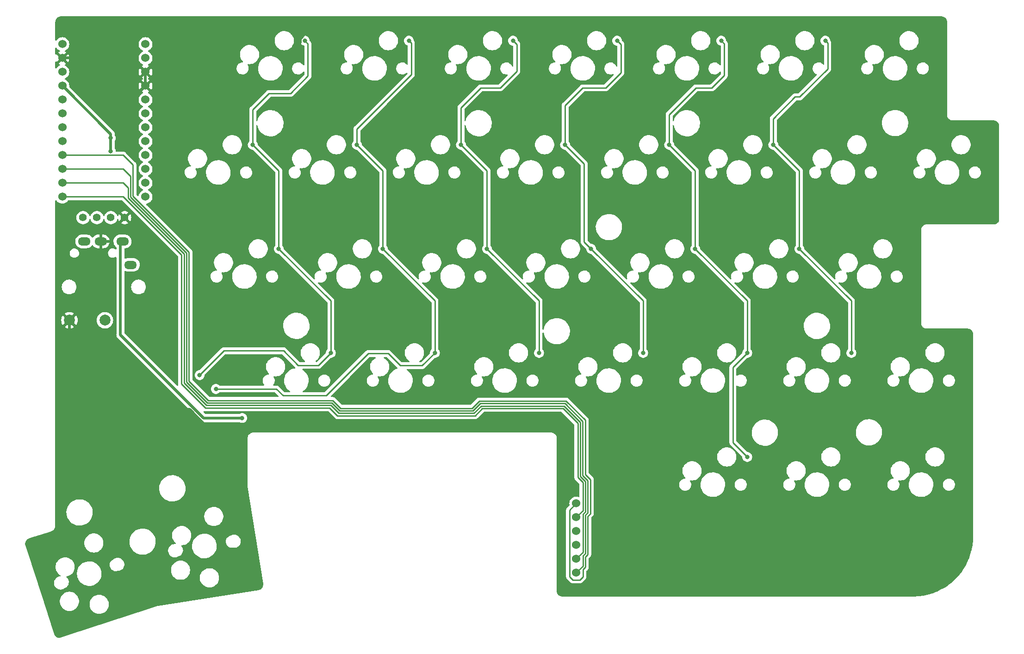
<source format=gtl>
%TF.GenerationSoftware,KiCad,Pcbnew,7.0.10*%
%TF.CreationDate,2024-02-19T14:08:03+09:00*%
%TF.ProjectId,keyball-row-staggered-right,6b657962-616c-46c2-9d72-6f772d737461,rev?*%
%TF.SameCoordinates,Original*%
%TF.FileFunction,Copper,L1,Top*%
%TF.FilePolarity,Positive*%
%FSLAX46Y46*%
G04 Gerber Fmt 4.6, Leading zero omitted, Abs format (unit mm)*
G04 Created by KiCad (PCBNEW 7.0.10) date 2024-02-19 14:08:03*
%MOMM*%
%LPD*%
G01*
G04 APERTURE LIST*
%TA.AperFunction,ComponentPad*%
%ADD10O,2.300000X1.500000*%
%TD*%
%TA.AperFunction,ComponentPad*%
%ADD11C,1.524000*%
%TD*%
%TA.AperFunction,ComponentPad*%
%ADD12C,2.000000*%
%TD*%
%TA.AperFunction,ComponentPad*%
%ADD13C,1.397000*%
%TD*%
%TA.AperFunction,ViaPad*%
%ADD14C,0.800000*%
%TD*%
%TA.AperFunction,Conductor*%
%ADD15C,0.250000*%
%TD*%
%TA.AperFunction,Conductor*%
%ADD16C,0.500000*%
%TD*%
G04 APERTURE END LIST*
D10*
%TO.P,J12,1,A*%
%TO.N,DATA_AUG*%
X60166000Y-83582000D03*
%TO.P,J12,2,B*%
%TO.N,DATA*%
X51666000Y-79282000D03*
%TO.P,J12,3,C*%
%TO.N,GND*%
X54666000Y-79282000D03*
%TO.P,J12,4,D*%
%TO.N,VCC*%
X58666000Y-79282000D03*
%TD*%
D11*
%TO.P,J1,1,SCLK*%
%TO.N,SCLK*%
X141680000Y-127260000D03*
%TO.P,J1,2,NCS*%
%TO.N,NCS*%
X141680000Y-129800000D03*
%TO.P,J1,3,VCC*%
%TO.N,VCC*%
X141680000Y-132340000D03*
%TO.P,J1,4,GND*%
%TO.N,GND*%
X141680000Y-134880000D03*
%TO.P,J1,5,MOSI*%
%TO.N,MOSI*%
X141680000Y-137420000D03*
%TO.P,J1,6,MISO*%
%TO.N,MISO*%
X141680000Y-139960000D03*
%TD*%
%TO.P,U1,1,TX0/D3*%
%TO.N,DATA_AUG*%
X62873000Y-43180000D03*
%TO.P,U1,2,RX1/D2*%
%TO.N,DATA*%
X62873000Y-45720000D03*
%TO.P,U1,3,GND*%
%TO.N,GND*%
X62873000Y-48260000D03*
%TO.P,U1,4,GND*%
X62873000Y-50800000D03*
%TO.P,U1,5,2/D1/SDA*%
%TO.N,SDA*%
X62873000Y-53340000D03*
%TO.P,U1,6,3/D0/SCL*%
%TO.N,SCL*%
X62873000Y-55880000D03*
%TO.P,U1,7,4/D4*%
%TO.N,ROW0*%
X62873000Y-58420000D03*
%TO.P,U1,8,5/C6*%
%TO.N,ROW1*%
X62873000Y-60960000D03*
%TO.P,U1,9,6/D7*%
%TO.N,ROW2*%
X62873000Y-63500000D03*
%TO.P,U1,10,7/E6*%
%TO.N,ROW3*%
X62873000Y-66040000D03*
%TO.P,U1,11,8/B4*%
%TO.N,ROW4*%
X62873000Y-68580000D03*
%TO.P,U1,12,9/B5*%
%TO.N,unconnected-(U1-9{slash}B5-Pad12)*%
X62873000Y-71120000D03*
%TO.P,U1,13,B6/10*%
%TO.N,NCS*%
X47653000Y-71120000D03*
%TO.P,U1,14,B2/16*%
%TO.N,MOSI*%
X47653000Y-68580000D03*
%TO.P,U1,15,B3/14*%
%TO.N,MISO*%
X47653000Y-66040000D03*
%TO.P,U1,16,B1/15*%
%TO.N,SCLK*%
X47653000Y-63500000D03*
%TO.P,U1,17,F7/A0*%
%TO.N,COL3*%
X47653000Y-60960000D03*
%TO.P,U1,18,F6/A1*%
%TO.N,COL2*%
X47653000Y-58420000D03*
%TO.P,U1,19,F5/A2*%
%TO.N,COL1*%
X47653000Y-55880000D03*
%TO.P,U1,20,F4/A3*%
%TO.N,COL0*%
X47653000Y-53340000D03*
%TO.P,U1,21,VCC*%
%TO.N,VCC*%
X47653000Y-50800000D03*
%TO.P,U1,22,RST*%
%TO.N,RESET*%
X47653000Y-48260000D03*
%TO.P,U1,23,GND*%
%TO.N,GND*%
X47653000Y-45720000D03*
%TO.P,U1,24,RAW*%
%TO.N,unconnected-(U1-RAW-Pad24)*%
X47653000Y-43180000D03*
%TD*%
D12*
%TO.P,SW_RESET1,1,1*%
%TO.N,RESET*%
X55453000Y-93726000D03*
%TO.P,SW_RESET1,2,2*%
%TO.N,GND*%
X48953000Y-93726000D03*
%TD*%
D13*
%TO.P,OL1,1,SDA*%
%TO.N,SDA*%
X51440600Y-74930000D03*
%TO.P,OL1,2,SCL*%
%TO.N,SCL*%
X53980600Y-74930000D03*
%TO.P,OL1,3,VCC*%
%TO.N,VCC*%
X56520600Y-74930000D03*
%TO.P,OL1,4,GND*%
%TO.N,GND*%
X59060600Y-74930000D03*
%TD*%
D14*
%TO.N,COL0*%
X172977500Y-99695000D03*
X158690000Y-61595000D03*
X168215000Y-42545000D03*
X163452500Y-80645000D03*
X172977500Y-118745000D03*
%TO.N,Net-(D35-A)*%
X72771000Y-103760396D03*
X96777500Y-99695000D03*
X92015000Y-42545000D03*
X82490000Y-61595000D03*
X87252500Y-80645000D03*
%TO.N,COL1*%
X177740000Y-61595000D03*
X187265000Y-42545000D03*
X182502500Y-80645000D03*
X192027500Y-99695000D03*
%TO.N,Net-(D36-A)*%
X75750000Y-106300000D03*
X115827500Y-99695000D03*
X111065000Y-42545000D03*
X101540000Y-61595000D03*
X106302500Y-80645000D03*
%TO.N,Net-(D37-A)*%
X134877500Y-99695000D03*
X130115000Y-42545000D03*
X120590000Y-61595000D03*
X125352500Y-80645000D03*
%TO.N,Net-(D38-A)*%
X153927500Y-99695000D03*
X144402500Y-80645000D03*
X139640000Y-61595000D03*
X149165000Y-42545000D03*
%TO.N,GND*%
X50610000Y-123825000D03*
X53680000Y-50330000D03*
X190340000Y-51300000D03*
X128680000Y-94900000D03*
X59060000Y-59590000D03*
X185737500Y-114230000D03*
X206170000Y-68300000D03*
X171280000Y-51410000D03*
X180950000Y-70720000D03*
X150040000Y-94770000D03*
X95870000Y-51570000D03*
X72320000Y-52380000D03*
X66675000Y-95250000D03*
X89170000Y-87650000D03*
X124090000Y-74230000D03*
X152040000Y-107860000D03*
X153630000Y-77020000D03*
X194540000Y-123825000D03*
X71437500Y-123825000D03*
X78960000Y-56740000D03*
X199510000Y-96510000D03*
X114270000Y-56110000D03*
X137080000Y-51540000D03*
X54990000Y-42770000D03*
X59060600Y-62050000D03*
X177270000Y-95010000D03*
X138240000Y-70010000D03*
X186730000Y-78240000D03*
X111080000Y-77170000D03*
X104360000Y-95840000D03*
X166300000Y-95170000D03*
X114170000Y-51630000D03*
X77810000Y-112870000D03*
X202230000Y-106660000D03*
X51820000Y-143700000D03*
X83130000Y-75690000D03*
X93070000Y-57550000D03*
X156760000Y-107130000D03*
X213940000Y-69800000D03*
X209550000Y-128587500D03*
X158320000Y-126840000D03*
X142710000Y-88870000D03*
%TO.N,VCC*%
X80560000Y-111620000D03*
X56515000Y-60370000D03*
X56520600Y-62750000D03*
%TD*%
D15*
%TO.N,COL0*%
X170340000Y-102332500D02*
X170340000Y-116107500D01*
X158690000Y-61595000D02*
X163452500Y-66357500D01*
X172977500Y-90170000D02*
X172977500Y-99695000D01*
X168783000Y-48895000D02*
X166497000Y-51181000D01*
X158690000Y-56067000D02*
X158690000Y-61595000D01*
X170340000Y-116107500D02*
X172977500Y-118745000D01*
X163452500Y-66357500D02*
X163452500Y-80645000D01*
X168215000Y-42545000D02*
X168783000Y-43113000D01*
X166497000Y-51181000D02*
X163576000Y-51181000D01*
X168783000Y-43113000D02*
X168783000Y-48895000D01*
X172977500Y-99695000D02*
X170340000Y-102332500D01*
X163576000Y-51181000D02*
X158690000Y-56067000D01*
X163452500Y-80645000D02*
X172977500Y-90170000D01*
%TO.N,Net-(D35-A)*%
X88138000Y-99314000D02*
X77217396Y-99314000D01*
X92583000Y-43113000D02*
X92583000Y-49022000D01*
X85471000Y-52197000D02*
X82490000Y-55178000D01*
X77217396Y-99314000D02*
X72771000Y-103760396D01*
X89408000Y-52197000D02*
X85471000Y-52197000D01*
X96777500Y-90170000D02*
X96777500Y-99695000D01*
X90805000Y-101981000D02*
X88138000Y-99314000D01*
X94491500Y-101981000D02*
X90805000Y-101981000D01*
X82490000Y-55178000D02*
X82490000Y-61595000D01*
X82490000Y-61595000D02*
X87252500Y-66357500D01*
X92015000Y-42545000D02*
X92583000Y-43113000D01*
X87252500Y-66357500D02*
X87252500Y-80645000D01*
X92583000Y-49022000D02*
X89408000Y-52197000D01*
X87252500Y-80645000D02*
X96777500Y-90170000D01*
X96777500Y-99695000D02*
X94491500Y-101981000D01*
%TO.N,COL1*%
X177740000Y-61595000D02*
X182502500Y-66357500D01*
X181737000Y-52832000D02*
X177740000Y-56829000D01*
X182581684Y-52832000D02*
X181737000Y-52832000D01*
X187706000Y-47707684D02*
X182581684Y-52832000D01*
X187706000Y-42986000D02*
X187706000Y-47707684D01*
X177740000Y-56829000D02*
X177740000Y-61595000D01*
X182502500Y-66357500D02*
X182502500Y-80645000D01*
X187265000Y-42545000D02*
X187706000Y-42986000D01*
X192027500Y-90170000D02*
X192027500Y-99695000D01*
X182502500Y-80645000D02*
X192027500Y-90170000D01*
%TO.N,Net-(D36-A)*%
X103630000Y-99820000D02*
X107290000Y-99820000D01*
X111065000Y-42545000D02*
X111506000Y-42986000D01*
X106302500Y-80645000D02*
X115827500Y-90170000D01*
X111506000Y-48768000D02*
X101540000Y-58734000D01*
X115827500Y-90170000D02*
X115827500Y-99695000D01*
X101540000Y-58734000D02*
X101540000Y-61595000D01*
X75750000Y-106300000D02*
X86820000Y-106300000D01*
X88040000Y-107520000D02*
X95930000Y-107520000D01*
X107290000Y-99820000D02*
X109490000Y-102020000D01*
X86820000Y-106300000D02*
X88040000Y-107520000D01*
X106302500Y-66357500D02*
X106302500Y-80645000D01*
X109490000Y-102020000D02*
X113502500Y-102020000D01*
X113502500Y-102020000D02*
X115827500Y-99695000D01*
X95930000Y-107520000D02*
X103630000Y-99820000D01*
X101540000Y-61595000D02*
X106302500Y-66357500D01*
X111506000Y-42986000D02*
X111506000Y-48768000D01*
%TO.N,Net-(D37-A)*%
X130810000Y-48133000D02*
X127762000Y-51181000D01*
X120590000Y-61595000D02*
X125352500Y-66357500D01*
X130810000Y-43240000D02*
X130810000Y-48133000D01*
X120590000Y-54797000D02*
X120590000Y-61595000D01*
X125352500Y-66357500D02*
X125352500Y-80645000D01*
X125352500Y-80645000D02*
X134877500Y-90170000D01*
X130115000Y-42545000D02*
X130810000Y-43240000D01*
X127762000Y-51181000D02*
X124206000Y-51181000D01*
X134877500Y-90170000D02*
X134877500Y-99695000D01*
X124206000Y-51181000D02*
X120590000Y-54797000D01*
%TO.N,Net-(D38-A)*%
X149165000Y-42545000D02*
X149860000Y-43240000D01*
X153927500Y-90170000D02*
X153927500Y-99695000D01*
X143130000Y-79372500D02*
X144402500Y-80645000D01*
X142875000Y-51181000D02*
X139640000Y-54416000D01*
X147066000Y-51181000D02*
X142875000Y-51181000D01*
X149860000Y-43240000D02*
X149860000Y-48387000D01*
X143130000Y-65085000D02*
X143130000Y-79372500D01*
X144402500Y-80645000D02*
X153927500Y-90170000D01*
X149860000Y-48387000D02*
X147066000Y-51181000D01*
X139640000Y-61595000D02*
X143130000Y-65085000D01*
X139640000Y-54416000D02*
X139640000Y-61595000D01*
%TO.N,SCLK*%
X60579000Y-70993000D02*
X70819000Y-81233000D01*
X97120000Y-108400000D02*
X98570000Y-109850000D01*
X70819000Y-81233000D02*
X70819000Y-104850812D01*
X122600812Y-109850000D02*
X123930812Y-108520000D01*
X143350000Y-138926396D02*
X142910000Y-139366396D01*
X142910000Y-140670000D02*
X142330000Y-141250000D01*
X143350000Y-137022792D02*
X143350000Y-138926396D01*
X140450000Y-128490000D02*
X141680000Y-127260000D01*
X143790000Y-136582792D02*
X143350000Y-137022792D01*
X144260000Y-129129188D02*
X143790000Y-129599188D01*
X47653000Y-63500000D02*
X58801000Y-63500000D01*
X70819000Y-104850812D02*
X74368188Y-108400000D01*
X143330000Y-121960000D02*
X144260000Y-122890000D01*
X123930812Y-108520000D02*
X139830000Y-108520000D01*
X58801000Y-63500000D02*
X60579000Y-65278000D01*
X60579000Y-65278000D02*
X60579000Y-70993000D01*
X140450000Y-140640000D02*
X140450000Y-128490000D01*
X98570000Y-109850000D02*
X122600812Y-109850000D01*
X142330000Y-141250000D02*
X141060000Y-141250000D01*
X74368188Y-108400000D02*
X97120000Y-108400000D01*
X143330000Y-112020000D02*
X143330000Y-121960000D01*
X141060000Y-141250000D02*
X140450000Y-140640000D01*
X142910000Y-139366396D02*
X142910000Y-140670000D01*
X143790000Y-129599188D02*
X143790000Y-136582792D01*
X144260000Y-122890000D02*
X144260000Y-129129188D01*
X139830000Y-108520000D02*
X143330000Y-112020000D01*
%TO.N,NCS*%
X123160000Y-111200000D02*
X124490000Y-109870000D01*
X141980000Y-122519188D02*
X142910000Y-123449188D01*
X124490000Y-109870000D02*
X139270812Y-109870000D01*
X58796812Y-71120000D02*
X69469000Y-81792188D01*
X69469000Y-105410000D02*
X73809000Y-109750000D01*
X139270812Y-109870000D02*
X141980000Y-112579188D01*
X73809000Y-109750000D02*
X96560812Y-109750000D01*
X69469000Y-81792188D02*
X69469000Y-105410000D01*
X98010812Y-111200000D02*
X123160000Y-111200000D01*
X142910000Y-128570000D02*
X141680000Y-129800000D01*
X142910000Y-123449188D02*
X142910000Y-128570000D01*
X96560812Y-109750000D02*
X98010812Y-111200000D01*
X47653000Y-71120000D02*
X58796812Y-71120000D01*
X141980000Y-112579188D02*
X141980000Y-122519188D01*
D16*
%TO.N,GND*%
X55470000Y-76670000D02*
X54666000Y-77474000D01*
X199480000Y-96480000D02*
X199480000Y-95503200D01*
X202750000Y-71720000D02*
X206170000Y-68300000D01*
X114170000Y-56010000D02*
X114270000Y-56110000D01*
X114270000Y-63118093D02*
X116990000Y-65838093D01*
X54666000Y-79282000D02*
X54666000Y-88013000D01*
X190005000Y-115835000D02*
X188231400Y-114061400D01*
X138240000Y-70010000D02*
X138240000Y-82325593D01*
X133080000Y-62846433D02*
X137030000Y-66796433D01*
X137030000Y-66796433D02*
X137030000Y-68800000D01*
X207670000Y-69800000D02*
X213940000Y-69800000D01*
X59060000Y-59590000D02*
X59060000Y-54613000D01*
X194606480Y-102896480D02*
X198370000Y-106660000D01*
X194540000Y-120370000D02*
X190005000Y-115835000D01*
X188231400Y-114061400D02*
X188231400Y-107230000D01*
X84789527Y-45131100D02*
X88930982Y-45131100D01*
X136930000Y-51390000D02*
X137080000Y-51540000D01*
X47653000Y-45720000D02*
X60333000Y-45720000D01*
X72380000Y-43085000D02*
X72320000Y-43145000D01*
X154350000Y-110170000D02*
X154350000Y-122870000D01*
X154350000Y-122870000D02*
X158320000Y-126840000D01*
X72380000Y-43085000D02*
X82743427Y-43085000D01*
X133080000Y-51390000D02*
X133080000Y-62846433D01*
X199510000Y-97992961D02*
X199510000Y-96510000D01*
X59060000Y-54613000D02*
X62873000Y-50800000D01*
X140606400Y-84691993D02*
X140606400Y-86766400D01*
X97000000Y-40545000D02*
X116280000Y-40545000D01*
X137030000Y-68800000D02*
X138240000Y-70010000D01*
X194606480Y-102896480D02*
X199510000Y-97992961D01*
X116990000Y-65838093D02*
X116990000Y-67130000D01*
X54666000Y-77474000D02*
X54666000Y-79282000D01*
X72320000Y-43145000D02*
X72320000Y-52380000D01*
X91165000Y-42897082D02*
X91165000Y-42192918D01*
X133080000Y-42950000D02*
X133080000Y-51390000D01*
X68048000Y-43085000D02*
X72380000Y-43085000D01*
X92812918Y-40545000D02*
X97000000Y-40545000D01*
X185737500Y-114230000D02*
X187342500Y-115835000D01*
X62873000Y-48260000D02*
X62873000Y-50800000D01*
X73780050Y-112870000D02*
X70920050Y-110010000D01*
X198370000Y-106660000D02*
X202230000Y-106660000D01*
X188231400Y-107230000D02*
X188231400Y-103741993D01*
X97000000Y-50440000D02*
X95870000Y-51570000D01*
X116280000Y-49520000D02*
X114170000Y-51630000D01*
X77810000Y-112870000D02*
X73780050Y-112870000D01*
X179499407Y-95010000D02*
X177270000Y-95010000D01*
X82743427Y-43085000D02*
X84789527Y-45131100D01*
X62873000Y-48260000D02*
X68048000Y-43085000D01*
X60333000Y-45720000D02*
X62873000Y-48260000D01*
X116280000Y-40545000D02*
X116280000Y-49520000D01*
X91165000Y-42192918D02*
X92812918Y-40545000D01*
X138240000Y-82325593D02*
X140606400Y-84691993D01*
X140606400Y-86766400D02*
X142710000Y-88870000D01*
X142710000Y-88870000D02*
X142710000Y-96320593D01*
X97000000Y-40545000D02*
X97000000Y-50440000D01*
X150131400Y-105951400D02*
X152040000Y-107860000D01*
X116990000Y-67130000D02*
X124090000Y-74230000D01*
X114170000Y-51630000D02*
X114170000Y-56010000D01*
X59060600Y-74930000D02*
X57320600Y-76670000D01*
X190272961Y-107230000D02*
X194606480Y-102896480D01*
X114270000Y-56110000D02*
X114270000Y-63118093D01*
X130675000Y-40545000D02*
X133080000Y-42950000D01*
X116280000Y-40545000D02*
X130675000Y-40545000D01*
X70920050Y-110010000D02*
X56290000Y-110010000D01*
X188231400Y-103741993D02*
X179499407Y-95010000D01*
X54666000Y-88013000D02*
X48953000Y-93726000D01*
X199480000Y-95503200D02*
X202750000Y-92233200D01*
X142710000Y-96320593D02*
X150131400Y-103741993D01*
X202750000Y-92233200D02*
X202750000Y-71720000D01*
X194540000Y-123825000D02*
X194540000Y-120370000D01*
X48953000Y-102673000D02*
X48953000Y-93726000D01*
X150131400Y-103741993D02*
X150131400Y-105951400D01*
X57320600Y-76670000D02*
X55470000Y-76670000D01*
X206170000Y-68300000D02*
X207670000Y-69800000D01*
X133080000Y-51390000D02*
X136930000Y-51390000D01*
X188231400Y-107230000D02*
X190272961Y-107230000D01*
X59060000Y-62049400D02*
X59060000Y-59590000D01*
X191525000Y-126840000D02*
X158320000Y-126840000D01*
X194540000Y-123825000D02*
X191525000Y-126840000D01*
X187342500Y-115835000D02*
X190005000Y-115835000D01*
X59060600Y-62050000D02*
X59060000Y-62049400D01*
X199510000Y-96510000D02*
X199480000Y-96480000D01*
X56290000Y-110010000D02*
X48953000Y-102673000D01*
X152040000Y-107860000D02*
X154350000Y-110170000D01*
X88930982Y-45131100D02*
X91165000Y-42897082D01*
%TO.N,VCC*%
X58293000Y-96393000D02*
X58293000Y-79655000D01*
X56515000Y-62744400D02*
X56515000Y-60370000D01*
X56515000Y-60370000D02*
X56515000Y-59662000D01*
X73520000Y-111620000D02*
X58293000Y-96393000D01*
X80560000Y-111620000D02*
X73520000Y-111620000D01*
X56515000Y-59662000D02*
X47653000Y-50800000D01*
X58293000Y-79655000D02*
X58666000Y-79282000D01*
X56520600Y-62750000D02*
X56515000Y-62744400D01*
D15*
%TO.N,MOSI*%
X142430000Y-112392792D02*
X142430000Y-122332792D01*
X122973604Y-110750000D02*
X124303604Y-109420000D01*
X143360000Y-128756396D02*
X142890000Y-129226396D01*
X59679000Y-71365792D02*
X69919000Y-81605792D01*
X142890000Y-129226396D02*
X142890000Y-136210000D01*
X139457208Y-109420000D02*
X142430000Y-112392792D01*
X96747208Y-109300000D02*
X98197208Y-110750000D01*
X143360000Y-123262792D02*
X143360000Y-128756396D01*
X69919000Y-81605792D02*
X69919000Y-105223604D01*
X124303604Y-109420000D02*
X139457208Y-109420000D01*
X98197208Y-110750000D02*
X122973604Y-110750000D01*
X58801000Y-68580000D02*
X59679000Y-69458000D01*
X142890000Y-136210000D02*
X141680000Y-137420000D01*
X47653000Y-68580000D02*
X58801000Y-68580000D01*
X73995396Y-109300000D02*
X96747208Y-109300000D01*
X69919000Y-105223604D02*
X73995396Y-109300000D01*
X142430000Y-122332792D02*
X143360000Y-123262792D01*
X59679000Y-69458000D02*
X59679000Y-71365792D01*
%TO.N,MISO*%
X139643604Y-108970000D02*
X124117208Y-108970000D01*
X60129000Y-67368000D02*
X58801000Y-66040000D01*
X74181792Y-108850000D02*
X70369000Y-105037208D01*
X60129000Y-71179396D02*
X60129000Y-67368000D01*
X143340000Y-136396396D02*
X143340000Y-129412792D01*
X142900000Y-136836396D02*
X143340000Y-136396396D01*
X58801000Y-66040000D02*
X47653000Y-66040000D01*
X98383604Y-110300000D02*
X96933604Y-108850000D01*
X124117208Y-108970000D02*
X122787208Y-110300000D01*
X96933604Y-108850000D02*
X74181792Y-108850000D01*
X142880000Y-112206396D02*
X139643604Y-108970000D01*
X143810000Y-123076396D02*
X142880000Y-122146396D01*
X122787208Y-110300000D02*
X98383604Y-110300000D01*
X142900000Y-138740000D02*
X142900000Y-136836396D01*
X142880000Y-122146396D02*
X142880000Y-112206396D01*
X70369000Y-81419396D02*
X60129000Y-71179396D01*
X141680000Y-139960000D02*
X142900000Y-138740000D01*
X143810000Y-128942792D02*
X143810000Y-123076396D01*
X70369000Y-105037208D02*
X70369000Y-81419396D01*
X143340000Y-129412792D02*
X143810000Y-128942792D01*
%TD*%
%TA.AperFunction,Conductor*%
%TO.N,GND*%
G36*
X208555646Y-38094467D02*
G01*
X208594606Y-38097874D01*
X208595537Y-38097961D01*
X208722236Y-38110458D01*
X208742130Y-38114078D01*
X208805721Y-38131116D01*
X208809578Y-38132218D01*
X208902054Y-38160268D01*
X208918455Y-38166541D01*
X208983620Y-38196927D01*
X208989588Y-38199911D01*
X209069574Y-38242662D01*
X209082209Y-38250424D01*
X209142848Y-38292882D01*
X209150349Y-38298572D01*
X209218988Y-38354901D01*
X209227990Y-38363060D01*
X209280716Y-38415784D01*
X209288872Y-38424783D01*
X209345202Y-38493419D01*
X209350924Y-38500961D01*
X209393342Y-38561539D01*
X209401125Y-38574208D01*
X209443853Y-38654144D01*
X209446877Y-38660192D01*
X209477241Y-38725305D01*
X209483520Y-38741715D01*
X209511568Y-38834172D01*
X209512683Y-38838077D01*
X209529704Y-38901603D01*
X209533332Y-38921541D01*
X209546020Y-39050363D01*
X209546145Y-39051704D01*
X209549298Y-39087724D01*
X209549770Y-39098537D01*
X209549770Y-56155724D01*
X209549800Y-56156027D01*
X209549800Y-56231033D01*
X209580197Y-56403432D01*
X209580198Y-56403435D01*
X209588619Y-56426570D01*
X209640072Y-56567937D01*
X209717482Y-56702018D01*
X209727603Y-56719549D01*
X209840126Y-56853653D01*
X209952776Y-56948180D01*
X209974229Y-56966182D01*
X210125835Y-57053716D01*
X210196189Y-57079324D01*
X210290337Y-57113594D01*
X210462732Y-57143997D01*
X210462738Y-57143998D01*
X210462739Y-57143998D01*
X210525838Y-57143998D01*
X210527057Y-57144238D01*
X210549491Y-57144007D01*
X210550771Y-57144000D01*
X210602126Y-57144000D01*
X210602129Y-57143998D01*
X218069862Y-57143997D01*
X218080647Y-57144467D01*
X218119606Y-57147874D01*
X218120537Y-57147961D01*
X218247236Y-57160458D01*
X218267130Y-57164078D01*
X218330721Y-57181116D01*
X218334578Y-57182218D01*
X218427054Y-57210268D01*
X218443455Y-57216541D01*
X218508620Y-57246927D01*
X218514588Y-57249911D01*
X218594574Y-57292662D01*
X218607209Y-57300424D01*
X218667848Y-57342882D01*
X218675349Y-57348572D01*
X218743988Y-57404901D01*
X218752990Y-57413060D01*
X218805716Y-57465784D01*
X218813876Y-57474787D01*
X218870202Y-57543419D01*
X218875924Y-57550961D01*
X218918342Y-57611539D01*
X218926125Y-57624208D01*
X218968853Y-57704144D01*
X218971877Y-57710192D01*
X219002241Y-57775305D01*
X219008520Y-57791715D01*
X219036568Y-57884172D01*
X219037683Y-57888077D01*
X219054704Y-57951603D01*
X219058332Y-57971541D01*
X219071020Y-58100363D01*
X219071145Y-58101704D01*
X219074298Y-58137724D01*
X219074770Y-58148537D01*
X219074770Y-75188083D01*
X219074298Y-75198894D01*
X219070802Y-75238839D01*
X219070679Y-75240164D01*
X219058392Y-75365100D01*
X219054762Y-75385058D01*
X219037185Y-75450655D01*
X219036071Y-75454556D01*
X219008670Y-75544886D01*
X219002390Y-75561298D01*
X218971390Y-75627774D01*
X218968367Y-75633820D01*
X218926390Y-75712353D01*
X218918606Y-75725025D01*
X218875439Y-75786672D01*
X218869717Y-75794213D01*
X218814292Y-75861747D01*
X218806120Y-75870763D01*
X218752546Y-75924336D01*
X218743529Y-75932508D01*
X218675989Y-75987935D01*
X218668447Y-75993657D01*
X218606798Y-76036822D01*
X218594128Y-76044605D01*
X218515606Y-76086574D01*
X218509557Y-76089599D01*
X218443064Y-76120603D01*
X218426655Y-76126880D01*
X218336362Y-76154268D01*
X218332459Y-76155383D01*
X218266801Y-76172974D01*
X218246862Y-76176601D01*
X218123925Y-76188706D01*
X218122578Y-76188831D01*
X218080352Y-76192524D01*
X218069548Y-76192996D01*
X205839157Y-76192996D01*
X205839065Y-76192969D01*
X205700237Y-76192971D01*
X205700230Y-76192972D01*
X205527830Y-76223376D01*
X205363327Y-76283255D01*
X205363319Y-76283259D01*
X205211716Y-76370792D01*
X205211709Y-76370796D01*
X205077606Y-76483325D01*
X205077603Y-76483328D01*
X204965078Y-76617434D01*
X204877547Y-76769045D01*
X204877545Y-76769049D01*
X204817669Y-76933556D01*
X204787270Y-77105960D01*
X204787270Y-94255335D01*
X204787301Y-94255658D01*
X204787301Y-94331031D01*
X204817700Y-94503432D01*
X204877568Y-94667925D01*
X204877573Y-94667935D01*
X204965104Y-94819547D01*
X205077627Y-94953651D01*
X205190279Y-95048180D01*
X205211730Y-95066180D01*
X205363336Y-95153714D01*
X205527838Y-95213592D01*
X205598196Y-95226000D01*
X205700232Y-95243995D01*
X205700238Y-95243996D01*
X205700239Y-95243996D01*
X205763338Y-95243996D01*
X205764557Y-95244236D01*
X205786991Y-95244005D01*
X205788271Y-95243998D01*
X205839626Y-95243998D01*
X205839629Y-95243996D01*
X213307352Y-95243996D01*
X213318152Y-95244467D01*
X213327591Y-95245292D01*
X213357048Y-95247868D01*
X213358026Y-95247959D01*
X213484745Y-95260459D01*
X213504636Y-95264079D01*
X213568205Y-95281110D01*
X213572035Y-95282205D01*
X213664561Y-95310270D01*
X213680961Y-95316543D01*
X213746080Y-95346907D01*
X213752088Y-95349911D01*
X213774394Y-95361833D01*
X213832066Y-95392658D01*
X213844736Y-95400440D01*
X213881824Y-95426409D01*
X213905317Y-95442858D01*
X213912839Y-95448564D01*
X213981504Y-95504914D01*
X213990499Y-95513067D01*
X214043207Y-95565774D01*
X214051369Y-95574778D01*
X214107706Y-95643423D01*
X214113421Y-95650956D01*
X214155837Y-95711530D01*
X214163621Y-95724200D01*
X214206365Y-95804166D01*
X214209389Y-95810216D01*
X214239742Y-95875307D01*
X214246020Y-95891716D01*
X214274081Y-95984218D01*
X214275195Y-95988119D01*
X214292201Y-96051583D01*
X214295830Y-96071523D01*
X214308530Y-96200456D01*
X214308655Y-96201802D01*
X214311798Y-96237720D01*
X214312270Y-96248529D01*
X214312270Y-133292065D01*
X214312218Y-133295671D01*
X214299026Y-133749069D01*
X214299022Y-133749205D01*
X214293460Y-133933418D01*
X214293044Y-133940483D01*
X214260315Y-134314599D01*
X214260278Y-134315013D01*
X214235930Y-134582969D01*
X214235130Y-134589719D01*
X214183265Y-134943817D01*
X214183162Y-134944503D01*
X214140023Y-135227959D01*
X214138874Y-135234375D01*
X214068026Y-135577517D01*
X214067825Y-135578468D01*
X214006080Y-135866120D01*
X214004617Y-135872188D01*
X213915024Y-136206570D01*
X213914695Y-136207774D01*
X213834580Y-136495176D01*
X213832841Y-136500881D01*
X213724752Y-136827096D01*
X213724263Y-136828542D01*
X213626121Y-137112963D01*
X213624143Y-137118295D01*
X213497923Y-137436027D01*
X213497245Y-137437698D01*
X213381443Y-137717285D01*
X213379264Y-137722237D01*
X213235308Y-138030969D01*
X213234413Y-138032848D01*
X213101419Y-138306007D01*
X213099078Y-138310574D01*
X212937822Y-138609661D01*
X212936683Y-138611726D01*
X212787026Y-138877090D01*
X212784558Y-138881271D01*
X212606515Y-139169940D01*
X212605108Y-139172169D01*
X212439390Y-139428498D01*
X212436834Y-139432296D01*
X212242529Y-139709809D01*
X212240830Y-139712175D01*
X212059741Y-139958300D01*
X212057133Y-139961719D01*
X211847181Y-140227264D01*
X211845170Y-140229741D01*
X211649384Y-140464683D01*
X211646759Y-140467731D01*
X211421861Y-140720465D01*
X211419520Y-140723023D01*
X211209823Y-140945805D01*
X211207215Y-140948494D01*
X210967997Y-141187730D01*
X210965309Y-141190338D01*
X210742584Y-141400014D01*
X210740026Y-141402356D01*
X210487269Y-141627310D01*
X210484220Y-141629935D01*
X210249285Y-141825745D01*
X210246809Y-141827756D01*
X209981313Y-142037704D01*
X209977894Y-142040313D01*
X209731761Y-142221438D01*
X209729394Y-142223137D01*
X209451889Y-142417467D01*
X209448092Y-142420023D01*
X209191795Y-142585749D01*
X209189566Y-142587156D01*
X208900888Y-142765235D01*
X208896707Y-142767703D01*
X208631414Y-142917346D01*
X208629349Y-142918485D01*
X208330215Y-143079798D01*
X208325648Y-143082140D01*
X208052538Y-143215136D01*
X208050660Y-143216031D01*
X207741911Y-143360024D01*
X207736959Y-143362203D01*
X207457366Y-143478033D01*
X207455695Y-143478711D01*
X207138012Y-143604940D01*
X207132680Y-143606919D01*
X206848202Y-143705105D01*
X206846756Y-143705594D01*
X206520607Y-143813689D01*
X206514903Y-143815428D01*
X206227536Y-143895558D01*
X206226331Y-143895888D01*
X205891895Y-143985523D01*
X205885827Y-143986986D01*
X205598298Y-144048727D01*
X205597348Y-144048928D01*
X205254108Y-144119826D01*
X205247691Y-144120976D01*
X204964379Y-144164115D01*
X204963693Y-144164218D01*
X204609441Y-144216133D01*
X204602691Y-144216933D01*
X204334856Y-144241290D01*
X204334443Y-144241327D01*
X203960221Y-144274096D01*
X203953158Y-144274512D01*
X203772800Y-144279975D01*
X203772662Y-144279979D01*
X203314969Y-144293331D01*
X203311363Y-144293384D01*
X139118263Y-144298437D01*
X139107461Y-144297966D01*
X139068154Y-144294532D01*
X139066804Y-144294407D01*
X138941021Y-144282031D01*
X138921090Y-144278407D01*
X138856673Y-144261154D01*
X138852824Y-144260055D01*
X138761191Y-144232269D01*
X138744785Y-144225993D01*
X138717194Y-144213131D01*
X138679122Y-144195381D01*
X138673074Y-144192358D01*
X138593684Y-144149932D01*
X138581011Y-144142148D01*
X138520000Y-144099433D01*
X138512459Y-144093713D01*
X138467966Y-144057203D01*
X138444251Y-144037743D01*
X138435239Y-144029576D01*
X138382185Y-143976527D01*
X138374012Y-143967510D01*
X138318040Y-143899313D01*
X138312316Y-143891769D01*
X138269593Y-143830755D01*
X138261809Y-143818085D01*
X138219379Y-143738705D01*
X138216367Y-143732680D01*
X138185732Y-143666983D01*
X138179463Y-143650597D01*
X138151650Y-143558901D01*
X138150573Y-143555130D01*
X138133311Y-143490704D01*
X138129685Y-143470766D01*
X138117220Y-143344142D01*
X138117119Y-143343059D01*
X138113741Y-143304424D01*
X138113270Y-143293626D01*
X138113270Y-115350392D01*
X138113284Y-115350344D01*
X138113284Y-115299015D01*
X138113285Y-115299015D01*
X138113286Y-115211481D01*
X138082888Y-115039073D01*
X138023012Y-114874564D01*
X137935479Y-114722951D01*
X137935475Y-114722946D01*
X137822953Y-114588848D01*
X137822940Y-114588836D01*
X137688843Y-114476318D01*
X137688842Y-114476317D01*
X137688837Y-114476313D01*
X137537223Y-114388781D01*
X137372712Y-114328908D01*
X137372709Y-114328907D01*
X137372708Y-114328907D01*
X137200304Y-114298512D01*
X137112768Y-114298513D01*
X137112767Y-114298513D01*
X82561824Y-114298507D01*
X82561324Y-114298507D01*
X82561225Y-114298507D01*
X82549998Y-114298507D01*
X82549823Y-114298522D01*
X82473791Y-114298522D01*
X82301389Y-114328917D01*
X82136878Y-114388790D01*
X81985269Y-114476319D01*
X81985267Y-114476321D01*
X81851161Y-114588847D01*
X81851153Y-114588854D01*
X81738632Y-114722951D01*
X81738628Y-114722957D01*
X81651100Y-114874559D01*
X81651097Y-114874566D01*
X81591221Y-115039070D01*
X81560823Y-115211473D01*
X81560823Y-115211477D01*
X81560824Y-115299007D01*
X81560824Y-124148479D01*
X81560777Y-124150999D01*
X81561178Y-124153298D01*
X84383622Y-141973502D01*
X84384847Y-141984254D01*
X84387552Y-142022954D01*
X84387641Y-142024327D01*
X84395101Y-142151298D01*
X84394634Y-142171535D01*
X84387766Y-142236869D01*
X84387276Y-142240896D01*
X84374024Y-142336698D01*
X84370390Y-142353887D01*
X84350608Y-142422872D01*
X84348568Y-142429319D01*
X84318847Y-142515026D01*
X84313142Y-142528757D01*
X84280742Y-142595187D01*
X84276271Y-142603529D01*
X84231349Y-142680176D01*
X84224688Y-142690360D01*
X84180918Y-142750606D01*
X84173293Y-142760086D01*
X84114283Y-142826497D01*
X84107729Y-142833329D01*
X84054568Y-142884669D01*
X84043273Y-142894338D01*
X83970942Y-142949096D01*
X83965440Y-142953029D01*
X83905949Y-142993159D01*
X83890727Y-143001927D01*
X83803682Y-143044153D01*
X83800003Y-143045864D01*
X83740041Y-143072565D01*
X83720915Y-143079268D01*
X83595380Y-143112034D01*
X83594074Y-143112368D01*
X83559303Y-143121041D01*
X83548691Y-143123200D01*
X65165786Y-146034767D01*
X65162920Y-146035158D01*
X65160381Y-146036035D01*
X47414640Y-151796749D01*
X47404215Y-151799637D01*
X47399172Y-151800800D01*
X47364594Y-151808773D01*
X47363310Y-151809062D01*
X47241396Y-151835812D01*
X47221279Y-151838525D01*
X47152570Y-151842109D01*
X47148517Y-151842254D01*
X47055102Y-151844067D01*
X47037559Y-151843163D01*
X46964139Y-151834133D01*
X46957452Y-151833124D01*
X46870452Y-151817569D01*
X46856000Y-151814080D01*
X46783552Y-151791916D01*
X46774624Y-151788807D01*
X46693803Y-151757159D01*
X46682711Y-151752174D01*
X46614780Y-151717548D01*
X46604223Y-151711497D01*
X46531127Y-151664690D01*
X46523358Y-151659286D01*
X46462860Y-151613685D01*
X46451545Y-151604040D01*
X46387851Y-151542785D01*
X46383108Y-151537968D01*
X46332665Y-151483864D01*
X46321629Y-151470203D01*
X46268187Y-151393510D01*
X46265943Y-151390175D01*
X46228448Y-151332427D01*
X46218844Y-151314594D01*
X46170268Y-151203521D01*
X46169766Y-151202356D01*
X46152230Y-151161037D01*
X46148444Y-151150911D01*
X44953612Y-147473594D01*
X44249657Y-145307043D01*
X47211470Y-145307043D01*
X47231764Y-145441679D01*
X47250574Y-145566471D01*
X47250575Y-145566473D01*
X47250576Y-145566479D01*
X47327908Y-145817182D01*
X47441737Y-146053552D01*
X47441738Y-146053553D01*
X47441740Y-146053556D01*
X47441742Y-146053560D01*
X47589537Y-146270335D01*
X47767984Y-146462657D01*
X47767988Y-146462660D01*
X47767989Y-146462661D01*
X47973113Y-146626242D01*
X48200327Y-146757424D01*
X48444554Y-146853276D01*
X48700340Y-146911658D01*
X48700346Y-146911658D01*
X48700349Y-146911659D01*
X48896454Y-146926355D01*
X48896473Y-146926355D01*
X48896476Y-146926356D01*
X48896478Y-146926356D01*
X49027462Y-146926356D01*
X49027464Y-146926356D01*
X49027466Y-146926355D01*
X49027485Y-146926355D01*
X49223590Y-146911659D01*
X49223592Y-146911658D01*
X49223600Y-146911658D01*
X49479386Y-146853276D01*
X49723613Y-146757424D01*
X49950827Y-146626242D01*
X50155951Y-146462661D01*
X50334403Y-146270335D01*
X50482198Y-146053560D01*
X50491021Y-146035240D01*
X50578165Y-145854282D01*
X52646590Y-145854282D01*
X52666884Y-145988918D01*
X52685694Y-146113710D01*
X52685695Y-146113712D01*
X52685696Y-146113718D01*
X52763028Y-146364421D01*
X52876857Y-146600791D01*
X52876858Y-146600792D01*
X52876860Y-146600795D01*
X52876862Y-146600799D01*
X53024657Y-146817574D01*
X53203104Y-147009896D01*
X53203108Y-147009899D01*
X53203109Y-147009900D01*
X53408233Y-147173481D01*
X53635447Y-147304663D01*
X53879674Y-147400515D01*
X54135460Y-147458897D01*
X54135466Y-147458897D01*
X54135469Y-147458898D01*
X54331574Y-147473594D01*
X54331593Y-147473594D01*
X54331596Y-147473595D01*
X54331598Y-147473595D01*
X54462582Y-147473595D01*
X54462584Y-147473595D01*
X54462586Y-147473594D01*
X54462605Y-147473594D01*
X54658710Y-147458898D01*
X54658712Y-147458897D01*
X54658720Y-147458897D01*
X54914506Y-147400515D01*
X55158733Y-147304663D01*
X55385947Y-147173481D01*
X55591071Y-147009900D01*
X55769523Y-146817574D01*
X55917318Y-146600799D01*
X56031153Y-146364418D01*
X56108486Y-146113710D01*
X56147590Y-145854277D01*
X56147590Y-145591913D01*
X56108486Y-145332480D01*
X56031153Y-145081772D01*
X56013285Y-145044668D01*
X55917322Y-144845398D01*
X55917321Y-144845397D01*
X55917320Y-144845396D01*
X55917318Y-144845391D01*
X55769523Y-144628616D01*
X55759531Y-144617848D01*
X55591075Y-144436293D01*
X55419465Y-144299439D01*
X55385947Y-144272709D01*
X55158733Y-144141527D01*
X54914506Y-144045675D01*
X54914501Y-144045673D01*
X54914492Y-144045671D01*
X54696908Y-143996009D01*
X54658720Y-143987293D01*
X54658719Y-143987292D01*
X54658715Y-143987292D01*
X54658710Y-143987291D01*
X54462605Y-143972595D01*
X54462584Y-143972595D01*
X54331596Y-143972595D01*
X54331574Y-143972595D01*
X54135469Y-143987291D01*
X54135464Y-143987292D01*
X53879687Y-144045671D01*
X53879668Y-144045677D01*
X53635446Y-144141527D01*
X53408233Y-144272709D01*
X53203104Y-144436293D01*
X53024657Y-144628615D01*
X52876858Y-144845397D01*
X52876857Y-144845398D01*
X52763028Y-145081768D01*
X52685696Y-145332471D01*
X52685695Y-145332476D01*
X52685694Y-145332480D01*
X52670943Y-145430342D01*
X52646590Y-145591907D01*
X52646590Y-145854282D01*
X50578165Y-145854282D01*
X50596033Y-145817179D01*
X50673366Y-145566471D01*
X50712470Y-145307038D01*
X50712470Y-145044674D01*
X50673366Y-144785241D01*
X50596033Y-144534533D01*
X50482818Y-144299439D01*
X50482202Y-144298159D01*
X50482201Y-144298158D01*
X50482200Y-144298157D01*
X50482198Y-144298152D01*
X50334403Y-144081377D01*
X50301278Y-144045677D01*
X50155955Y-143889054D01*
X50066962Y-143818085D01*
X49950827Y-143725470D01*
X49723613Y-143594288D01*
X49479386Y-143498436D01*
X49479381Y-143498434D01*
X49479372Y-143498432D01*
X49261788Y-143448770D01*
X49223600Y-143440054D01*
X49223599Y-143440053D01*
X49223595Y-143440053D01*
X49223590Y-143440052D01*
X49027485Y-143425356D01*
X49027464Y-143425356D01*
X48896476Y-143425356D01*
X48896454Y-143425356D01*
X48700349Y-143440052D01*
X48700344Y-143440053D01*
X48444567Y-143498432D01*
X48444548Y-143498438D01*
X48200326Y-143594288D01*
X47973113Y-143725470D01*
X47767984Y-143889054D01*
X47589537Y-144081376D01*
X47441738Y-144298158D01*
X47441737Y-144298159D01*
X47327908Y-144534529D01*
X47250576Y-144785232D01*
X47250575Y-144785237D01*
X47250574Y-144785241D01*
X47241508Y-144845391D01*
X47211470Y-145044668D01*
X47211470Y-145307043D01*
X44249657Y-145307043D01*
X43150017Y-141922698D01*
X46142579Y-141922698D01*
X46183461Y-142141395D01*
X46263219Y-142347274D01*
X46263831Y-142348853D01*
X46263833Y-142348859D01*
X46380953Y-142538015D01*
X46380955Y-142538017D01*
X46530840Y-142702434D01*
X46708387Y-142836511D01*
X46708395Y-142836516D01*
X46907540Y-142935679D01*
X46907544Y-142935680D01*
X46907551Y-142935684D01*
X47121543Y-142996570D01*
X47287576Y-143011955D01*
X47287580Y-143011955D01*
X47398578Y-143011955D01*
X47398582Y-143011955D01*
X47564615Y-142996570D01*
X47778607Y-142935684D01*
X47977768Y-142836513D01*
X48128600Y-142722608D01*
X48148500Y-142711381D01*
X48148145Y-142710692D01*
X48153398Y-142707984D01*
X48340205Y-142611679D01*
X48346734Y-142606545D01*
X48420973Y-142548162D01*
X48505409Y-142481760D01*
X48643042Y-142322924D01*
X48643460Y-142322201D01*
X48748124Y-142140917D01*
X48748123Y-142140917D01*
X48748127Y-142140912D01*
X48816867Y-141942301D01*
X48846777Y-141734270D01*
X48836777Y-141524338D01*
X48787227Y-141320092D01*
X48766202Y-141274054D01*
X48699924Y-141128924D01*
X48699921Y-141128919D01*
X48699920Y-141128918D01*
X48699919Y-141128915D01*
X48578009Y-140957716D01*
X48578007Y-140957714D01*
X48578002Y-140957708D01*
X48421627Y-140808606D01*
X48423424Y-140806720D01*
X48389396Y-140758919D01*
X48386082Y-140689128D01*
X48421025Y-140628624D01*
X48478988Y-140597489D01*
X48682878Y-140550953D01*
X48927105Y-140455101D01*
X49154319Y-140323919D01*
X49325715Y-140187235D01*
X50319613Y-140187235D01*
X50349771Y-140487022D01*
X50349772Y-140487024D01*
X50419618Y-140780114D01*
X50419620Y-140780121D01*
X50419621Y-140780123D01*
X50426041Y-140796792D01*
X50527910Y-141061289D01*
X50527914Y-141061298D01*
X50672715Y-141325527D01*
X50672719Y-141325533D01*
X50787648Y-141481515D01*
X50851444Y-141568100D01*
X51060910Y-141784686D01*
X51083453Y-141802488D01*
X51297368Y-141971415D01*
X51297370Y-141971416D01*
X51297375Y-141971420D01*
X51556620Y-142124971D01*
X51834018Y-142242598D01*
X52124619Y-142322202D01*
X52423237Y-142362362D01*
X52423241Y-142362362D01*
X52649142Y-142362362D01*
X52813054Y-142351388D01*
X52874524Y-142347274D01*
X53169793Y-142287258D01*
X53454427Y-142188422D01*
X53723349Y-142052530D01*
X53971759Y-141882006D01*
X54195223Y-141679894D01*
X54389755Y-141449801D01*
X54551883Y-141195832D01*
X54678713Y-140922520D01*
X54767983Y-140634741D01*
X54818099Y-140337632D01*
X54828167Y-140036493D01*
X54798008Y-139736700D01*
X54728159Y-139443601D01*
X54619867Y-139162428D01*
X54475065Y-138898197D01*
X54296336Y-138655624D01*
X54135632Y-138489457D01*
X56301003Y-138489457D01*
X56311002Y-138699383D01*
X56360553Y-138903634D01*
X56360555Y-138903638D01*
X56447855Y-139094799D01*
X56447858Y-139094804D01*
X56447859Y-139094806D01*
X56447861Y-139094809D01*
X56527932Y-139207253D01*
X56569772Y-139266009D01*
X56569777Y-139266015D01*
X56721877Y-139411041D01*
X56772532Y-139443595D01*
X56898685Y-139524669D01*
X57093800Y-139602781D01*
X57196986Y-139622668D01*
X57300171Y-139642556D01*
X57300172Y-139642556D01*
X57457676Y-139642556D01*
X57457682Y-139642556D01*
X57614475Y-139627584D01*
X57614478Y-139627583D01*
X57614479Y-139627583D01*
X57638929Y-139620403D01*
X57662384Y-139613515D01*
X57708759Y-139609021D01*
X57749198Y-139612769D01*
X57749204Y-139612769D01*
X57860200Y-139612769D01*
X57860204Y-139612769D01*
X57877277Y-139611187D01*
X67539500Y-139611187D01*
X67558419Y-139736699D01*
X67578604Y-139870615D01*
X67578605Y-139870617D01*
X67578606Y-139870623D01*
X67655938Y-140121326D01*
X67769767Y-140357696D01*
X67769768Y-140357697D01*
X67769770Y-140357700D01*
X67769772Y-140357704D01*
X67853233Y-140480118D01*
X67917567Y-140574479D01*
X68096014Y-140766801D01*
X68096018Y-140766804D01*
X68096019Y-140766805D01*
X68301143Y-140930386D01*
X68528357Y-141061568D01*
X68772584Y-141157420D01*
X69028370Y-141215802D01*
X69028376Y-141215802D01*
X69028379Y-141215803D01*
X69224484Y-141230499D01*
X69224503Y-141230499D01*
X69224506Y-141230500D01*
X69224508Y-141230500D01*
X69355492Y-141230500D01*
X69355494Y-141230500D01*
X69355496Y-141230499D01*
X69355515Y-141230499D01*
X69551620Y-141215803D01*
X69551622Y-141215802D01*
X69551630Y-141215802D01*
X69807416Y-141157420D01*
X70051643Y-141061568D01*
X70154941Y-141001929D01*
X72822097Y-141001929D01*
X72834603Y-141084893D01*
X72861201Y-141261357D01*
X72861202Y-141261359D01*
X72861203Y-141261365D01*
X72938535Y-141512068D01*
X73052364Y-141748438D01*
X73052365Y-141748439D01*
X73052367Y-141748442D01*
X73052369Y-141748446D01*
X73143429Y-141882006D01*
X73200164Y-141965221D01*
X73378611Y-142157543D01*
X73378615Y-142157546D01*
X73378616Y-142157547D01*
X73583740Y-142321128D01*
X73810954Y-142452310D01*
X74055181Y-142548162D01*
X74310967Y-142606544D01*
X74310973Y-142606544D01*
X74310976Y-142606545D01*
X74507081Y-142621241D01*
X74507100Y-142621241D01*
X74507103Y-142621242D01*
X74507105Y-142621242D01*
X74638089Y-142621242D01*
X74638091Y-142621242D01*
X74638093Y-142621241D01*
X74638112Y-142621241D01*
X74834217Y-142606545D01*
X74834219Y-142606544D01*
X74834227Y-142606544D01*
X75090013Y-142548162D01*
X75334240Y-142452310D01*
X75561454Y-142321128D01*
X75766578Y-142157547D01*
X75782009Y-142140917D01*
X75852294Y-142065167D01*
X75945030Y-141965221D01*
X76092825Y-141748446D01*
X76206660Y-141512065D01*
X76283993Y-141261357D01*
X76323097Y-141001924D01*
X76323097Y-140739560D01*
X76283993Y-140480127D01*
X76206660Y-140229419D01*
X76186343Y-140187231D01*
X76092829Y-139993045D01*
X76092828Y-139993044D01*
X76092827Y-139993043D01*
X76092825Y-139993038D01*
X75945030Y-139776263D01*
X75908320Y-139736699D01*
X75766582Y-139583940D01*
X75590612Y-139443609D01*
X75561454Y-139420356D01*
X75334240Y-139289174D01*
X75090013Y-139193322D01*
X75090008Y-139193320D01*
X75089999Y-139193318D01*
X74851274Y-139138831D01*
X74834227Y-139134940D01*
X74834226Y-139134939D01*
X74834222Y-139134939D01*
X74834217Y-139134938D01*
X74638112Y-139120242D01*
X74638091Y-139120242D01*
X74507103Y-139120242D01*
X74507081Y-139120242D01*
X74310976Y-139134938D01*
X74310971Y-139134939D01*
X74055194Y-139193318D01*
X74055175Y-139193324D01*
X73810953Y-139289174D01*
X73583740Y-139420356D01*
X73378611Y-139583940D01*
X73200164Y-139776262D01*
X73052365Y-139993044D01*
X73052364Y-139993045D01*
X72938535Y-140229415D01*
X72861203Y-140480118D01*
X72861202Y-140480123D01*
X72861201Y-140480127D01*
X72847512Y-140570945D01*
X72822097Y-140739554D01*
X72822097Y-141001929D01*
X70154941Y-141001929D01*
X70278857Y-140930386D01*
X70483981Y-140766805D01*
X70662433Y-140574479D01*
X70810228Y-140357704D01*
X70826499Y-140323918D01*
X70834110Y-140308111D01*
X70924063Y-140121323D01*
X71001396Y-139870615D01*
X71040500Y-139611182D01*
X71040500Y-139348818D01*
X71001396Y-139089385D01*
X70924063Y-138838677D01*
X70892879Y-138773923D01*
X70810232Y-138602303D01*
X70810231Y-138602302D01*
X70810230Y-138602301D01*
X70810228Y-138602296D01*
X70662433Y-138385521D01*
X70588655Y-138306007D01*
X70483985Y-138193198D01*
X70444533Y-138161736D01*
X70278857Y-138029614D01*
X70051643Y-137898432D01*
X69807416Y-137802580D01*
X69807411Y-137802578D01*
X69807402Y-137802576D01*
X69589818Y-137752914D01*
X69551630Y-137744198D01*
X69551629Y-137744197D01*
X69551625Y-137744197D01*
X69551620Y-137744196D01*
X69355515Y-137729500D01*
X69355494Y-137729500D01*
X69224506Y-137729500D01*
X69224484Y-137729500D01*
X69028379Y-137744196D01*
X69028374Y-137744197D01*
X68772597Y-137802576D01*
X68772578Y-137802582D01*
X68528356Y-137898432D01*
X68301143Y-138029614D01*
X68096014Y-138193198D01*
X67917567Y-138385520D01*
X67769768Y-138602302D01*
X67769767Y-138602303D01*
X67655938Y-138838673D01*
X67578606Y-139089376D01*
X67578605Y-139089381D01*
X67578604Y-139089385D01*
X67566462Y-139169940D01*
X67539500Y-139348812D01*
X67539500Y-139611187D01*
X57877277Y-139611187D01*
X58026237Y-139597384D01*
X58240229Y-139536498D01*
X58439390Y-139437327D01*
X58616937Y-139303250D01*
X58618811Y-139301195D01*
X58667916Y-139247329D01*
X58766825Y-139138831D01*
X58883948Y-138949670D01*
X58964319Y-138742209D01*
X59005201Y-138523512D01*
X59005201Y-138301026D01*
X58964319Y-138082329D01*
X58883948Y-137874868D01*
X58875585Y-137861362D01*
X58766826Y-137685708D01*
X58766824Y-137685706D01*
X58616939Y-137521289D01*
X58439392Y-137387212D01*
X58439384Y-137387207D01*
X58240239Y-137288044D01*
X58240224Y-137288038D01*
X58026238Y-137227154D01*
X58026236Y-137227153D01*
X57908354Y-137216230D01*
X57860204Y-137211769D01*
X57749198Y-137211769D01*
X57704302Y-137215929D01*
X57583165Y-137227153D01*
X57583163Y-137227154D01*
X57369177Y-137288038D01*
X57369162Y-137288044D01*
X57170017Y-137387207D01*
X57170009Y-137387212D01*
X57019178Y-137501115D01*
X56999277Y-137512348D01*
X56999631Y-137513034D01*
X56807570Y-137612047D01*
X56642373Y-137741961D01*
X56642369Y-137741965D01*
X56504735Y-137900802D01*
X56399655Y-138082806D01*
X56330913Y-138281421D01*
X56330913Y-138281423D01*
X56301944Y-138482915D01*
X56301003Y-138489457D01*
X54135632Y-138489457D01*
X54086870Y-138439038D01*
X53850411Y-138252308D01*
X53850407Y-138252305D01*
X53850405Y-138252304D01*
X53591160Y-138098753D01*
X53313762Y-137981126D01*
X53313753Y-137981123D01*
X53023162Y-137901522D01*
X52948506Y-137891482D01*
X52724543Y-137861362D01*
X52498646Y-137861362D01*
X52498638Y-137861362D01*
X52273258Y-137876449D01*
X52273249Y-137876451D01*
X51977984Y-137936466D01*
X51693354Y-138035301D01*
X51693349Y-138035303D01*
X51424436Y-138171190D01*
X51176015Y-138341722D01*
X50952555Y-138543831D01*
X50758022Y-138773926D01*
X50595896Y-139027892D01*
X50595895Y-139027894D01*
X50469071Y-139301195D01*
X50469067Y-139301204D01*
X50460504Y-139328810D01*
X50379797Y-139588980D01*
X50352429Y-139751230D01*
X50329681Y-139886092D01*
X50321817Y-140121326D01*
X50319613Y-140187235D01*
X49325715Y-140187235D01*
X49359443Y-140160338D01*
X49537895Y-139968012D01*
X49685690Y-139751237D01*
X49799525Y-139514856D01*
X49876858Y-139264148D01*
X49915962Y-139004715D01*
X49915962Y-138742351D01*
X49876858Y-138482918D01*
X49799525Y-138232210D01*
X49727576Y-138082806D01*
X49685694Y-137995836D01*
X49685693Y-137995835D01*
X49685692Y-137995834D01*
X49685690Y-137995829D01*
X49537895Y-137779054D01*
X49527903Y-137768286D01*
X49359447Y-137586731D01*
X49267155Y-137513131D01*
X49154319Y-137423147D01*
X48927105Y-137291965D01*
X48682878Y-137196113D01*
X48682873Y-137196111D01*
X48682864Y-137196109D01*
X48465280Y-137146447D01*
X48427092Y-137137731D01*
X48427091Y-137137730D01*
X48427087Y-137137730D01*
X48427082Y-137137729D01*
X48230977Y-137123033D01*
X48230956Y-137123033D01*
X48099968Y-137123033D01*
X48099946Y-137123033D01*
X47903841Y-137137729D01*
X47903836Y-137137730D01*
X47648059Y-137196109D01*
X47648040Y-137196115D01*
X47403818Y-137291965D01*
X47176605Y-137423147D01*
X46971476Y-137586731D01*
X46793029Y-137779053D01*
X46645230Y-137995835D01*
X46645229Y-137995836D01*
X46531400Y-138232206D01*
X46454068Y-138482909D01*
X46454067Y-138482914D01*
X46454066Y-138482918D01*
X46446799Y-138531132D01*
X46414962Y-138742345D01*
X46414962Y-139004720D01*
X46432375Y-139120242D01*
X46454066Y-139264148D01*
X46454067Y-139264150D01*
X46454068Y-139264156D01*
X46531400Y-139514859D01*
X46645229Y-139751229D01*
X46645230Y-139751230D01*
X46645232Y-139751233D01*
X46645234Y-139751237D01*
X46793029Y-139968012D01*
X46971476Y-140160334D01*
X46971480Y-140160337D01*
X46971481Y-140160338D01*
X47176605Y-140323919D01*
X47282792Y-140385226D01*
X47331006Y-140435792D01*
X47344230Y-140504399D01*
X47318262Y-140569264D01*
X47261348Y-140609792D01*
X47232232Y-140616083D01*
X47121543Y-140626339D01*
X47121541Y-140626340D01*
X46907555Y-140687224D01*
X46907540Y-140687230D01*
X46708395Y-140786393D01*
X46708387Y-140786398D01*
X46530840Y-140920475D01*
X46380955Y-141084892D01*
X46380953Y-141084894D01*
X46263833Y-141274050D01*
X46263832Y-141274054D01*
X46183461Y-141481515D01*
X46142579Y-141700212D01*
X46142579Y-141922698D01*
X43150017Y-141922698D01*
X40883144Y-134945978D01*
X40880257Y-134935566D01*
X40879992Y-134934419D01*
X40871364Y-134897042D01*
X40871111Y-134895919D01*
X40844012Y-134772374D01*
X40841304Y-134752310D01*
X40837810Y-134685623D01*
X40837667Y-134681652D01*
X40836590Y-134626779D01*
X51669267Y-134626779D01*
X51689097Y-134758335D01*
X51708371Y-134886207D01*
X51708372Y-134886209D01*
X51708373Y-134886215D01*
X51754317Y-135035162D01*
X51779770Y-135117679D01*
X51785705Y-135136918D01*
X51899534Y-135373288D01*
X51899535Y-135373289D01*
X51899537Y-135373292D01*
X51899539Y-135373296D01*
X51983854Y-135496963D01*
X52047334Y-135590071D01*
X52225781Y-135782393D01*
X52225785Y-135782396D01*
X52225786Y-135782397D01*
X52430910Y-135945978D01*
X52658124Y-136077160D01*
X52902351Y-136173012D01*
X53158137Y-136231394D01*
X53158143Y-136231394D01*
X53158146Y-136231395D01*
X53354251Y-136246091D01*
X53354270Y-136246091D01*
X53354273Y-136246092D01*
X53354275Y-136246092D01*
X53485259Y-136246092D01*
X53485261Y-136246092D01*
X53485263Y-136246091D01*
X53485282Y-136246091D01*
X53681387Y-136231395D01*
X53681389Y-136231394D01*
X53681397Y-136231394D01*
X53937183Y-136173012D01*
X54181410Y-136077160D01*
X54408624Y-135945978D01*
X54613748Y-135782397D01*
X54792200Y-135590071D01*
X54939995Y-135373296D01*
X54942495Y-135368106D01*
X54963877Y-135323703D01*
X55053830Y-135136915D01*
X55131163Y-134886207D01*
X55170267Y-134626774D01*
X55170267Y-134364410D01*
X55141401Y-134172903D01*
X59925793Y-134172903D01*
X59935672Y-134480970D01*
X59935672Y-134480975D01*
X59935673Y-134480978D01*
X59984867Y-134785261D01*
X60029137Y-134934419D01*
X60072571Y-135080763D01*
X60197333Y-135362601D01*
X60197337Y-135362609D01*
X60357123Y-135626193D01*
X60357127Y-135626198D01*
X60357133Y-135626207D01*
X60549297Y-135867174D01*
X60549299Y-135867176D01*
X60549303Y-135867180D01*
X60549304Y-135867181D01*
X60770724Y-136081614D01*
X60932347Y-136202236D01*
X61017741Y-136265968D01*
X61017743Y-136265969D01*
X61017747Y-136265972D01*
X61286318Y-136417228D01*
X61363370Y-136448423D01*
X61572018Y-136532897D01*
X61572023Y-136532898D01*
X61572025Y-136532899D01*
X61870179Y-136611084D01*
X62175883Y-136650500D01*
X62175890Y-136650500D01*
X62406971Y-136650500D01*
X62406974Y-136650500D01*
X62406978Y-136650499D01*
X62406996Y-136650499D01*
X62509700Y-136643904D01*
X62637601Y-136635693D01*
X62940151Y-136576772D01*
X63232683Y-136479644D01*
X63232689Y-136479640D01*
X63232693Y-136479640D01*
X63423571Y-136387717D01*
X63510393Y-136345907D01*
X63768720Y-136177754D01*
X63959884Y-136015014D01*
X67016848Y-136015014D01*
X67057730Y-136233711D01*
X67114913Y-136381316D01*
X67138100Y-136441169D01*
X67138102Y-136441175D01*
X67255222Y-136630331D01*
X67255224Y-136630333D01*
X67405109Y-136794750D01*
X67582656Y-136928827D01*
X67582664Y-136928832D01*
X67781809Y-137027995D01*
X67781813Y-137027996D01*
X67781820Y-137028000D01*
X67995812Y-137088886D01*
X68161845Y-137104271D01*
X68161849Y-137104271D01*
X68272847Y-137104271D01*
X68272851Y-137104271D01*
X68438884Y-137088886D01*
X68652876Y-137028000D01*
X68852037Y-136928829D01*
X68852070Y-136928803D01*
X68852106Y-136928785D01*
X68856907Y-136925813D01*
X68857169Y-136926237D01*
X68891867Y-136908775D01*
X69043052Y-136864384D01*
X69229859Y-136768079D01*
X69395063Y-136638160D01*
X69532696Y-136479324D01*
X69554722Y-136441175D01*
X69637778Y-136297317D01*
X69637777Y-136297317D01*
X69637781Y-136297312D01*
X69706521Y-136098701D01*
X69736431Y-135890670D01*
X69726431Y-135680738D01*
X69676881Y-135476492D01*
X69676878Y-135476485D01*
X69589578Y-135285324D01*
X69589575Y-135285319D01*
X69589574Y-135285318D01*
X69589573Y-135285315D01*
X69470966Y-135118754D01*
X71395357Y-135118754D01*
X71425515Y-135418541D01*
X71425516Y-135418543D01*
X71495362Y-135711633D01*
X71495367Y-135711647D01*
X71603654Y-135992808D01*
X71603658Y-135992817D01*
X71748459Y-136257046D01*
X71748463Y-136257052D01*
X71912467Y-136479640D01*
X71927188Y-136499619D01*
X71984729Y-136559116D01*
X72136653Y-136716204D01*
X72373112Y-136902934D01*
X72373114Y-136902935D01*
X72373119Y-136902939D01*
X72632364Y-137056490D01*
X72909762Y-137174117D01*
X73200363Y-137253721D01*
X73498981Y-137293881D01*
X73498985Y-137293881D01*
X73724886Y-137293881D01*
X73904123Y-137281882D01*
X73950268Y-137278793D01*
X74245537Y-137218777D01*
X74530171Y-137119941D01*
X74799093Y-136984049D01*
X75047503Y-136813525D01*
X75270967Y-136611413D01*
X75465499Y-136381320D01*
X75627627Y-136127351D01*
X75754457Y-135854039D01*
X75843727Y-135566260D01*
X75893843Y-135269151D01*
X75903911Y-134968012D01*
X75873752Y-134668219D01*
X75803903Y-134375120D01*
X75734953Y-134196095D01*
X77562837Y-134196095D01*
X77572836Y-134406021D01*
X77622387Y-134610272D01*
X77622389Y-134610276D01*
X77709689Y-134801437D01*
X77709692Y-134801442D01*
X77709693Y-134801444D01*
X77709695Y-134801447D01*
X77828305Y-134968012D01*
X77831606Y-134972647D01*
X77831611Y-134972653D01*
X77983711Y-135117679D01*
X78076340Y-135177208D01*
X78160519Y-135231307D01*
X78355634Y-135309419D01*
X78458820Y-135329306D01*
X78562005Y-135349194D01*
X78562006Y-135349194D01*
X78719506Y-135349194D01*
X78719516Y-135349194D01*
X78751963Y-135346095D01*
X78797688Y-135350267D01*
X78860384Y-135368106D01*
X79026417Y-135383491D01*
X79026421Y-135383491D01*
X79137419Y-135383491D01*
X79137423Y-135383491D01*
X79303456Y-135368106D01*
X79517448Y-135307220D01*
X79716609Y-135208049D01*
X79894156Y-135073972D01*
X80044044Y-134909553D01*
X80161167Y-134720392D01*
X80241538Y-134512931D01*
X80282420Y-134294234D01*
X80282420Y-134071748D01*
X80241538Y-133853051D01*
X80161167Y-133645590D01*
X80144019Y-133617895D01*
X80044045Y-133456430D01*
X80044043Y-133456428D01*
X79894158Y-133292011D01*
X79716611Y-133157934D01*
X79716603Y-133157929D01*
X79517458Y-133058766D01*
X79517443Y-133058760D01*
X79303457Y-132997876D01*
X79303455Y-132997875D01*
X79185573Y-132986952D01*
X79137423Y-132982491D01*
X79026417Y-132982491D01*
X78981521Y-132986651D01*
X78860384Y-132997875D01*
X78860382Y-132997876D01*
X78646396Y-133058760D01*
X78646381Y-133058766D01*
X78447229Y-133157934D01*
X78447226Y-133157936D01*
X78447171Y-133157978D01*
X78447106Y-133158010D01*
X78442357Y-133160951D01*
X78442096Y-133160530D01*
X78407402Y-133177984D01*
X78256218Y-133222377D01*
X78069404Y-133318685D01*
X77904207Y-133448599D01*
X77904203Y-133448603D01*
X77766569Y-133607440D01*
X77661489Y-133789444D01*
X77592747Y-133988059D01*
X77592747Y-133988061D01*
X77566172Y-134172902D01*
X77562837Y-134196095D01*
X75734953Y-134196095D01*
X75695611Y-134093947D01*
X75550809Y-133829716D01*
X75492164Y-133750123D01*
X75460758Y-133707498D01*
X75372080Y-133587143D01*
X75162614Y-133370557D01*
X74926155Y-133183827D01*
X74926151Y-133183824D01*
X74926149Y-133183823D01*
X74666904Y-133030272D01*
X74389506Y-132912645D01*
X74389497Y-132912642D01*
X74098906Y-132833041D01*
X73988343Y-132818172D01*
X73800287Y-132792881D01*
X73574390Y-132792881D01*
X73574382Y-132792881D01*
X73349002Y-132807968D01*
X73348993Y-132807970D01*
X73053728Y-132867985D01*
X72769098Y-132966820D01*
X72769093Y-132966822D01*
X72500180Y-133102709D01*
X72251759Y-133273241D01*
X72028299Y-133475350D01*
X71833766Y-133705445D01*
X71671640Y-133959411D01*
X71671639Y-133959413D01*
X71544815Y-134232714D01*
X71544811Y-134232723D01*
X71544810Y-134232727D01*
X71455541Y-134520499D01*
X71407032Y-134808085D01*
X71405425Y-134817611D01*
X71400242Y-134972653D01*
X71395357Y-135118754D01*
X69470966Y-135118754D01*
X69467663Y-135114116D01*
X69447521Y-135094911D01*
X69412587Y-135034404D01*
X69415910Y-134964613D01*
X69456438Y-134907698D01*
X69521303Y-134881730D01*
X69533091Y-134881168D01*
X69554690Y-134881168D01*
X69554692Y-134881168D01*
X69554694Y-134881167D01*
X69554713Y-134881167D01*
X69750818Y-134866471D01*
X69750820Y-134866470D01*
X69750828Y-134866470D01*
X70006614Y-134808088D01*
X70250841Y-134712236D01*
X70478055Y-134581054D01*
X70683179Y-134417473D01*
X70698250Y-134401231D01*
X70756592Y-134338352D01*
X70861631Y-134225147D01*
X71009426Y-134008372D01*
X71123261Y-133771991D01*
X71200594Y-133521283D01*
X71239698Y-133261850D01*
X71239698Y-132999486D01*
X71200594Y-132740053D01*
X71123261Y-132489345D01*
X71111319Y-132464548D01*
X71009430Y-132252971D01*
X71009429Y-132252970D01*
X71009428Y-132252969D01*
X71009426Y-132252964D01*
X70861631Y-132036189D01*
X70846940Y-132020356D01*
X70683183Y-131843866D01*
X70643731Y-131812404D01*
X70478055Y-131680282D01*
X70250841Y-131549100D01*
X70006614Y-131453248D01*
X70006609Y-131453246D01*
X70006600Y-131453244D01*
X69789016Y-131403582D01*
X69750828Y-131394866D01*
X69750827Y-131394865D01*
X69750823Y-131394865D01*
X69750818Y-131394864D01*
X69554713Y-131380168D01*
X69554692Y-131380168D01*
X69423704Y-131380168D01*
X69423682Y-131380168D01*
X69227577Y-131394864D01*
X69227572Y-131394865D01*
X68971795Y-131453244D01*
X68971776Y-131453250D01*
X68727554Y-131549100D01*
X68500341Y-131680282D01*
X68295212Y-131843866D01*
X68116765Y-132036188D01*
X67968966Y-132252970D01*
X67968965Y-132252971D01*
X67855136Y-132489341D01*
X67777804Y-132740044D01*
X67777803Y-132740049D01*
X67777802Y-132740053D01*
X67767565Y-132807968D01*
X67738698Y-132999480D01*
X67738698Y-133261855D01*
X67755083Y-133370557D01*
X67777802Y-133521283D01*
X67777803Y-133521285D01*
X67777804Y-133521291D01*
X67855136Y-133771994D01*
X67968965Y-134008364D01*
X67968966Y-134008365D01*
X67968968Y-134008368D01*
X67968970Y-134008372D01*
X68055962Y-134135965D01*
X68116765Y-134225147D01*
X68295212Y-134417469D01*
X68295216Y-134417472D01*
X68295217Y-134417473D01*
X68379253Y-134484489D01*
X68419392Y-134541676D01*
X68422242Y-134611488D01*
X68386897Y-134671758D01*
X68324578Y-134703351D01*
X68290501Y-134704906D01*
X68272851Y-134703271D01*
X68161845Y-134703271D01*
X68116949Y-134707431D01*
X67995812Y-134718655D01*
X67995810Y-134718656D01*
X67781824Y-134779540D01*
X67781809Y-134779546D01*
X67582664Y-134878709D01*
X67582656Y-134878714D01*
X67405109Y-135012791D01*
X67255224Y-135177208D01*
X67255222Y-135177210D01*
X67138102Y-135366366D01*
X67138100Y-135366372D01*
X67135418Y-135373296D01*
X67057730Y-135573831D01*
X67016848Y-135792528D01*
X67016848Y-136015014D01*
X63959884Y-136015014D01*
X64003424Y-135977948D01*
X64210650Y-135749769D01*
X64386996Y-135496963D01*
X64529567Y-135223683D01*
X64636020Y-134934415D01*
X64704609Y-134633908D01*
X64734206Y-134327098D01*
X64733818Y-134315013D01*
X64727083Y-134104968D01*
X64724327Y-134019022D01*
X64675133Y-133714739D01*
X64587431Y-133419244D01*
X64587429Y-133419239D01*
X64587428Y-133419236D01*
X64462666Y-133137398D01*
X64462663Y-133137391D01*
X64302877Y-132873807D01*
X64302870Y-132873799D01*
X64302866Y-132873792D01*
X64110702Y-132632825D01*
X64110700Y-132632823D01*
X63889279Y-132418389D01*
X63889276Y-132418386D01*
X63738480Y-132305844D01*
X63642258Y-132234031D01*
X63618238Y-132220503D01*
X63373682Y-132082772D01*
X63336383Y-132067671D01*
X63087981Y-131967102D01*
X62920660Y-131923226D01*
X62789821Y-131888916D01*
X62484117Y-131849500D01*
X62253026Y-131849500D01*
X62253003Y-131849500D01*
X62022406Y-131864306D01*
X62022389Y-131864308D01*
X61719854Y-131923226D01*
X61719849Y-131923228D01*
X61427310Y-132020358D01*
X61427306Y-132020359D01*
X61149613Y-132154089D01*
X61149605Y-132154094D01*
X60891286Y-132322241D01*
X60891276Y-132322248D01*
X60656581Y-132522046D01*
X60656571Y-132522056D01*
X60449354Y-132750225D01*
X60449350Y-132750229D01*
X60273005Y-133003033D01*
X60273003Y-133003037D01*
X60130432Y-133276319D01*
X60130429Y-133276326D01*
X60023981Y-133565580D01*
X60023979Y-133565590D01*
X59955391Y-133866089D01*
X59925794Y-134172902D01*
X59925793Y-134172903D01*
X55141401Y-134172903D01*
X55131163Y-134104977D01*
X55053830Y-133854269D01*
X55022612Y-133789444D01*
X54939999Y-133617895D01*
X54939998Y-133617894D01*
X54939997Y-133617893D01*
X54939995Y-133617888D01*
X54792200Y-133401113D01*
X54763848Y-133370557D01*
X54613752Y-133208790D01*
X54567126Y-133171607D01*
X54408624Y-133045206D01*
X54181410Y-132914024D01*
X53937183Y-132818172D01*
X53937178Y-132818170D01*
X53937169Y-132818168D01*
X53719585Y-132768506D01*
X53681397Y-132759790D01*
X53681396Y-132759789D01*
X53681392Y-132759789D01*
X53681387Y-132759788D01*
X53485282Y-132745092D01*
X53485261Y-132745092D01*
X53354273Y-132745092D01*
X53354251Y-132745092D01*
X53158146Y-132759788D01*
X53158141Y-132759789D01*
X52902364Y-132818168D01*
X52902345Y-132818174D01*
X52658123Y-132914024D01*
X52430910Y-133045206D01*
X52225781Y-133208790D01*
X52047334Y-133401112D01*
X51899535Y-133617894D01*
X51899534Y-133617895D01*
X51785705Y-133854265D01*
X51708373Y-134104968D01*
X51708372Y-134104973D01*
X51708371Y-134104977D01*
X51694637Y-134196092D01*
X51669267Y-134364404D01*
X51669267Y-134626779D01*
X40836590Y-134626779D01*
X40835790Y-134585982D01*
X40836689Y-134568468D01*
X40845535Y-134496428D01*
X40846525Y-134489851D01*
X40862351Y-134401231D01*
X40865828Y-134386821D01*
X40887633Y-134315502D01*
X40890735Y-134306591D01*
X40922875Y-134224473D01*
X40927827Y-134213445D01*
X40961948Y-134146477D01*
X40967971Y-134135965D01*
X41015529Y-134061672D01*
X41020892Y-134053959D01*
X41065787Y-133994380D01*
X41075393Y-133983107D01*
X41137763Y-133918235D01*
X41142541Y-133913531D01*
X41195601Y-133864050D01*
X41209251Y-133853020D01*
X41287755Y-133798302D01*
X41290977Y-133796134D01*
X41347053Y-133759715D01*
X41364855Y-133750123D01*
X41481350Y-133699162D01*
X41482137Y-133698823D01*
X41518167Y-133683527D01*
X41528255Y-133679755D01*
X45621967Y-132349602D01*
X45622067Y-132349600D01*
X45671054Y-132333678D01*
X45671055Y-132333679D01*
X45756692Y-132305847D01*
X45915277Y-132220499D01*
X46056075Y-132108207D01*
X46174561Y-131972582D01*
X46266929Y-131817980D01*
X46330209Y-131649371D01*
X46362368Y-131472172D01*
X46362370Y-131382126D01*
X46362370Y-131381626D01*
X46362370Y-128822903D01*
X48395793Y-128822903D01*
X48405672Y-129130970D01*
X48405672Y-129130975D01*
X48405673Y-129130978D01*
X48454867Y-129435261D01*
X48499137Y-129584419D01*
X48542571Y-129730763D01*
X48621755Y-129909639D01*
X48667337Y-130012609D01*
X48827123Y-130276193D01*
X48827127Y-130276198D01*
X48827133Y-130276207D01*
X49019297Y-130517174D01*
X49019299Y-130517176D01*
X49019303Y-130517180D01*
X49019304Y-130517181D01*
X49240724Y-130731614D01*
X49407862Y-130856352D01*
X49487741Y-130915968D01*
X49487743Y-130915969D01*
X49487747Y-130915972D01*
X49756318Y-131067228D01*
X49897057Y-131124207D01*
X50042018Y-131182897D01*
X50042023Y-131182898D01*
X50042025Y-131182899D01*
X50340179Y-131261084D01*
X50645883Y-131300500D01*
X50645890Y-131300500D01*
X50876971Y-131300500D01*
X50876974Y-131300500D01*
X50876978Y-131300499D01*
X50876996Y-131300499D01*
X50979700Y-131293904D01*
X51107601Y-131285693D01*
X51410151Y-131226772D01*
X51702683Y-131129644D01*
X51702689Y-131129640D01*
X51702693Y-131129640D01*
X51893571Y-131037717D01*
X51980393Y-130995907D01*
X52238720Y-130827754D01*
X52473424Y-130627948D01*
X52680650Y-130399769D01*
X52856996Y-130146963D01*
X52999567Y-129873683D01*
X53041489Y-129759768D01*
X73613175Y-129759768D01*
X73630346Y-129873683D01*
X73652279Y-130019196D01*
X73652280Y-130019198D01*
X73652281Y-130019204D01*
X73729613Y-130269907D01*
X73843442Y-130506277D01*
X73843443Y-130506278D01*
X73843445Y-130506281D01*
X73843447Y-130506285D01*
X73926396Y-130627948D01*
X73991242Y-130723060D01*
X74169689Y-130915382D01*
X74169693Y-130915385D01*
X74169694Y-130915386D01*
X74374818Y-131078967D01*
X74602032Y-131210149D01*
X74846259Y-131306001D01*
X75102045Y-131364383D01*
X75102051Y-131364383D01*
X75102054Y-131364384D01*
X75298159Y-131379080D01*
X75298178Y-131379080D01*
X75298181Y-131379081D01*
X75298183Y-131379081D01*
X75429167Y-131379081D01*
X75429169Y-131379081D01*
X75429171Y-131379080D01*
X75429190Y-131379080D01*
X75625295Y-131364384D01*
X75625297Y-131364383D01*
X75625305Y-131364383D01*
X75881091Y-131306001D01*
X76125318Y-131210149D01*
X76352532Y-131078967D01*
X76557656Y-130915386D01*
X76736108Y-130723060D01*
X76883903Y-130506285D01*
X76997738Y-130269904D01*
X77075071Y-130019196D01*
X77114175Y-129759763D01*
X77114175Y-129497399D01*
X77075071Y-129237966D01*
X76997738Y-128987258D01*
X76918589Y-128822903D01*
X76883907Y-128750884D01*
X76883906Y-128750883D01*
X76883905Y-128750882D01*
X76883903Y-128750877D01*
X76736108Y-128534102D01*
X76676811Y-128470195D01*
X76557660Y-128341779D01*
X76404507Y-128219644D01*
X76352532Y-128178195D01*
X76125318Y-128047013D01*
X75881091Y-127951161D01*
X75881086Y-127951159D01*
X75881077Y-127951157D01*
X75663493Y-127901495D01*
X75625305Y-127892779D01*
X75625304Y-127892778D01*
X75625300Y-127892778D01*
X75625295Y-127892777D01*
X75429190Y-127878081D01*
X75429169Y-127878081D01*
X75298181Y-127878081D01*
X75298159Y-127878081D01*
X75102054Y-127892777D01*
X75102049Y-127892778D01*
X74846272Y-127951157D01*
X74846253Y-127951163D01*
X74602031Y-128047013D01*
X74374818Y-128178195D01*
X74169689Y-128341779D01*
X73991242Y-128534101D01*
X73843443Y-128750883D01*
X73843442Y-128750884D01*
X73729613Y-128987254D01*
X73652281Y-129237957D01*
X73652280Y-129237962D01*
X73652279Y-129237966D01*
X73642162Y-129305085D01*
X73613175Y-129497393D01*
X73613175Y-129759768D01*
X53041489Y-129759768D01*
X53106020Y-129584415D01*
X53174609Y-129283908D01*
X53204206Y-128977098D01*
X53194327Y-128669022D01*
X53145133Y-128364739D01*
X53057431Y-128069244D01*
X53057429Y-128069239D01*
X53057428Y-128069236D01*
X52932666Y-127787398D01*
X52932663Y-127787391D01*
X52772877Y-127523807D01*
X52772870Y-127523799D01*
X52772866Y-127523792D01*
X52580702Y-127282825D01*
X52580700Y-127282823D01*
X52557135Y-127260002D01*
X52359276Y-127068386D01*
X52230450Y-126972241D01*
X52112258Y-126884031D01*
X52097453Y-126875693D01*
X51843682Y-126732772D01*
X51806383Y-126717671D01*
X51557981Y-126617102D01*
X51390660Y-126573226D01*
X51259821Y-126538916D01*
X50954117Y-126499500D01*
X50723026Y-126499500D01*
X50723003Y-126499500D01*
X50492406Y-126514306D01*
X50492389Y-126514308D01*
X50189854Y-126573226D01*
X50189849Y-126573228D01*
X49897310Y-126670358D01*
X49897306Y-126670359D01*
X49619613Y-126804089D01*
X49619605Y-126804094D01*
X49361286Y-126972241D01*
X49361276Y-126972248D01*
X49126581Y-127172046D01*
X49126571Y-127172056D01*
X48919354Y-127400225D01*
X48919350Y-127400229D01*
X48743005Y-127653033D01*
X48743003Y-127653037D01*
X48600432Y-127926319D01*
X48600429Y-127926326D01*
X48493981Y-128215580D01*
X48493979Y-128215590D01*
X48425391Y-128516089D01*
X48395794Y-128822902D01*
X48395793Y-128822903D01*
X46362370Y-128822903D01*
X46362370Y-124412903D01*
X65385793Y-124412903D01*
X65395672Y-124720970D01*
X65395672Y-124720975D01*
X65395673Y-124720978D01*
X65444867Y-125025261D01*
X65489137Y-125174419D01*
X65532571Y-125320763D01*
X65657333Y-125602601D01*
X65657337Y-125602609D01*
X65817123Y-125866193D01*
X65817127Y-125866198D01*
X65817133Y-125866207D01*
X66009297Y-126107174D01*
X66009299Y-126107176D01*
X66009303Y-126107180D01*
X66009304Y-126107181D01*
X66230724Y-126321614D01*
X66396555Y-126445377D01*
X66477741Y-126505968D01*
X66477743Y-126505969D01*
X66477747Y-126505972D01*
X66746318Y-126657228D01*
X66887057Y-126714207D01*
X67032018Y-126772897D01*
X67032023Y-126772898D01*
X67032025Y-126772899D01*
X67330179Y-126851084D01*
X67635883Y-126890500D01*
X67635890Y-126890500D01*
X67866971Y-126890500D01*
X67866974Y-126890500D01*
X67866978Y-126890499D01*
X67866996Y-126890499D01*
X67969700Y-126883904D01*
X68097601Y-126875693D01*
X68400151Y-126816772D01*
X68692683Y-126719644D01*
X68692689Y-126719640D01*
X68692693Y-126719640D01*
X68905617Y-126617101D01*
X68970393Y-126585907D01*
X69228720Y-126417754D01*
X69463424Y-126217948D01*
X69670650Y-125989769D01*
X69846996Y-125736963D01*
X69989567Y-125463683D01*
X70096020Y-125174415D01*
X70164609Y-124873908D01*
X70194206Y-124567098D01*
X70184327Y-124259022D01*
X70135133Y-123954739D01*
X70047431Y-123659244D01*
X70047429Y-123659239D01*
X70047428Y-123659236D01*
X69922666Y-123377398D01*
X69922663Y-123377391D01*
X69762877Y-123113807D01*
X69762870Y-123113799D01*
X69762866Y-123113792D01*
X69570702Y-122872825D01*
X69570700Y-122872823D01*
X69560540Y-122862984D01*
X69349276Y-122658386D01*
X69178530Y-122530955D01*
X69102258Y-122474031D01*
X69077087Y-122459855D01*
X68833682Y-122322772D01*
X68796383Y-122307671D01*
X68547981Y-122207102D01*
X68378639Y-122162696D01*
X68249821Y-122128916D01*
X67944117Y-122089500D01*
X67713026Y-122089500D01*
X67713003Y-122089500D01*
X67482406Y-122104306D01*
X67482389Y-122104308D01*
X67179854Y-122163226D01*
X67179849Y-122163228D01*
X66887310Y-122260358D01*
X66887306Y-122260359D01*
X66609613Y-122394089D01*
X66609605Y-122394094D01*
X66351286Y-122562241D01*
X66351276Y-122562248D01*
X66116581Y-122762046D01*
X66116571Y-122762056D01*
X65909354Y-122990225D01*
X65909350Y-122990229D01*
X65733005Y-123243033D01*
X65733003Y-123243037D01*
X65590432Y-123516319D01*
X65590429Y-123516326D01*
X65483981Y-123805580D01*
X65483979Y-123805590D01*
X65415391Y-124106089D01*
X65385794Y-124412902D01*
X65385793Y-124412903D01*
X46362370Y-124412903D01*
X46362370Y-93726005D01*
X47447859Y-93726005D01*
X47468385Y-93973729D01*
X47468387Y-93973738D01*
X47529412Y-94214717D01*
X47629266Y-94442364D01*
X47729564Y-94595882D01*
X48350452Y-93974993D01*
X48360188Y-94004956D01*
X48448186Y-94143619D01*
X48567903Y-94256040D01*
X48702510Y-94330041D01*
X48082942Y-94949609D01*
X48129768Y-94986055D01*
X48129770Y-94986056D01*
X48348385Y-95104364D01*
X48348396Y-95104369D01*
X48583506Y-95185083D01*
X48828707Y-95226000D01*
X49077293Y-95226000D01*
X49322493Y-95185083D01*
X49557603Y-95104369D01*
X49557614Y-95104364D01*
X49776228Y-94986057D01*
X49776231Y-94986055D01*
X49823056Y-94949609D01*
X49200533Y-94327086D01*
X49268629Y-94300126D01*
X49401492Y-94203595D01*
X49506175Y-94077055D01*
X49554631Y-93974079D01*
X50176434Y-94595882D01*
X50276731Y-94442369D01*
X50376587Y-94214717D01*
X50437612Y-93973738D01*
X50437614Y-93973729D01*
X50458141Y-93726005D01*
X53947357Y-93726005D01*
X53967890Y-93973812D01*
X53967892Y-93973824D01*
X54028936Y-94214881D01*
X54128826Y-94442606D01*
X54264833Y-94650782D01*
X54280614Y-94667925D01*
X54433256Y-94833738D01*
X54629491Y-94986474D01*
X54629493Y-94986475D01*
X54847332Y-95104364D01*
X54848190Y-95104828D01*
X54990590Y-95153714D01*
X55081964Y-95185083D01*
X55083386Y-95185571D01*
X55328665Y-95226500D01*
X55577335Y-95226500D01*
X55822614Y-95185571D01*
X56057810Y-95104828D01*
X56276509Y-94986474D01*
X56472744Y-94833738D01*
X56641164Y-94650785D01*
X56777173Y-94442607D01*
X56877063Y-94214881D01*
X56938108Y-93973821D01*
X56941802Y-93929244D01*
X56958643Y-93726005D01*
X56958643Y-93725994D01*
X56938109Y-93478187D01*
X56938107Y-93478175D01*
X56877063Y-93237118D01*
X56777173Y-93009393D01*
X56641166Y-92801217D01*
X56588522Y-92744031D01*
X56472744Y-92618262D01*
X56276509Y-92465526D01*
X56276507Y-92465525D01*
X56276506Y-92465524D01*
X56057811Y-92347172D01*
X56057802Y-92347169D01*
X55822616Y-92266429D01*
X55577335Y-92225500D01*
X55328665Y-92225500D01*
X55083383Y-92266429D01*
X54848197Y-92347169D01*
X54848188Y-92347172D01*
X54629493Y-92465524D01*
X54433257Y-92618261D01*
X54264833Y-92801217D01*
X54128826Y-93009393D01*
X54028936Y-93237118D01*
X53967892Y-93478175D01*
X53967890Y-93478187D01*
X53947357Y-93725994D01*
X53947357Y-93726005D01*
X50458141Y-93726005D01*
X50458141Y-93725994D01*
X50437614Y-93478270D01*
X50437612Y-93478261D01*
X50376587Y-93237282D01*
X50276731Y-93009630D01*
X50176434Y-92856116D01*
X49555546Y-93477004D01*
X49545812Y-93447044D01*
X49457814Y-93308381D01*
X49338097Y-93195960D01*
X49203489Y-93121958D01*
X49823057Y-92502390D01*
X49823056Y-92502389D01*
X49776229Y-92465943D01*
X49557614Y-92347635D01*
X49557603Y-92347630D01*
X49322493Y-92266916D01*
X49077293Y-92226000D01*
X48828707Y-92226000D01*
X48583506Y-92266916D01*
X48348396Y-92347630D01*
X48348390Y-92347632D01*
X48129761Y-92465949D01*
X48082942Y-92502388D01*
X48082942Y-92502390D01*
X48705465Y-93124913D01*
X48637371Y-93151874D01*
X48504508Y-93248405D01*
X48399825Y-93374945D01*
X48351368Y-93477920D01*
X47729564Y-92856116D01*
X47629267Y-93009632D01*
X47529412Y-93237282D01*
X47468387Y-93478261D01*
X47468385Y-93478270D01*
X47447859Y-93725994D01*
X47447859Y-93726005D01*
X46362370Y-93726005D01*
X46362370Y-87630000D01*
X47545341Y-87630000D01*
X47565936Y-87865403D01*
X47565938Y-87865413D01*
X47627094Y-88093655D01*
X47627096Y-88093659D01*
X47627097Y-88093663D01*
X47677031Y-88200746D01*
X47726964Y-88307828D01*
X47726965Y-88307830D01*
X47862505Y-88501402D01*
X48029597Y-88668494D01*
X48223169Y-88804034D01*
X48223171Y-88804035D01*
X48437337Y-88903903D01*
X48665592Y-88965063D01*
X48842032Y-88980499D01*
X48842033Y-88980500D01*
X48842034Y-88980500D01*
X48959967Y-88980500D01*
X48959967Y-88980499D01*
X49136408Y-88965063D01*
X49364663Y-88903903D01*
X49578829Y-88804035D01*
X49772401Y-88668495D01*
X49939495Y-88501401D01*
X50075035Y-88307830D01*
X50174903Y-88093663D01*
X50236063Y-87865408D01*
X50256659Y-87630000D01*
X50236063Y-87394592D01*
X50174903Y-87166337D01*
X50075035Y-86952171D01*
X50075034Y-86952169D01*
X49939494Y-86758597D01*
X49772402Y-86591505D01*
X49578830Y-86455965D01*
X49578828Y-86455964D01*
X49471746Y-86406031D01*
X49364663Y-86356097D01*
X49364659Y-86356096D01*
X49364655Y-86356094D01*
X49136413Y-86294938D01*
X49136403Y-86294936D01*
X48959967Y-86279500D01*
X48959966Y-86279500D01*
X48842034Y-86279500D01*
X48842033Y-86279500D01*
X48665596Y-86294936D01*
X48665586Y-86294938D01*
X48437344Y-86356094D01*
X48437335Y-86356098D01*
X48223171Y-86455964D01*
X48223169Y-86455965D01*
X48029597Y-86591505D01*
X47862506Y-86758597D01*
X47862501Y-86758604D01*
X47726967Y-86952165D01*
X47726965Y-86952169D01*
X47627098Y-87166335D01*
X47627094Y-87166344D01*
X47565938Y-87394586D01*
X47565936Y-87394596D01*
X47545341Y-87629999D01*
X47545341Y-87630000D01*
X46362370Y-87630000D01*
X46362370Y-81385685D01*
X49011740Y-81385685D01*
X49021755Y-81570406D01*
X49021755Y-81570411D01*
X49071244Y-81748656D01*
X49071247Y-81748662D01*
X49157898Y-81912102D01*
X49220540Y-81985850D01*
X49277663Y-82053100D01*
X49424936Y-82165054D01*
X49592833Y-82242732D01*
X49592834Y-82242732D01*
X49592836Y-82242733D01*
X49647648Y-82254797D01*
X49773503Y-82282500D01*
X49773506Y-82282500D01*
X49912107Y-82282500D01*
X49912113Y-82282500D01*
X50049910Y-82267514D01*
X50225221Y-82208444D01*
X50383736Y-82113070D01*
X50518041Y-81985849D01*
X50621858Y-81832730D01*
X50690331Y-81660875D01*
X50720260Y-81478317D01*
X50710245Y-81293593D01*
X50710244Y-81293588D01*
X50660755Y-81115343D01*
X50660752Y-81115337D01*
X50574101Y-80951897D01*
X50454337Y-80810900D01*
X50405233Y-80773572D01*
X50307064Y-80698946D01*
X50139167Y-80621268D01*
X50139163Y-80621266D01*
X49958497Y-80581500D01*
X49819887Y-80581500D01*
X49819883Y-80581500D01*
X49682088Y-80596486D01*
X49506776Y-80655557D01*
X49506774Y-80655558D01*
X49348262Y-80750931D01*
X49348261Y-80750932D01*
X49213959Y-80878149D01*
X49110138Y-81031276D01*
X49041669Y-81203122D01*
X49011740Y-81385685D01*
X46362370Y-81385685D01*
X46362370Y-79338330D01*
X50011710Y-79338330D01*
X50041925Y-79561387D01*
X50041926Y-79561390D01*
X50111483Y-79775465D01*
X50218146Y-79973678D01*
X50218148Y-79973681D01*
X50358489Y-80149663D01*
X50358491Y-80149664D01*
X50358492Y-80149666D01*
X50528004Y-80297765D01*
X50721236Y-80413215D01*
X50930689Y-80491824D01*
X50931976Y-80492307D01*
X51153450Y-80532500D01*
X51153453Y-80532500D01*
X52122148Y-80532500D01*
X52122155Y-80532500D01*
X52290188Y-80517377D01*
X52303084Y-80513818D01*
X52507160Y-80457496D01*
X52507162Y-80457495D01*
X52507170Y-80457493D01*
X52709973Y-80359829D01*
X52892078Y-80227522D01*
X53047632Y-80064825D01*
X53064038Y-80039969D01*
X53117394Y-79994865D01*
X53186669Y-79985767D01*
X53249866Y-80015565D01*
X53264472Y-80030968D01*
X53358852Y-80149317D01*
X53528292Y-80297352D01*
X53528300Y-80297359D01*
X53721446Y-80412759D01*
X53721451Y-80412761D01*
X53932110Y-80491824D01*
X54153494Y-80532000D01*
X54416000Y-80532000D01*
X54416000Y-79782000D01*
X54916000Y-79782000D01*
X54916000Y-80532000D01*
X55122126Y-80532000D01*
X55122129Y-80531999D01*
X55290096Y-80516883D01*
X55290102Y-80516882D01*
X55506984Y-80457026D01*
X55506997Y-80457021D01*
X55709708Y-80359401D01*
X55709716Y-80359397D01*
X55891741Y-80227148D01*
X55891749Y-80227142D01*
X56047237Y-80064513D01*
X56171191Y-79876733D01*
X56259624Y-79669830D01*
X56259627Y-79669821D01*
X56291084Y-79532000D01*
X55349686Y-79532000D01*
X55375493Y-79491844D01*
X55416000Y-79353889D01*
X55416000Y-79210111D01*
X55375493Y-79072156D01*
X55349686Y-79032000D01*
X56293550Y-79032000D01*
X56293550Y-79031999D01*
X56289584Y-79002721D01*
X56220054Y-78788731D01*
X56113434Y-78590598D01*
X56113432Y-78590595D01*
X55973145Y-78414679D01*
X55803707Y-78266647D01*
X55803699Y-78266640D01*
X55610553Y-78151240D01*
X55610548Y-78151238D01*
X55399889Y-78072175D01*
X55178506Y-78032000D01*
X54916000Y-78032000D01*
X54916000Y-78782000D01*
X54416000Y-78782000D01*
X54416000Y-78032000D01*
X54209870Y-78032000D01*
X54041903Y-78047116D01*
X54041897Y-78047117D01*
X53825015Y-78106973D01*
X53825002Y-78106978D01*
X53622291Y-78204598D01*
X53622283Y-78204602D01*
X53440258Y-78336851D01*
X53440250Y-78336857D01*
X53284763Y-78499484D01*
X53268576Y-78524006D01*
X53215214Y-78569109D01*
X53145939Y-78578203D01*
X53082744Y-78548400D01*
X53068147Y-78533007D01*
X53011556Y-78462044D01*
X52973510Y-78414336D01*
X52966204Y-78407953D01*
X52803996Y-78266235D01*
X52610764Y-78150785D01*
X52492775Y-78106503D01*
X52400023Y-78071692D01*
X52178550Y-78031500D01*
X52178547Y-78031500D01*
X51209845Y-78031500D01*
X51171399Y-78034960D01*
X51041813Y-78046622D01*
X51041807Y-78046623D01*
X50824839Y-78106503D01*
X50824826Y-78106508D01*
X50622033Y-78204167D01*
X50622025Y-78204171D01*
X50439927Y-78336473D01*
X50439925Y-78336474D01*
X50284366Y-78499176D01*
X50160363Y-78687033D01*
X50071899Y-78894004D01*
X50071895Y-78894017D01*
X50021810Y-79113457D01*
X50021808Y-79113468D01*
X50013190Y-79305372D01*
X50011710Y-79338330D01*
X46362370Y-79338330D01*
X46362370Y-74930000D01*
X50236463Y-74930000D01*
X50256965Y-75151259D01*
X50256966Y-75151261D01*
X50317774Y-75364979D01*
X50317780Y-75364994D01*
X50416822Y-75563896D01*
X50550733Y-75741224D01*
X50714944Y-75890921D01*
X50714946Y-75890923D01*
X50903866Y-76007897D01*
X50903872Y-76007900D01*
X50925240Y-76016178D01*
X51111072Y-76088170D01*
X51329496Y-76129000D01*
X51329499Y-76129000D01*
X51551701Y-76129000D01*
X51551704Y-76129000D01*
X51770128Y-76088170D01*
X51977330Y-76007899D01*
X52166255Y-75890922D01*
X52330468Y-75741222D01*
X52464378Y-75563896D01*
X52563424Y-75364984D01*
X52591334Y-75266889D01*
X52628613Y-75207796D01*
X52691923Y-75178239D01*
X52761162Y-75187601D01*
X52814349Y-75232911D01*
X52829866Y-75266890D01*
X52857774Y-75364979D01*
X52857780Y-75364994D01*
X52956822Y-75563896D01*
X53090733Y-75741224D01*
X53254944Y-75890921D01*
X53254946Y-75890923D01*
X53443866Y-76007897D01*
X53443872Y-76007900D01*
X53465240Y-76016178D01*
X53651072Y-76088170D01*
X53869496Y-76129000D01*
X53869499Y-76129000D01*
X54091701Y-76129000D01*
X54091704Y-76129000D01*
X54310128Y-76088170D01*
X54517330Y-76007899D01*
X54706255Y-75890922D01*
X54870468Y-75741222D01*
X55004378Y-75563896D01*
X55103424Y-75364984D01*
X55131334Y-75266889D01*
X55168613Y-75207796D01*
X55231923Y-75178239D01*
X55301162Y-75187601D01*
X55354349Y-75232911D01*
X55369866Y-75266890D01*
X55397774Y-75364979D01*
X55397780Y-75364994D01*
X55496822Y-75563896D01*
X55630733Y-75741224D01*
X55794944Y-75890921D01*
X55794946Y-75890923D01*
X55983866Y-76007897D01*
X55983872Y-76007900D01*
X56005240Y-76016178D01*
X56191072Y-76088170D01*
X56409496Y-76129000D01*
X56409499Y-76129000D01*
X56631701Y-76129000D01*
X56631704Y-76129000D01*
X56850128Y-76088170D01*
X57057330Y-76007899D01*
X57246255Y-75890922D01*
X57410468Y-75741222D01*
X57544378Y-75563896D01*
X57643424Y-75364984D01*
X57671594Y-75265975D01*
X57708873Y-75206883D01*
X57772183Y-75177325D01*
X57841422Y-75186687D01*
X57894609Y-75231997D01*
X57910126Y-75265975D01*
X57938244Y-75364800D01*
X57938249Y-75364813D01*
X58037252Y-75563636D01*
X58052808Y-75584236D01*
X58657052Y-74979993D01*
X58669273Y-75057150D01*
X58727717Y-75171854D01*
X58818746Y-75262883D01*
X58933450Y-75321327D01*
X59010605Y-75333547D01*
X58408361Y-75935790D01*
X58408362Y-75935791D01*
X58524090Y-76007447D01*
X58524096Y-76007450D01*
X58731207Y-76087684D01*
X58949545Y-76128500D01*
X59171655Y-76128500D01*
X59389992Y-76087684D01*
X59597105Y-76007449D01*
X59597106Y-76007448D01*
X59712837Y-75935790D01*
X59110595Y-75333547D01*
X59187750Y-75321327D01*
X59302454Y-75262883D01*
X59393483Y-75171854D01*
X59451927Y-75057150D01*
X59464147Y-74979994D01*
X60068390Y-75584236D01*
X60083948Y-75563634D01*
X60083953Y-75563626D01*
X60182950Y-75364813D01*
X60182956Y-75364798D01*
X60243739Y-75151168D01*
X60243740Y-75151166D01*
X60264234Y-74930000D01*
X60264234Y-74929999D01*
X60243740Y-74708833D01*
X60243739Y-74708831D01*
X60182956Y-74495201D01*
X60182950Y-74495186D01*
X60083953Y-74296374D01*
X60083948Y-74296367D01*
X60068389Y-74275762D01*
X59464147Y-74880004D01*
X59451927Y-74802850D01*
X59393483Y-74688146D01*
X59302454Y-74597117D01*
X59187750Y-74538673D01*
X59110594Y-74526452D01*
X59712837Y-73924208D01*
X59712836Y-73924207D01*
X59597109Y-73852552D01*
X59597103Y-73852549D01*
X59389992Y-73772315D01*
X59171655Y-73731500D01*
X58949545Y-73731500D01*
X58731207Y-73772315D01*
X58524095Y-73852550D01*
X58408361Y-73924208D01*
X59010606Y-74526452D01*
X58933450Y-74538673D01*
X58818746Y-74597117D01*
X58727717Y-74688146D01*
X58669273Y-74802850D01*
X58657052Y-74880005D01*
X58052809Y-74275762D01*
X58037251Y-74296365D01*
X57938249Y-74495186D01*
X57938244Y-74495199D01*
X57910126Y-74594024D01*
X57872846Y-74653117D01*
X57809537Y-74682674D01*
X57740297Y-74673312D01*
X57687111Y-74628002D01*
X57671594Y-74594023D01*
X57666593Y-74576446D01*
X57643424Y-74495016D01*
X57544378Y-74296104D01*
X57410468Y-74118778D01*
X57410466Y-74118775D01*
X57246255Y-73969078D01*
X57246253Y-73969076D01*
X57057333Y-73852102D01*
X57057327Y-73852099D01*
X56949680Y-73810397D01*
X56850128Y-73771830D01*
X56631704Y-73731000D01*
X56409496Y-73731000D01*
X56191072Y-73771830D01*
X56141295Y-73791113D01*
X55983872Y-73852099D01*
X55983866Y-73852102D01*
X55794946Y-73969076D01*
X55794944Y-73969078D01*
X55630733Y-74118775D01*
X55496822Y-74296103D01*
X55397780Y-74495005D01*
X55397774Y-74495020D01*
X55369866Y-74593109D01*
X55332587Y-74652203D01*
X55269277Y-74681760D01*
X55200038Y-74672398D01*
X55146851Y-74627088D01*
X55131334Y-74593109D01*
X55126593Y-74576446D01*
X55103424Y-74495016D01*
X55004378Y-74296104D01*
X54870468Y-74118778D01*
X54870466Y-74118775D01*
X54706255Y-73969078D01*
X54706253Y-73969076D01*
X54517333Y-73852102D01*
X54517327Y-73852099D01*
X54409680Y-73810397D01*
X54310128Y-73771830D01*
X54091704Y-73731000D01*
X53869496Y-73731000D01*
X53651072Y-73771830D01*
X53601295Y-73791113D01*
X53443872Y-73852099D01*
X53443866Y-73852102D01*
X53254946Y-73969076D01*
X53254944Y-73969078D01*
X53090733Y-74118775D01*
X52956822Y-74296103D01*
X52857780Y-74495005D01*
X52857774Y-74495020D01*
X52829866Y-74593109D01*
X52792587Y-74652203D01*
X52729277Y-74681760D01*
X52660038Y-74672398D01*
X52606851Y-74627088D01*
X52591334Y-74593109D01*
X52586593Y-74576446D01*
X52563424Y-74495016D01*
X52464378Y-74296104D01*
X52330468Y-74118778D01*
X52330466Y-74118775D01*
X52166255Y-73969078D01*
X52166253Y-73969076D01*
X51977333Y-73852102D01*
X51977327Y-73852099D01*
X51869680Y-73810397D01*
X51770128Y-73771830D01*
X51551704Y-73731000D01*
X51329496Y-73731000D01*
X51111072Y-73771830D01*
X51061295Y-73791113D01*
X50903872Y-73852099D01*
X50903866Y-73852102D01*
X50714946Y-73969076D01*
X50714944Y-73969078D01*
X50550733Y-74118775D01*
X50416822Y-74296103D01*
X50317780Y-74495005D01*
X50317774Y-74495020D01*
X50256966Y-74708738D01*
X50256965Y-74708740D01*
X50236463Y-74929999D01*
X50236463Y-74930000D01*
X46362370Y-74930000D01*
X46362370Y-71871170D01*
X46382055Y-71804131D01*
X46434859Y-71758376D01*
X46504017Y-71748432D01*
X46567573Y-71777457D01*
X46587945Y-71800047D01*
X46682170Y-71934615D01*
X46682175Y-71934621D01*
X46838378Y-72090824D01*
X46838384Y-72090829D01*
X47019333Y-72217531D01*
X47019335Y-72217532D01*
X47019338Y-72217534D01*
X47219550Y-72310894D01*
X47432932Y-72368070D01*
X47590123Y-72381822D01*
X47652998Y-72387323D01*
X47653000Y-72387323D01*
X47653002Y-72387323D01*
X47708017Y-72382509D01*
X47873068Y-72368070D01*
X48086450Y-72310894D01*
X48286662Y-72217534D01*
X48467620Y-72090826D01*
X48623826Y-71934620D01*
X48719225Y-71798376D01*
X48773802Y-71754752D01*
X48820800Y-71745500D01*
X58486360Y-71745500D01*
X58553399Y-71765185D01*
X58574041Y-71781819D01*
X68807181Y-82014959D01*
X68840666Y-82076282D01*
X68843500Y-82102640D01*
X68843500Y-105327255D01*
X68841775Y-105342872D01*
X68842061Y-105342899D01*
X68841326Y-105350665D01*
X68843439Y-105417872D01*
X68843500Y-105421767D01*
X68843500Y-105449357D01*
X68844003Y-105453335D01*
X68844918Y-105464967D01*
X68846290Y-105508624D01*
X68846291Y-105508627D01*
X68851880Y-105527867D01*
X68855824Y-105546911D01*
X68857318Y-105558735D01*
X68858336Y-105566795D01*
X68859674Y-105572005D01*
X68857278Y-105641833D01*
X68817511Y-105699282D01*
X68752998Y-105726111D01*
X68684221Y-105713802D01*
X68651888Y-105690521D01*
X66427413Y-103466046D01*
X59079819Y-96118451D01*
X59046334Y-96057128D01*
X59043500Y-96030770D01*
X59043500Y-87630000D01*
X60245341Y-87630000D01*
X60265936Y-87865403D01*
X60265938Y-87865413D01*
X60327094Y-88093655D01*
X60327096Y-88093659D01*
X60327097Y-88093663D01*
X60377031Y-88200746D01*
X60426964Y-88307828D01*
X60426965Y-88307830D01*
X60562505Y-88501402D01*
X60729597Y-88668494D01*
X60923169Y-88804034D01*
X60923171Y-88804035D01*
X61137337Y-88903903D01*
X61365592Y-88965063D01*
X61542032Y-88980499D01*
X61542033Y-88980500D01*
X61542034Y-88980500D01*
X61659967Y-88980500D01*
X61659967Y-88980499D01*
X61836408Y-88965063D01*
X62064663Y-88903903D01*
X62278829Y-88804035D01*
X62472401Y-88668495D01*
X62639495Y-88501401D01*
X62775035Y-88307830D01*
X62874903Y-88093663D01*
X62936063Y-87865408D01*
X62956659Y-87630000D01*
X62936063Y-87394592D01*
X62874903Y-87166337D01*
X62775035Y-86952171D01*
X62775034Y-86952169D01*
X62639494Y-86758597D01*
X62472402Y-86591505D01*
X62278830Y-86455965D01*
X62278828Y-86455964D01*
X62171746Y-86406031D01*
X62064663Y-86356097D01*
X62064659Y-86356096D01*
X62064655Y-86356094D01*
X61836413Y-86294938D01*
X61836403Y-86294936D01*
X61659967Y-86279500D01*
X61659966Y-86279500D01*
X61542034Y-86279500D01*
X61542033Y-86279500D01*
X61365596Y-86294936D01*
X61365586Y-86294938D01*
X61137344Y-86356094D01*
X61137335Y-86356098D01*
X60923171Y-86455964D01*
X60923169Y-86455965D01*
X60729597Y-86591505D01*
X60562506Y-86758597D01*
X60562501Y-86758604D01*
X60426967Y-86952165D01*
X60426965Y-86952169D01*
X60327098Y-87166335D01*
X60327094Y-87166344D01*
X60265938Y-87394586D01*
X60265936Y-87394596D01*
X60245341Y-87629999D01*
X60245341Y-87630000D01*
X59043500Y-87630000D01*
X59043500Y-84824966D01*
X59063185Y-84757927D01*
X59115989Y-84712172D01*
X59185147Y-84702228D01*
X59215895Y-84711598D01*
X59216023Y-84711258D01*
X59221233Y-84713213D01*
X59221236Y-84713215D01*
X59340371Y-84757927D01*
X59431976Y-84792307D01*
X59653450Y-84832500D01*
X59653453Y-84832500D01*
X60622148Y-84832500D01*
X60622155Y-84832500D01*
X60790188Y-84817377D01*
X60790192Y-84817376D01*
X61007160Y-84757496D01*
X61007162Y-84757495D01*
X61007170Y-84757493D01*
X61209973Y-84659829D01*
X61392078Y-84527522D01*
X61547632Y-84364825D01*
X61671635Y-84176968D01*
X61720478Y-84062696D01*
X61760100Y-83969995D01*
X61760099Y-83969995D01*
X61760103Y-83969988D01*
X61810191Y-83750537D01*
X61820290Y-83525670D01*
X61790075Y-83302613D01*
X61720517Y-83088536D01*
X61701834Y-83053818D01*
X61613853Y-82890321D01*
X61613851Y-82890318D01*
X61473510Y-82714336D01*
X61473508Y-82714334D01*
X61303996Y-82566235D01*
X61110764Y-82450785D01*
X60963458Y-82395500D01*
X60900023Y-82371692D01*
X60678550Y-82331500D01*
X60678547Y-82331500D01*
X59709845Y-82331500D01*
X59671399Y-82334960D01*
X59541813Y-82346622D01*
X59541807Y-82346623D01*
X59324839Y-82406503D01*
X59324835Y-82406505D01*
X59324831Y-82406506D01*
X59324830Y-82406507D01*
X59221299Y-82456364D01*
X59152359Y-82467715D01*
X59088225Y-82439992D01*
X59049260Y-82381997D01*
X59043500Y-82344643D01*
X59043500Y-80652919D01*
X59063185Y-80585880D01*
X59115989Y-80540125D01*
X59156379Y-80529419D01*
X59290188Y-80517377D01*
X59303084Y-80513818D01*
X59507160Y-80457496D01*
X59507162Y-80457495D01*
X59507170Y-80457493D01*
X59709973Y-80359829D01*
X59892078Y-80227522D01*
X60047632Y-80064825D01*
X60171635Y-79876968D01*
X60171736Y-79876733D01*
X60260100Y-79669995D01*
X60260099Y-79669995D01*
X60260103Y-79669988D01*
X60310191Y-79450537D01*
X60320290Y-79225670D01*
X60290075Y-79002613D01*
X60220517Y-78788536D01*
X60113852Y-78590319D01*
X60041167Y-78499175D01*
X59973510Y-78414336D01*
X59966204Y-78407953D01*
X59803996Y-78266235D01*
X59610764Y-78150785D01*
X59492775Y-78106503D01*
X59400023Y-78071692D01*
X59178550Y-78031500D01*
X59178547Y-78031500D01*
X58209845Y-78031500D01*
X58171399Y-78034960D01*
X58041813Y-78046622D01*
X58041807Y-78046623D01*
X57824839Y-78106503D01*
X57824826Y-78106508D01*
X57622033Y-78204167D01*
X57622025Y-78204171D01*
X57439927Y-78336473D01*
X57439925Y-78336474D01*
X57284366Y-78499176D01*
X57160363Y-78687033D01*
X57071899Y-78894004D01*
X57071895Y-78894017D01*
X57021810Y-79113457D01*
X57021808Y-79113468D01*
X57013190Y-79305372D01*
X57011710Y-79338330D01*
X57041925Y-79561387D01*
X57041926Y-79561390D01*
X57111483Y-79775465D01*
X57218146Y-79973678D01*
X57218148Y-79973681D01*
X57358489Y-80149663D01*
X57358491Y-80149664D01*
X57358492Y-80149666D01*
X57500086Y-80273373D01*
X57537619Y-80332304D01*
X57542500Y-80366753D01*
X57542500Y-80627897D01*
X57522815Y-80694936D01*
X57470011Y-80740691D01*
X57400853Y-80750635D01*
X57343459Y-80726613D01*
X57307064Y-80698946D01*
X57139167Y-80621268D01*
X57139163Y-80621266D01*
X56958497Y-80581500D01*
X56819887Y-80581500D01*
X56819883Y-80581500D01*
X56682088Y-80596486D01*
X56506776Y-80655557D01*
X56506774Y-80655558D01*
X56348262Y-80750931D01*
X56348261Y-80750932D01*
X56213959Y-80878149D01*
X56110138Y-81031276D01*
X56041669Y-81203122D01*
X56011740Y-81385685D01*
X56021755Y-81570406D01*
X56021755Y-81570411D01*
X56071244Y-81748656D01*
X56071247Y-81748662D01*
X56157898Y-81912102D01*
X56220540Y-81985850D01*
X56277663Y-82053100D01*
X56424936Y-82165054D01*
X56592833Y-82242732D01*
X56592834Y-82242732D01*
X56592836Y-82242733D01*
X56647648Y-82254797D01*
X56773503Y-82282500D01*
X56773506Y-82282500D01*
X56912107Y-82282500D01*
X56912113Y-82282500D01*
X57049910Y-82267514D01*
X57225221Y-82208444D01*
X57354573Y-82130616D01*
X57422163Y-82112921D01*
X57488592Y-82134577D01*
X57532767Y-82188710D01*
X57542500Y-82236867D01*
X57542500Y-96329294D01*
X57541191Y-96347263D01*
X57537710Y-96371025D01*
X57542028Y-96420368D01*
X57542500Y-96431176D01*
X57542500Y-96436711D01*
X57546098Y-96467495D01*
X57546464Y-96471083D01*
X57553000Y-96545791D01*
X57554461Y-96552867D01*
X57554403Y-96552878D01*
X57556034Y-96560237D01*
X57556092Y-96560224D01*
X57557757Y-96567249D01*
X57557758Y-96567254D01*
X57557759Y-96567255D01*
X57560073Y-96573614D01*
X57583400Y-96637705D01*
X57584582Y-96641107D01*
X57608182Y-96712326D01*
X57611236Y-96718874D01*
X57611182Y-96718898D01*
X57614470Y-96725688D01*
X57614521Y-96725663D01*
X57617761Y-96732114D01*
X57658979Y-96794784D01*
X57660889Y-96797782D01*
X57685638Y-96837905D01*
X57700289Y-96861658D01*
X57704766Y-96867319D01*
X57704719Y-96867356D01*
X57709482Y-96873202D01*
X57709528Y-96873164D01*
X57714173Y-96878699D01*
X57768707Y-96930149D01*
X57771295Y-96932663D01*
X72944270Y-112105638D01*
X72956051Y-112119270D01*
X72970388Y-112138528D01*
X73008337Y-112170372D01*
X73016310Y-112177679D01*
X73020217Y-112181586D01*
X73020223Y-112181591D01*
X73044537Y-112200816D01*
X73047318Y-112203080D01*
X73072282Y-112224028D01*
X73104789Y-112251305D01*
X73110818Y-112255270D01*
X73110785Y-112255319D01*
X73117147Y-112259372D01*
X73117179Y-112259321D01*
X73123319Y-112263108D01*
X73123323Y-112263111D01*
X73161977Y-112281135D01*
X73191320Y-112294819D01*
X73194566Y-112296391D01*
X73261562Y-112330038D01*
X73268357Y-112332511D01*
X73268336Y-112332567D01*
X73275457Y-112335043D01*
X73275476Y-112334986D01*
X73282319Y-112337253D01*
X73282327Y-112337257D01*
X73355895Y-112352447D01*
X73359228Y-112353186D01*
X73432279Y-112370500D01*
X73432281Y-112370500D01*
X73432285Y-112370501D01*
X73439453Y-112371339D01*
X73439446Y-112371398D01*
X73446944Y-112372164D01*
X73446950Y-112372105D01*
X73454139Y-112372734D01*
X73454143Y-112372733D01*
X73454144Y-112372734D01*
X73529130Y-112370552D01*
X73532737Y-112370500D01*
X80020663Y-112370500D01*
X80087702Y-112390185D01*
X80093548Y-112394182D01*
X80107265Y-112404148D01*
X80107270Y-112404151D01*
X80280192Y-112481142D01*
X80280197Y-112481144D01*
X80465354Y-112520500D01*
X80465355Y-112520500D01*
X80654644Y-112520500D01*
X80654646Y-112520500D01*
X80839803Y-112481144D01*
X81012730Y-112404151D01*
X81165871Y-112292888D01*
X81292533Y-112152216D01*
X81387179Y-111988284D01*
X81445674Y-111808256D01*
X81465460Y-111620000D01*
X81445674Y-111431744D01*
X81387179Y-111251716D01*
X81292533Y-111087784D01*
X81165871Y-110947112D01*
X81165870Y-110947111D01*
X81012734Y-110835851D01*
X81012729Y-110835848D01*
X80839807Y-110758857D01*
X80839802Y-110758855D01*
X80694001Y-110727865D01*
X80654646Y-110719500D01*
X80465354Y-110719500D01*
X80432897Y-110726398D01*
X80280197Y-110758855D01*
X80280192Y-110758857D01*
X80107270Y-110835848D01*
X80107265Y-110835851D01*
X80093548Y-110845818D01*
X80027742Y-110869298D01*
X80020663Y-110869500D01*
X73882229Y-110869500D01*
X73815190Y-110849815D01*
X73794548Y-110833181D01*
X73527135Y-110565768D01*
X73493650Y-110504445D01*
X73498634Y-110434753D01*
X73540506Y-110378820D01*
X73605970Y-110354403D01*
X73634208Y-110355612D01*
X73676261Y-110362273D01*
X73687656Y-110364632D01*
X73729981Y-110375500D01*
X73750016Y-110375500D01*
X73769413Y-110377026D01*
X73789196Y-110380160D01*
X73832675Y-110376050D01*
X73844344Y-110375500D01*
X96250360Y-110375500D01*
X96317399Y-110395185D01*
X96338041Y-110411819D01*
X97510006Y-111583784D01*
X97519831Y-111596048D01*
X97520052Y-111595866D01*
X97525022Y-111601874D01*
X97574051Y-111647915D01*
X97576848Y-111650626D01*
X97596342Y-111670120D01*
X97599507Y-111672575D01*
X97608383Y-111680156D01*
X97640230Y-111710062D01*
X97657785Y-111719713D01*
X97674043Y-111730392D01*
X97689876Y-111742674D01*
X97725222Y-111757968D01*
X97729967Y-111760022D01*
X97740447Y-111765155D01*
X97778720Y-111786197D01*
X97798124Y-111791179D01*
X97816522Y-111797478D01*
X97834917Y-111805438D01*
X97878066Y-111812271D01*
X97889492Y-111814638D01*
X97931793Y-111825500D01*
X97951828Y-111825500D01*
X97971225Y-111827026D01*
X97991008Y-111830160D01*
X98034487Y-111826050D01*
X98046156Y-111825500D01*
X123077257Y-111825500D01*
X123092877Y-111827224D01*
X123092904Y-111826939D01*
X123100660Y-111827671D01*
X123100667Y-111827673D01*
X123167873Y-111825561D01*
X123171768Y-111825500D01*
X123199346Y-111825500D01*
X123199350Y-111825500D01*
X123203324Y-111824997D01*
X123214963Y-111824080D01*
X123258627Y-111822709D01*
X123277869Y-111817117D01*
X123296912Y-111813174D01*
X123316792Y-111810664D01*
X123357401Y-111794585D01*
X123368444Y-111790803D01*
X123410390Y-111778618D01*
X123427629Y-111768422D01*
X123445103Y-111759862D01*
X123463727Y-111752488D01*
X123463727Y-111752487D01*
X123463732Y-111752486D01*
X123499083Y-111726800D01*
X123508814Y-111720408D01*
X123546420Y-111698170D01*
X123560589Y-111683999D01*
X123575379Y-111671368D01*
X123591587Y-111659594D01*
X123619438Y-111625926D01*
X123627279Y-111617309D01*
X124712772Y-110531819D01*
X124774095Y-110498334D01*
X124800453Y-110495500D01*
X138960360Y-110495500D01*
X139027399Y-110515185D01*
X139048041Y-110531819D01*
X141318181Y-112801959D01*
X141351666Y-112863282D01*
X141354500Y-112889640D01*
X141354500Y-122436443D01*
X141352775Y-122452060D01*
X141353061Y-122452087D01*
X141352326Y-122459853D01*
X141354439Y-122527060D01*
X141354500Y-122530955D01*
X141354500Y-122558545D01*
X141355003Y-122562523D01*
X141355918Y-122574155D01*
X141357290Y-122617812D01*
X141357291Y-122617815D01*
X141362880Y-122637055D01*
X141366824Y-122656099D01*
X141367114Y-122658389D01*
X141369336Y-122675980D01*
X141385414Y-122716591D01*
X141389197Y-122727640D01*
X141401381Y-122769576D01*
X141411580Y-122786822D01*
X141420138Y-122804291D01*
X141427514Y-122822920D01*
X141453181Y-122858248D01*
X141459593Y-122868009D01*
X141481828Y-122905605D01*
X141481833Y-122905612D01*
X141495990Y-122919768D01*
X141508627Y-122934563D01*
X141520406Y-122950775D01*
X141525879Y-122955303D01*
X141554057Y-122978613D01*
X141562698Y-122986476D01*
X142248181Y-123671959D01*
X142281666Y-123733282D01*
X142284500Y-123759640D01*
X142284500Y-125954272D01*
X142264815Y-126021311D01*
X142212011Y-126067066D01*
X142142853Y-126077010D01*
X142118093Y-126070795D01*
X142113456Y-126069107D01*
X141900070Y-126011930D01*
X141900062Y-126011929D01*
X141680002Y-125992677D01*
X141679998Y-125992677D01*
X141459937Y-126011929D01*
X141459929Y-126011930D01*
X141246554Y-126069104D01*
X141246548Y-126069107D01*
X141046340Y-126162465D01*
X141046338Y-126162466D01*
X140865377Y-126289175D01*
X140709175Y-126445377D01*
X140582466Y-126626338D01*
X140582465Y-126626340D01*
X140489107Y-126826548D01*
X140489104Y-126826554D01*
X140431930Y-127039929D01*
X140431929Y-127039937D01*
X140412677Y-127259997D01*
X140412677Y-127260002D01*
X140431930Y-127480066D01*
X140431930Y-127480067D01*
X140443707Y-127524019D01*
X140442044Y-127593869D01*
X140411613Y-127643794D01*
X140066208Y-127989199D01*
X140053951Y-127999020D01*
X140054134Y-127999241D01*
X140048122Y-128004214D01*
X140002098Y-128053223D01*
X139999391Y-128056016D01*
X139979889Y-128075517D01*
X139979875Y-128075534D01*
X139977407Y-128078715D01*
X139969843Y-128087570D01*
X139939937Y-128119418D01*
X139939936Y-128119420D01*
X139930284Y-128136976D01*
X139919610Y-128153226D01*
X139907329Y-128169061D01*
X139907324Y-128169068D01*
X139889975Y-128209158D01*
X139884838Y-128219644D01*
X139863803Y-128257906D01*
X139858822Y-128277307D01*
X139852521Y-128295710D01*
X139844562Y-128314102D01*
X139844561Y-128314105D01*
X139837728Y-128357243D01*
X139835360Y-128368674D01*
X139824501Y-128410971D01*
X139824500Y-128410982D01*
X139824500Y-128431016D01*
X139822973Y-128450415D01*
X139819840Y-128470194D01*
X139819840Y-128470195D01*
X139823950Y-128513674D01*
X139824500Y-128525343D01*
X139824500Y-140557255D01*
X139822775Y-140572872D01*
X139823061Y-140572899D01*
X139822326Y-140580665D01*
X139824439Y-140647872D01*
X139824500Y-140651767D01*
X139824500Y-140679357D01*
X139825003Y-140683335D01*
X139825918Y-140694967D01*
X139827290Y-140738624D01*
X139827291Y-140738627D01*
X139832880Y-140757867D01*
X139836824Y-140776911D01*
X139838023Y-140786397D01*
X139839336Y-140796792D01*
X139855414Y-140837403D01*
X139859197Y-140848452D01*
X139871382Y-140890390D01*
X139878302Y-140902092D01*
X139881580Y-140907634D01*
X139890138Y-140925103D01*
X139897514Y-140943732D01*
X139923181Y-140979060D01*
X139929593Y-140988821D01*
X139951828Y-141026417D01*
X139951833Y-141026424D01*
X139965990Y-141040580D01*
X139978628Y-141055376D01*
X139990405Y-141071586D01*
X139990406Y-141071587D01*
X140024057Y-141099425D01*
X140032698Y-141107288D01*
X140559197Y-141633788D01*
X140569022Y-141646051D01*
X140569243Y-141645869D01*
X140574211Y-141651874D01*
X140623222Y-141697899D01*
X140626021Y-141700612D01*
X140645522Y-141720114D01*
X140645526Y-141720117D01*
X140645529Y-141720120D01*
X140648702Y-141722581D01*
X140657574Y-141730159D01*
X140689418Y-141760062D01*
X140706976Y-141769714D01*
X140723235Y-141780395D01*
X140739064Y-141792673D01*
X140779155Y-141810021D01*
X140789626Y-141815151D01*
X140808896Y-141825745D01*
X140827902Y-141836194D01*
X140827904Y-141836195D01*
X140827908Y-141836197D01*
X140847316Y-141841180D01*
X140865719Y-141847481D01*
X140884101Y-141855436D01*
X140884102Y-141855436D01*
X140884104Y-141855437D01*
X140927250Y-141862270D01*
X140938672Y-141864636D01*
X140980981Y-141875500D01*
X141001016Y-141875500D01*
X141020414Y-141877026D01*
X141040194Y-141880159D01*
X141040195Y-141880160D01*
X141040195Y-141880159D01*
X141040196Y-141880160D01*
X141083675Y-141876050D01*
X141095344Y-141875500D01*
X142247257Y-141875500D01*
X142262877Y-141877224D01*
X142262904Y-141876939D01*
X142270660Y-141877671D01*
X142270667Y-141877673D01*
X142337873Y-141875561D01*
X142341768Y-141875500D01*
X142369346Y-141875500D01*
X142369350Y-141875500D01*
X142373324Y-141874997D01*
X142384963Y-141874080D01*
X142428627Y-141872709D01*
X142447869Y-141867117D01*
X142466912Y-141863174D01*
X142486792Y-141860664D01*
X142527401Y-141844585D01*
X142538444Y-141840803D01*
X142580390Y-141828618D01*
X142597629Y-141818422D01*
X142615103Y-141809862D01*
X142633727Y-141802488D01*
X142633727Y-141802487D01*
X142633732Y-141802486D01*
X142669083Y-141776800D01*
X142678814Y-141770408D01*
X142716420Y-141748170D01*
X142730589Y-141733999D01*
X142745379Y-141721368D01*
X142761587Y-141709594D01*
X142789438Y-141675926D01*
X142797279Y-141667309D01*
X143293787Y-141170802D01*
X143306042Y-141160986D01*
X143305859Y-141160764D01*
X143311868Y-141155791D01*
X143311877Y-141155786D01*
X143357949Y-141106722D01*
X143360566Y-141104023D01*
X143380120Y-141084471D01*
X143382576Y-141081303D01*
X143390156Y-141072427D01*
X143420062Y-141040582D01*
X143429715Y-141023020D01*
X143440389Y-141006770D01*
X143452673Y-140990936D01*
X143470019Y-140950850D01*
X143475157Y-140940362D01*
X143480642Y-140930386D01*
X143496197Y-140902092D01*
X143501177Y-140882691D01*
X143507478Y-140864288D01*
X143515438Y-140845896D01*
X143522272Y-140802741D01*
X143524635Y-140791331D01*
X143535500Y-140749019D01*
X143535500Y-140728983D01*
X143537027Y-140709582D01*
X143540160Y-140689804D01*
X143536050Y-140646324D01*
X143535500Y-140634655D01*
X143535500Y-139676847D01*
X143555185Y-139609808D01*
X143571810Y-139589175D01*
X143733789Y-139427195D01*
X143746041Y-139417383D01*
X143745858Y-139417161D01*
X143751870Y-139412186D01*
X143751877Y-139412182D01*
X143797949Y-139363118D01*
X143800566Y-139360419D01*
X143820120Y-139340867D01*
X143822576Y-139337699D01*
X143830156Y-139328823D01*
X143860062Y-139296978D01*
X143869715Y-139279416D01*
X143880389Y-139263166D01*
X143892673Y-139247332D01*
X143910019Y-139207246D01*
X143915157Y-139196758D01*
X143917049Y-139193318D01*
X143936197Y-139158488D01*
X143941177Y-139139087D01*
X143947478Y-139120684D01*
X143955438Y-139102292D01*
X143962272Y-139059137D01*
X143964635Y-139047727D01*
X143975500Y-139005415D01*
X143975500Y-138985379D01*
X143977027Y-138965978D01*
X143980160Y-138946200D01*
X143976050Y-138902720D01*
X143975500Y-138891051D01*
X143975500Y-137333243D01*
X143995185Y-137266204D01*
X144011810Y-137245571D01*
X144173789Y-137083591D01*
X144186041Y-137073779D01*
X144185858Y-137073557D01*
X144191870Y-137068582D01*
X144191877Y-137068578D01*
X144237949Y-137019514D01*
X144240566Y-137016815D01*
X144260120Y-136997263D01*
X144262576Y-136994095D01*
X144270156Y-136985219D01*
X144300062Y-136953374D01*
X144309715Y-136935812D01*
X144320389Y-136919562D01*
X144332673Y-136903728D01*
X144350019Y-136863642D01*
X144355157Y-136853154D01*
X144376196Y-136814885D01*
X144376197Y-136814884D01*
X144381177Y-136795483D01*
X144387478Y-136777080D01*
X144395438Y-136758688D01*
X144402272Y-136715533D01*
X144404635Y-136704123D01*
X144415500Y-136661811D01*
X144415500Y-136641775D01*
X144417027Y-136622374D01*
X144420160Y-136602596D01*
X144416050Y-136559116D01*
X144415500Y-136547447D01*
X144415500Y-129909639D01*
X144435185Y-129842600D01*
X144451815Y-129821962D01*
X144643785Y-129629991D01*
X144656041Y-129620175D01*
X144655858Y-129619953D01*
X144661870Y-129614978D01*
X144661877Y-129614974D01*
X144707949Y-129565910D01*
X144710566Y-129563211D01*
X144730120Y-129543659D01*
X144732576Y-129540491D01*
X144740156Y-129531615D01*
X144770062Y-129499770D01*
X144779713Y-129482212D01*
X144790396Y-129465949D01*
X144802673Y-129450124D01*
X144820021Y-129410032D01*
X144825151Y-129399559D01*
X144846197Y-129361280D01*
X144851180Y-129341868D01*
X144857481Y-129323468D01*
X144865437Y-129305084D01*
X144872270Y-129261936D01*
X144874633Y-129250526D01*
X144885500Y-129208207D01*
X144885500Y-129188171D01*
X144887027Y-129168770D01*
X144890160Y-129148992D01*
X144886050Y-129105512D01*
X144885500Y-129093843D01*
X144885500Y-123772355D01*
X160502343Y-123772355D01*
X160512352Y-123982459D01*
X160561942Y-124186871D01*
X160606582Y-124284619D01*
X160649320Y-124378204D01*
X160649324Y-124378210D01*
X160771326Y-124549539D01*
X160771331Y-124549544D01*
X160923563Y-124694697D01*
X161100514Y-124808416D01*
X161295788Y-124886593D01*
X161424584Y-124911416D01*
X161502328Y-124926400D01*
X161502329Y-124926400D01*
X161659961Y-124926400D01*
X161659968Y-124926400D01*
X161816889Y-124911416D01*
X162018711Y-124852156D01*
X162205670Y-124755771D01*
X162371010Y-124625747D01*
X162508755Y-124466781D01*
X162613926Y-124284619D01*
X162682722Y-124085846D01*
X162709419Y-123900167D01*
X164439333Y-123900167D01*
X164469410Y-124199142D01*
X164469411Y-124199149D01*
X164539068Y-124491441D01*
X164539071Y-124491453D01*
X164647066Y-124771853D01*
X164647073Y-124771868D01*
X164791479Y-125035375D01*
X164791483Y-125035381D01*
X164882796Y-125159312D01*
X164969723Y-125277290D01*
X165178621Y-125493289D01*
X165414446Y-125679518D01*
X165672987Y-125832652D01*
X165949633Y-125949960D01*
X165949636Y-125949960D01*
X165949639Y-125949962D01*
X166094539Y-125989654D01*
X166239446Y-126029348D01*
X166537255Y-126069400D01*
X166537260Y-126069400D01*
X166762541Y-126069400D01*
X166926013Y-126058456D01*
X166987319Y-126054352D01*
X167281787Y-125994499D01*
X167565651Y-125895931D01*
X167833843Y-125760407D01*
X168081580Y-125590346D01*
X168304439Y-125388782D01*
X168498443Y-125159312D01*
X168660131Y-124906032D01*
X168786618Y-124633460D01*
X168875646Y-124346462D01*
X168925626Y-124050158D01*
X168934914Y-123772355D01*
X170662343Y-123772355D01*
X170672352Y-123982459D01*
X170721942Y-124186871D01*
X170766582Y-124284619D01*
X170809320Y-124378204D01*
X170809324Y-124378210D01*
X170931326Y-124549539D01*
X170931331Y-124549544D01*
X171083563Y-124694697D01*
X171260514Y-124808416D01*
X171455788Y-124886593D01*
X171584584Y-124911416D01*
X171662328Y-124926400D01*
X171662329Y-124926400D01*
X171819961Y-124926400D01*
X171819968Y-124926400D01*
X171976889Y-124911416D01*
X172178711Y-124852156D01*
X172365670Y-124755771D01*
X172531010Y-124625747D01*
X172668755Y-124466781D01*
X172773926Y-124284619D01*
X172842722Y-124085846D01*
X172872657Y-123877645D01*
X172867641Y-123772355D01*
X179552343Y-123772355D01*
X179562352Y-123982459D01*
X179611942Y-124186871D01*
X179656582Y-124284619D01*
X179699320Y-124378204D01*
X179699324Y-124378210D01*
X179821326Y-124549539D01*
X179821331Y-124549544D01*
X179973563Y-124694697D01*
X180150514Y-124808416D01*
X180345788Y-124886593D01*
X180474584Y-124911416D01*
X180552328Y-124926400D01*
X180552329Y-124926400D01*
X180709961Y-124926400D01*
X180709968Y-124926400D01*
X180866889Y-124911416D01*
X181068711Y-124852156D01*
X181255670Y-124755771D01*
X181421010Y-124625747D01*
X181558755Y-124466781D01*
X181663926Y-124284619D01*
X181732722Y-124085846D01*
X181759419Y-123900167D01*
X183489333Y-123900167D01*
X183519410Y-124199142D01*
X183519411Y-124199149D01*
X183589068Y-124491441D01*
X183589071Y-124491453D01*
X183697066Y-124771853D01*
X183697073Y-124771868D01*
X183841479Y-125035375D01*
X183841483Y-125035381D01*
X183932796Y-125159312D01*
X184019723Y-125277290D01*
X184228621Y-125493289D01*
X184464446Y-125679518D01*
X184722987Y-125832652D01*
X184999633Y-125949960D01*
X184999636Y-125949960D01*
X184999639Y-125949962D01*
X185144539Y-125989654D01*
X185289446Y-126029348D01*
X185587255Y-126069400D01*
X185587260Y-126069400D01*
X185812541Y-126069400D01*
X185976013Y-126058456D01*
X186037319Y-126054352D01*
X186331787Y-125994499D01*
X186615651Y-125895931D01*
X186883843Y-125760407D01*
X187131580Y-125590346D01*
X187354439Y-125388782D01*
X187548443Y-125159312D01*
X187710131Y-124906032D01*
X187836618Y-124633460D01*
X187925646Y-124346462D01*
X187975626Y-124050158D01*
X187984914Y-123772355D01*
X189712343Y-123772355D01*
X189722352Y-123982459D01*
X189771942Y-124186871D01*
X189816582Y-124284619D01*
X189859320Y-124378204D01*
X189859324Y-124378210D01*
X189981326Y-124549539D01*
X189981331Y-124549544D01*
X190133563Y-124694697D01*
X190310514Y-124808416D01*
X190505788Y-124886593D01*
X190634584Y-124911416D01*
X190712328Y-124926400D01*
X190712329Y-124926400D01*
X190869961Y-124926400D01*
X190869968Y-124926400D01*
X191026889Y-124911416D01*
X191228711Y-124852156D01*
X191415670Y-124755771D01*
X191581010Y-124625747D01*
X191718755Y-124466781D01*
X191823926Y-124284619D01*
X191892722Y-124085846D01*
X191922657Y-123877645D01*
X191917641Y-123772355D01*
X198602343Y-123772355D01*
X198612352Y-123982459D01*
X198661942Y-124186871D01*
X198706582Y-124284619D01*
X198749320Y-124378204D01*
X198749324Y-124378210D01*
X198871326Y-124549539D01*
X198871331Y-124549544D01*
X199023563Y-124694697D01*
X199200514Y-124808416D01*
X199395788Y-124886593D01*
X199524584Y-124911416D01*
X199602328Y-124926400D01*
X199602329Y-124926400D01*
X199759961Y-124926400D01*
X199759968Y-124926400D01*
X199916889Y-124911416D01*
X200118711Y-124852156D01*
X200305670Y-124755771D01*
X200471010Y-124625747D01*
X200608755Y-124466781D01*
X200713926Y-124284619D01*
X200782722Y-124085846D01*
X200809419Y-123900167D01*
X202539333Y-123900167D01*
X202569410Y-124199142D01*
X202569411Y-124199149D01*
X202639068Y-124491441D01*
X202639071Y-124491453D01*
X202747066Y-124771853D01*
X202747073Y-124771868D01*
X202891479Y-125035375D01*
X202891483Y-125035381D01*
X202982796Y-125159312D01*
X203069723Y-125277290D01*
X203278621Y-125493289D01*
X203514446Y-125679518D01*
X203772987Y-125832652D01*
X204049633Y-125949960D01*
X204049636Y-125949960D01*
X204049639Y-125949962D01*
X204194539Y-125989654D01*
X204339446Y-126029348D01*
X204637255Y-126069400D01*
X204637260Y-126069400D01*
X204862541Y-126069400D01*
X205026013Y-126058456D01*
X205087319Y-126054352D01*
X205381787Y-125994499D01*
X205665651Y-125895931D01*
X205933843Y-125760407D01*
X206181580Y-125590346D01*
X206404439Y-125388782D01*
X206598443Y-125159312D01*
X206760131Y-124906032D01*
X206886618Y-124633460D01*
X206975646Y-124346462D01*
X207025626Y-124050158D01*
X207034914Y-123772355D01*
X208762343Y-123772355D01*
X208772352Y-123982459D01*
X208821942Y-124186871D01*
X208866582Y-124284619D01*
X208909320Y-124378204D01*
X208909324Y-124378210D01*
X209031326Y-124549539D01*
X209031331Y-124549544D01*
X209183563Y-124694697D01*
X209360514Y-124808416D01*
X209555788Y-124886593D01*
X209684584Y-124911416D01*
X209762328Y-124926400D01*
X209762329Y-124926400D01*
X209919961Y-124926400D01*
X209919968Y-124926400D01*
X210076889Y-124911416D01*
X210278711Y-124852156D01*
X210465670Y-124755771D01*
X210631010Y-124625747D01*
X210768755Y-124466781D01*
X210873926Y-124284619D01*
X210942722Y-124085846D01*
X210972657Y-123877645D01*
X210962648Y-123667541D01*
X210913058Y-123463129D01*
X210825679Y-123271795D01*
X210805198Y-123243033D01*
X210703673Y-123100460D01*
X210703667Y-123100454D01*
X210551439Y-122955305D01*
X210551437Y-122955303D01*
X210374486Y-122841584D01*
X210358113Y-122835029D01*
X210179221Y-122763410D01*
X210179214Y-122763407D01*
X210179212Y-122763407D01*
X210179209Y-122763406D01*
X210179208Y-122763406D01*
X209972672Y-122723600D01*
X209972671Y-122723600D01*
X209815032Y-122723600D01*
X209658111Y-122738584D01*
X209658107Y-122738585D01*
X209456291Y-122797843D01*
X209269331Y-122894228D01*
X209103990Y-123024252D01*
X209103989Y-123024253D01*
X208966249Y-123183214D01*
X208966240Y-123183225D01*
X208861074Y-123365379D01*
X208792279Y-123564148D01*
X208792278Y-123564153D01*
X208792278Y-123564154D01*
X208762343Y-123772355D01*
X207034914Y-123772355D01*
X207035667Y-123749836D01*
X207005589Y-123450855D01*
X206935930Y-123158551D01*
X206827931Y-122878140D01*
X206683521Y-122614625D01*
X206662627Y-122586268D01*
X206619003Y-122527060D01*
X206505277Y-122372710D01*
X206296379Y-122156711D01*
X206296372Y-122156705D01*
X206060555Y-121970483D01*
X206060556Y-121970483D01*
X206060554Y-121970482D01*
X205802013Y-121817348D01*
X205525367Y-121700040D01*
X205525360Y-121700037D01*
X205235559Y-121620653D01*
X205235556Y-121620652D01*
X205235554Y-121620652D01*
X204937745Y-121580600D01*
X204712467Y-121580600D01*
X204712459Y-121580600D01*
X204487683Y-121595647D01*
X204487674Y-121595649D01*
X204193210Y-121655501D01*
X203909347Y-121754069D01*
X203909344Y-121754071D01*
X203641162Y-121889589D01*
X203393418Y-122059655D01*
X203170562Y-122261216D01*
X202976558Y-122490686D01*
X202976556Y-122490688D01*
X202814866Y-122743972D01*
X202688386Y-123016531D01*
X202688382Y-123016540D01*
X202662352Y-123100454D01*
X202599354Y-123303535D01*
X202549374Y-123599842D01*
X202539333Y-123900167D01*
X200809419Y-123900167D01*
X200812657Y-123877645D01*
X200802648Y-123667541D01*
X200753058Y-123463129D01*
X200665679Y-123271795D01*
X200627381Y-123218013D01*
X200604530Y-123151988D01*
X200621003Y-123084088D01*
X200671570Y-123035872D01*
X200737657Y-123022435D01*
X200911986Y-123035499D01*
X200912002Y-123035499D01*
X200912006Y-123035500D01*
X200912008Y-123035500D01*
X201042992Y-123035500D01*
X201042994Y-123035500D01*
X201042996Y-123035499D01*
X201043015Y-123035499D01*
X201239120Y-123020803D01*
X201239122Y-123020802D01*
X201239130Y-123020802D01*
X201494916Y-122962420D01*
X201739143Y-122866568D01*
X201966357Y-122735386D01*
X202171481Y-122571805D01*
X202174717Y-122568318D01*
X202223218Y-122516046D01*
X202349933Y-122379479D01*
X202497728Y-122162704D01*
X202611563Y-121926323D01*
X202688896Y-121675615D01*
X202728000Y-121416182D01*
X202728000Y-121153818D01*
X202688896Y-120894385D01*
X202611563Y-120643677D01*
X202540205Y-120495500D01*
X202497732Y-120407303D01*
X202497731Y-120407302D01*
X202497730Y-120407301D01*
X202497728Y-120407296D01*
X202349933Y-120190521D01*
X202339941Y-120179753D01*
X202171485Y-119998198D01*
X202132033Y-119966736D01*
X201966357Y-119834614D01*
X201739143Y-119703432D01*
X201494916Y-119607580D01*
X201494911Y-119607578D01*
X201494902Y-119607576D01*
X201277318Y-119557914D01*
X201239130Y-119549198D01*
X201239129Y-119549197D01*
X201239125Y-119549197D01*
X201239120Y-119549196D01*
X201043015Y-119534500D01*
X201042994Y-119534500D01*
X200912006Y-119534500D01*
X200911984Y-119534500D01*
X200715879Y-119549196D01*
X200715874Y-119549197D01*
X200460097Y-119607576D01*
X200460078Y-119607582D01*
X200215856Y-119703432D01*
X199988643Y-119834614D01*
X199783514Y-119998198D01*
X199605067Y-120190520D01*
X199457268Y-120407302D01*
X199457267Y-120407303D01*
X199343438Y-120643673D01*
X199266106Y-120894376D01*
X199266105Y-120894381D01*
X199266104Y-120894385D01*
X199251353Y-120992247D01*
X199227000Y-121153812D01*
X199227000Y-121416187D01*
X199247294Y-121550823D01*
X199266104Y-121675615D01*
X199266105Y-121675617D01*
X199266106Y-121675623D01*
X199343438Y-121926326D01*
X199457267Y-122162696D01*
X199457268Y-122162697D01*
X199457270Y-122162700D01*
X199457272Y-122162704D01*
X199524438Y-122261218D01*
X199605067Y-122379479D01*
X199731782Y-122516046D01*
X199762950Y-122578579D01*
X199755363Y-122648035D01*
X199711429Y-122702364D01*
X199652671Y-122723825D01*
X199498111Y-122738584D01*
X199498107Y-122738585D01*
X199296291Y-122797843D01*
X199109331Y-122894228D01*
X198943990Y-123024252D01*
X198943989Y-123024253D01*
X198806249Y-123183214D01*
X198806240Y-123183225D01*
X198701074Y-123365379D01*
X198632279Y-123564148D01*
X198632278Y-123564153D01*
X198632278Y-123564154D01*
X198602343Y-123772355D01*
X191917641Y-123772355D01*
X191912648Y-123667541D01*
X191863058Y-123463129D01*
X191775679Y-123271795D01*
X191755198Y-123243033D01*
X191653673Y-123100460D01*
X191653667Y-123100454D01*
X191501439Y-122955305D01*
X191501437Y-122955303D01*
X191324486Y-122841584D01*
X191308113Y-122835029D01*
X191129221Y-122763410D01*
X191129214Y-122763407D01*
X191129212Y-122763407D01*
X191129209Y-122763406D01*
X191129208Y-122763406D01*
X190922672Y-122723600D01*
X190922671Y-122723600D01*
X190765032Y-122723600D01*
X190608111Y-122738584D01*
X190608107Y-122738585D01*
X190406291Y-122797843D01*
X190219331Y-122894228D01*
X190053990Y-123024252D01*
X190053989Y-123024253D01*
X189916249Y-123183214D01*
X189916240Y-123183225D01*
X189811074Y-123365379D01*
X189742279Y-123564148D01*
X189742278Y-123564153D01*
X189742278Y-123564154D01*
X189712343Y-123772355D01*
X187984914Y-123772355D01*
X187985667Y-123749836D01*
X187955589Y-123450855D01*
X187885930Y-123158551D01*
X187777931Y-122878140D01*
X187633521Y-122614625D01*
X187612627Y-122586268D01*
X187569003Y-122527060D01*
X187455277Y-122372710D01*
X187246379Y-122156711D01*
X187246372Y-122156705D01*
X187010555Y-121970483D01*
X187010556Y-121970483D01*
X187010554Y-121970482D01*
X186752013Y-121817348D01*
X186475367Y-121700040D01*
X186475360Y-121700037D01*
X186185559Y-121620653D01*
X186185556Y-121620652D01*
X186185554Y-121620652D01*
X185887745Y-121580600D01*
X185662467Y-121580600D01*
X185662459Y-121580600D01*
X185437683Y-121595647D01*
X185437674Y-121595649D01*
X185143210Y-121655501D01*
X184859347Y-121754069D01*
X184859344Y-121754071D01*
X184591162Y-121889589D01*
X184343418Y-122059655D01*
X184120562Y-122261216D01*
X183926558Y-122490686D01*
X183926556Y-122490688D01*
X183764866Y-122743972D01*
X183638386Y-123016531D01*
X183638382Y-123016540D01*
X183612352Y-123100454D01*
X183549354Y-123303535D01*
X183499374Y-123599842D01*
X183489333Y-123900167D01*
X181759419Y-123900167D01*
X181762657Y-123877645D01*
X181752648Y-123667541D01*
X181703058Y-123463129D01*
X181615679Y-123271795D01*
X181577381Y-123218013D01*
X181554530Y-123151988D01*
X181571003Y-123084088D01*
X181621570Y-123035872D01*
X181687657Y-123022435D01*
X181861986Y-123035499D01*
X181862002Y-123035499D01*
X181862006Y-123035500D01*
X181862008Y-123035500D01*
X181992992Y-123035500D01*
X181992994Y-123035500D01*
X181992996Y-123035499D01*
X181993015Y-123035499D01*
X182189120Y-123020803D01*
X182189122Y-123020802D01*
X182189130Y-123020802D01*
X182444916Y-122962420D01*
X182689143Y-122866568D01*
X182916357Y-122735386D01*
X183121481Y-122571805D01*
X183124717Y-122568318D01*
X183173218Y-122516046D01*
X183299933Y-122379479D01*
X183447728Y-122162704D01*
X183561563Y-121926323D01*
X183638896Y-121675615D01*
X183678000Y-121416182D01*
X183678000Y-121153818D01*
X183638896Y-120894385D01*
X183561563Y-120643677D01*
X183490205Y-120495500D01*
X183447732Y-120407303D01*
X183447731Y-120407302D01*
X183447730Y-120407301D01*
X183447728Y-120407296D01*
X183299933Y-120190521D01*
X183289941Y-120179753D01*
X183121485Y-119998198D01*
X183082033Y-119966736D01*
X182916357Y-119834614D01*
X182689143Y-119703432D01*
X182444916Y-119607580D01*
X182444911Y-119607578D01*
X182444902Y-119607576D01*
X182227318Y-119557914D01*
X182189130Y-119549198D01*
X182189129Y-119549197D01*
X182189125Y-119549197D01*
X182189120Y-119549196D01*
X181993015Y-119534500D01*
X181992994Y-119534500D01*
X181862006Y-119534500D01*
X181861984Y-119534500D01*
X181665879Y-119549196D01*
X181665874Y-119549197D01*
X181410097Y-119607576D01*
X181410078Y-119607582D01*
X181165856Y-119703432D01*
X180938643Y-119834614D01*
X180733514Y-119998198D01*
X180555067Y-120190520D01*
X180407268Y-120407302D01*
X180407267Y-120407303D01*
X180293438Y-120643673D01*
X180216106Y-120894376D01*
X180216105Y-120894381D01*
X180216104Y-120894385D01*
X180201353Y-120992247D01*
X180177000Y-121153812D01*
X180177000Y-121416187D01*
X180197294Y-121550823D01*
X180216104Y-121675615D01*
X180216105Y-121675617D01*
X180216106Y-121675623D01*
X180293438Y-121926326D01*
X180407267Y-122162696D01*
X180407268Y-122162697D01*
X180407270Y-122162700D01*
X180407272Y-122162704D01*
X180474438Y-122261218D01*
X180555067Y-122379479D01*
X180681782Y-122516046D01*
X180712950Y-122578579D01*
X180705363Y-122648035D01*
X180661429Y-122702364D01*
X180602671Y-122723825D01*
X180448111Y-122738584D01*
X180448107Y-122738585D01*
X180246291Y-122797843D01*
X180059331Y-122894228D01*
X179893990Y-123024252D01*
X179893989Y-123024253D01*
X179756249Y-123183214D01*
X179756240Y-123183225D01*
X179651074Y-123365379D01*
X179582279Y-123564148D01*
X179582278Y-123564153D01*
X179582278Y-123564154D01*
X179552343Y-123772355D01*
X172867641Y-123772355D01*
X172862648Y-123667541D01*
X172813058Y-123463129D01*
X172725679Y-123271795D01*
X172705198Y-123243033D01*
X172603673Y-123100460D01*
X172603667Y-123100454D01*
X172451439Y-122955305D01*
X172451437Y-122955303D01*
X172274486Y-122841584D01*
X172258113Y-122835029D01*
X172079221Y-122763410D01*
X172079214Y-122763407D01*
X172079212Y-122763407D01*
X172079209Y-122763406D01*
X172079208Y-122763406D01*
X171872672Y-122723600D01*
X171872671Y-122723600D01*
X171715032Y-122723600D01*
X171558111Y-122738584D01*
X171558107Y-122738585D01*
X171356291Y-122797843D01*
X171169331Y-122894228D01*
X171003990Y-123024252D01*
X171003989Y-123024253D01*
X170866249Y-123183214D01*
X170866240Y-123183225D01*
X170761074Y-123365379D01*
X170692279Y-123564148D01*
X170692278Y-123564153D01*
X170692278Y-123564154D01*
X170662343Y-123772355D01*
X168934914Y-123772355D01*
X168935667Y-123749836D01*
X168905589Y-123450855D01*
X168835930Y-123158551D01*
X168727931Y-122878140D01*
X168583521Y-122614625D01*
X168562627Y-122586268D01*
X168519003Y-122527060D01*
X168405277Y-122372710D01*
X168196379Y-122156711D01*
X168196372Y-122156705D01*
X167960555Y-121970483D01*
X167960556Y-121970483D01*
X167960554Y-121970482D01*
X167702013Y-121817348D01*
X167425367Y-121700040D01*
X167425360Y-121700037D01*
X167135559Y-121620653D01*
X167135556Y-121620652D01*
X167135554Y-121620652D01*
X166837745Y-121580600D01*
X166612467Y-121580600D01*
X166612459Y-121580600D01*
X166387683Y-121595647D01*
X166387674Y-121595649D01*
X166093210Y-121655501D01*
X165809347Y-121754069D01*
X165809344Y-121754071D01*
X165541162Y-121889589D01*
X165293418Y-122059655D01*
X165070562Y-122261216D01*
X164876558Y-122490686D01*
X164876556Y-122490688D01*
X164714866Y-122743972D01*
X164588386Y-123016531D01*
X164588382Y-123016540D01*
X164562352Y-123100454D01*
X164499354Y-123303535D01*
X164449374Y-123599842D01*
X164439333Y-123900167D01*
X162709419Y-123900167D01*
X162712657Y-123877645D01*
X162702648Y-123667541D01*
X162653058Y-123463129D01*
X162565679Y-123271795D01*
X162527381Y-123218013D01*
X162504530Y-123151988D01*
X162521003Y-123084088D01*
X162571570Y-123035872D01*
X162637657Y-123022435D01*
X162811986Y-123035499D01*
X162812002Y-123035499D01*
X162812006Y-123035500D01*
X162812008Y-123035500D01*
X162942992Y-123035500D01*
X162942994Y-123035500D01*
X162942996Y-123035499D01*
X162943015Y-123035499D01*
X163139120Y-123020803D01*
X163139122Y-123020802D01*
X163139130Y-123020802D01*
X163394916Y-122962420D01*
X163639143Y-122866568D01*
X163866357Y-122735386D01*
X164071481Y-122571805D01*
X164074717Y-122568318D01*
X164123218Y-122516046D01*
X164249933Y-122379479D01*
X164397728Y-122162704D01*
X164511563Y-121926323D01*
X164588896Y-121675615D01*
X164628000Y-121416182D01*
X164628000Y-121153818D01*
X164588896Y-120894385D01*
X164511563Y-120643677D01*
X164440205Y-120495500D01*
X164397732Y-120407303D01*
X164397731Y-120407302D01*
X164397730Y-120407301D01*
X164397728Y-120407296D01*
X164249933Y-120190521D01*
X164239941Y-120179753D01*
X164071485Y-119998198D01*
X164032033Y-119966736D01*
X163866357Y-119834614D01*
X163639143Y-119703432D01*
X163394916Y-119607580D01*
X163394911Y-119607578D01*
X163394902Y-119607576D01*
X163177318Y-119557914D01*
X163139130Y-119549198D01*
X163139129Y-119549197D01*
X163139125Y-119549197D01*
X163139120Y-119549196D01*
X162943015Y-119534500D01*
X162942994Y-119534500D01*
X162812006Y-119534500D01*
X162811984Y-119534500D01*
X162615879Y-119549196D01*
X162615874Y-119549197D01*
X162360097Y-119607576D01*
X162360078Y-119607582D01*
X162115856Y-119703432D01*
X161888643Y-119834614D01*
X161683514Y-119998198D01*
X161505067Y-120190520D01*
X161357268Y-120407302D01*
X161357267Y-120407303D01*
X161243438Y-120643673D01*
X161166106Y-120894376D01*
X161166105Y-120894381D01*
X161166104Y-120894385D01*
X161151353Y-120992247D01*
X161127000Y-121153812D01*
X161127000Y-121416187D01*
X161147294Y-121550823D01*
X161166104Y-121675615D01*
X161166105Y-121675617D01*
X161166106Y-121675623D01*
X161243438Y-121926326D01*
X161357267Y-122162696D01*
X161357268Y-122162697D01*
X161357270Y-122162700D01*
X161357272Y-122162704D01*
X161424438Y-122261218D01*
X161505067Y-122379479D01*
X161631782Y-122516046D01*
X161662950Y-122578579D01*
X161655363Y-122648035D01*
X161611429Y-122702364D01*
X161552671Y-122723825D01*
X161398111Y-122738584D01*
X161398107Y-122738585D01*
X161196291Y-122797843D01*
X161009331Y-122894228D01*
X160843990Y-123024252D01*
X160843989Y-123024253D01*
X160706249Y-123183214D01*
X160706240Y-123183225D01*
X160601074Y-123365379D01*
X160532279Y-123564148D01*
X160532278Y-123564153D01*
X160532278Y-123564154D01*
X160502343Y-123772355D01*
X144885500Y-123772355D01*
X144885500Y-122972742D01*
X144887224Y-122957122D01*
X144886939Y-122957095D01*
X144887673Y-122949333D01*
X144885561Y-122882112D01*
X144885500Y-122878218D01*
X144885500Y-122850656D01*
X144885500Y-122850650D01*
X144884996Y-122846668D01*
X144884081Y-122835029D01*
X144882710Y-122791373D01*
X144877119Y-122772130D01*
X144873173Y-122753078D01*
X144870664Y-122733208D01*
X144854579Y-122692583D01*
X144850806Y-122681562D01*
X144838618Y-122639610D01*
X144838617Y-122639609D01*
X144838617Y-122639607D01*
X144838616Y-122639606D01*
X144828423Y-122622371D01*
X144819861Y-122604894D01*
X144812487Y-122586269D01*
X144801975Y-122571801D01*
X144786811Y-122550930D01*
X144780405Y-122541177D01*
X144758170Y-122503580D01*
X144758168Y-122503578D01*
X144758165Y-122503574D01*
X144744006Y-122489415D01*
X144731368Y-122474619D01*
X144730939Y-122474028D01*
X144719594Y-122458413D01*
X144711914Y-122452060D01*
X144685940Y-122430572D01*
X144677299Y-122422709D01*
X143991819Y-121737228D01*
X143958334Y-121675905D01*
X143955500Y-121649547D01*
X143955500Y-118876187D01*
X167477000Y-118876187D01*
X167485603Y-118933259D01*
X167516104Y-119135615D01*
X167516105Y-119135617D01*
X167516106Y-119135623D01*
X167593438Y-119386326D01*
X167707267Y-119622696D01*
X167707268Y-119622697D01*
X167707270Y-119622700D01*
X167707272Y-119622704D01*
X167762312Y-119703432D01*
X167855067Y-119839479D01*
X168033514Y-120031801D01*
X168033518Y-120031804D01*
X168033519Y-120031805D01*
X168238643Y-120195386D01*
X168465857Y-120326568D01*
X168710084Y-120422420D01*
X168965870Y-120480802D01*
X168965876Y-120480802D01*
X168965879Y-120480803D01*
X169161984Y-120495499D01*
X169162003Y-120495499D01*
X169162006Y-120495500D01*
X169162008Y-120495500D01*
X169292992Y-120495500D01*
X169292994Y-120495500D01*
X169292996Y-120495499D01*
X169293015Y-120495499D01*
X169489120Y-120480803D01*
X169489122Y-120480802D01*
X169489130Y-120480802D01*
X169744916Y-120422420D01*
X169989143Y-120326568D01*
X170216357Y-120195386D01*
X170421481Y-120031805D01*
X170452667Y-119998195D01*
X170461445Y-119988733D01*
X170599933Y-119839479D01*
X170747728Y-119622704D01*
X170861563Y-119386323D01*
X170938896Y-119135615D01*
X170978000Y-118876182D01*
X170978000Y-118613818D01*
X170938896Y-118354385D01*
X170861563Y-118103677D01*
X170792781Y-117960849D01*
X170747732Y-117867303D01*
X170747731Y-117867302D01*
X170747730Y-117867301D01*
X170747728Y-117867296D01*
X170599933Y-117650521D01*
X170589941Y-117639753D01*
X170421485Y-117458198D01*
X170382033Y-117426736D01*
X170216357Y-117294614D01*
X169989143Y-117163432D01*
X169744916Y-117067580D01*
X169744911Y-117067578D01*
X169744902Y-117067576D01*
X169527318Y-117017914D01*
X169489130Y-117009198D01*
X169489129Y-117009197D01*
X169489125Y-117009197D01*
X169489120Y-117009196D01*
X169293015Y-116994500D01*
X169292994Y-116994500D01*
X169162006Y-116994500D01*
X169161984Y-116994500D01*
X168965879Y-117009196D01*
X168965874Y-117009197D01*
X168710097Y-117067576D01*
X168710078Y-117067582D01*
X168465856Y-117163432D01*
X168238643Y-117294614D01*
X168033514Y-117458198D01*
X167855067Y-117650520D01*
X167707268Y-117867302D01*
X167707267Y-117867303D01*
X167593438Y-118103673D01*
X167516106Y-118354376D01*
X167516105Y-118354381D01*
X167516104Y-118354385D01*
X167501353Y-118452247D01*
X167477000Y-118613812D01*
X167477000Y-118876187D01*
X143955500Y-118876187D01*
X143955500Y-112102737D01*
X143957224Y-112087123D01*
X143956938Y-112087096D01*
X143957672Y-112079333D01*
X143955561Y-112012143D01*
X143955500Y-112008249D01*
X143955500Y-111980651D01*
X143955500Y-111980650D01*
X143954997Y-111976670D01*
X143954080Y-111965021D01*
X143953831Y-111957102D01*
X143952709Y-111921372D01*
X143947120Y-111902137D01*
X143943174Y-111883084D01*
X143942648Y-111878917D01*
X143940664Y-111863208D01*
X143924578Y-111822581D01*
X143920803Y-111811554D01*
X143908617Y-111769610D01*
X143904976Y-111763453D01*
X143898421Y-111752369D01*
X143889860Y-111734893D01*
X143885711Y-111724413D01*
X143882486Y-111716268D01*
X143856809Y-111680926D01*
X143850412Y-111671190D01*
X143828170Y-111633579D01*
X143828167Y-111633576D01*
X143828165Y-111633573D01*
X143814005Y-111619413D01*
X143801370Y-111604620D01*
X143789593Y-111588412D01*
X143755945Y-111560576D01*
X143747304Y-111552713D01*
X140330803Y-108136212D01*
X140320980Y-108123950D01*
X140320759Y-108124134D01*
X140315786Y-108118122D01*
X140266776Y-108072099D01*
X140263977Y-108069386D01*
X140244477Y-108049885D01*
X140244471Y-108049880D01*
X140241286Y-108047409D01*
X140232434Y-108039848D01*
X140200582Y-108009938D01*
X140200580Y-108009936D01*
X140200577Y-108009935D01*
X140183029Y-108000288D01*
X140166763Y-107989604D01*
X140150932Y-107977324D01*
X140110849Y-107959978D01*
X140100363Y-107954841D01*
X140062094Y-107933803D01*
X140062092Y-107933802D01*
X140042693Y-107928822D01*
X140024281Y-107922518D01*
X140005898Y-107914562D01*
X140005892Y-107914560D01*
X139962760Y-107907729D01*
X139951322Y-107905361D01*
X139909020Y-107894500D01*
X139909019Y-107894500D01*
X139888984Y-107894500D01*
X139869586Y-107892973D01*
X139862162Y-107891797D01*
X139849805Y-107889840D01*
X139849804Y-107889840D01*
X139806325Y-107893950D01*
X139794656Y-107894500D01*
X124013550Y-107894500D01*
X123997933Y-107892776D01*
X123997906Y-107893062D01*
X123990144Y-107892327D01*
X123922957Y-107894439D01*
X123919063Y-107894500D01*
X123891462Y-107894500D01*
X123887774Y-107894965D01*
X123887461Y-107895005D01*
X123875843Y-107895918D01*
X123832185Y-107897290D01*
X123832184Y-107897290D01*
X123812941Y-107902881D01*
X123793891Y-107906825D01*
X123774023Y-107909334D01*
X123774022Y-107909334D01*
X123733411Y-107925413D01*
X123722366Y-107929194D01*
X123680426Y-107941379D01*
X123680422Y-107941381D01*
X123663178Y-107951579D01*
X123645717Y-107960133D01*
X123627086Y-107967510D01*
X123627074Y-107967517D01*
X123591745Y-107993185D01*
X123581985Y-107999596D01*
X123544392Y-108021829D01*
X123530226Y-108035995D01*
X123515436Y-108048627D01*
X123499226Y-108060404D01*
X123499223Y-108060407D01*
X123471385Y-108094058D01*
X123463523Y-108102697D01*
X122378040Y-109188181D01*
X122316717Y-109221666D01*
X122290359Y-109224500D01*
X98880452Y-109224500D01*
X98813413Y-109204815D01*
X98792771Y-109188181D01*
X97620803Y-108016212D01*
X97610980Y-108003950D01*
X97610759Y-108004134D01*
X97605786Y-107998122D01*
X97556776Y-107952099D01*
X97553977Y-107949386D01*
X97534477Y-107929885D01*
X97534471Y-107929880D01*
X97531286Y-107927409D01*
X97522434Y-107919848D01*
X97490582Y-107889938D01*
X97490580Y-107889936D01*
X97490577Y-107889935D01*
X97473029Y-107880288D01*
X97456763Y-107869604D01*
X97440932Y-107857324D01*
X97400849Y-107839978D01*
X97390363Y-107834841D01*
X97352094Y-107813803D01*
X97352092Y-107813802D01*
X97332693Y-107808822D01*
X97314281Y-107802518D01*
X97295898Y-107794562D01*
X97295892Y-107794560D01*
X97252760Y-107787729D01*
X97241322Y-107785361D01*
X97199020Y-107774500D01*
X97199019Y-107774500D01*
X97178984Y-107774500D01*
X97159586Y-107772973D01*
X97152162Y-107771797D01*
X97139805Y-107769840D01*
X97139804Y-107769840D01*
X97096325Y-107773950D01*
X97084656Y-107774500D01*
X96859452Y-107774500D01*
X96792413Y-107754815D01*
X96746658Y-107702011D01*
X96736714Y-107632853D01*
X96765739Y-107569297D01*
X96771771Y-107562819D01*
X100226033Y-104108558D01*
X103852772Y-100481819D01*
X103914095Y-100448334D01*
X103940453Y-100445500D01*
X104863232Y-100445500D01*
X104930271Y-100465185D01*
X104976026Y-100517989D01*
X104985970Y-100587147D01*
X104956945Y-100650703D01*
X104925232Y-100676887D01*
X104738643Y-100784614D01*
X104533514Y-100948198D01*
X104355067Y-101140520D01*
X104258412Y-101282288D01*
X104208497Y-101355500D01*
X104207268Y-101357302D01*
X104207267Y-101357303D01*
X104093438Y-101593673D01*
X104016106Y-101844376D01*
X104016105Y-101844381D01*
X104016104Y-101844385D01*
X104015753Y-101846714D01*
X103977000Y-102103812D01*
X103977000Y-102366187D01*
X103995681Y-102490120D01*
X104016104Y-102625615D01*
X104016105Y-102625617D01*
X104016106Y-102625623D01*
X104093438Y-102876326D01*
X104207267Y-103112696D01*
X104207268Y-103112697D01*
X104207270Y-103112700D01*
X104207272Y-103112704D01*
X104286003Y-103228181D01*
X104355067Y-103329479D01*
X104481782Y-103466046D01*
X104512950Y-103528579D01*
X104505363Y-103598035D01*
X104461429Y-103652364D01*
X104402671Y-103673825D01*
X104248111Y-103688584D01*
X104248107Y-103688585D01*
X104046291Y-103747843D01*
X103859331Y-103844228D01*
X103693990Y-103974252D01*
X103693989Y-103974253D01*
X103556249Y-104133214D01*
X103556240Y-104133225D01*
X103451074Y-104315379D01*
X103382279Y-104514148D01*
X103382278Y-104514153D01*
X103382278Y-104514154D01*
X103352343Y-104722355D01*
X103362352Y-104932459D01*
X103411942Y-105136871D01*
X103456582Y-105234619D01*
X103499320Y-105328204D01*
X103499324Y-105328210D01*
X103621326Y-105499539D01*
X103621331Y-105499544D01*
X103773563Y-105644697D01*
X103950514Y-105758416D01*
X104145788Y-105836593D01*
X104274584Y-105861416D01*
X104352328Y-105876400D01*
X104352329Y-105876400D01*
X104509961Y-105876400D01*
X104509968Y-105876400D01*
X104666889Y-105861416D01*
X104868711Y-105802156D01*
X105055670Y-105705771D01*
X105221010Y-105575747D01*
X105358755Y-105416781D01*
X105463926Y-105234619D01*
X105532722Y-105035846D01*
X105562657Y-104827645D01*
X105552648Y-104617541D01*
X105503058Y-104413129D01*
X105415679Y-104221795D01*
X105377381Y-104168013D01*
X105354530Y-104101988D01*
X105371003Y-104034088D01*
X105421570Y-103985872D01*
X105487657Y-103972435D01*
X105661986Y-103985499D01*
X105662002Y-103985499D01*
X105662006Y-103985500D01*
X105662008Y-103985500D01*
X105792992Y-103985500D01*
X105792994Y-103985500D01*
X105792996Y-103985499D01*
X105793015Y-103985499D01*
X105989120Y-103970803D01*
X105989122Y-103970802D01*
X105989130Y-103970802D01*
X106244916Y-103912420D01*
X106489143Y-103816568D01*
X106716357Y-103685386D01*
X106921481Y-103521805D01*
X107099933Y-103329479D01*
X107247728Y-103112704D01*
X107361563Y-102876323D01*
X107438896Y-102625615D01*
X107478000Y-102366182D01*
X107478000Y-102103818D01*
X107438896Y-101844385D01*
X107361563Y-101593677D01*
X107290205Y-101445500D01*
X107247732Y-101357303D01*
X107247731Y-101357302D01*
X107247730Y-101357301D01*
X107247728Y-101357296D01*
X107099933Y-101140521D01*
X107089941Y-101129753D01*
X106921485Y-100948198D01*
X106882033Y-100916736D01*
X106716357Y-100784614D01*
X106529767Y-100676886D01*
X106481552Y-100626320D01*
X106468329Y-100557713D01*
X106494297Y-100492848D01*
X106551212Y-100452320D01*
X106591768Y-100445500D01*
X106979548Y-100445500D01*
X107046587Y-100465185D01*
X107067228Y-100481818D01*
X108030908Y-101445499D01*
X108987154Y-102401745D01*
X109020639Y-102463068D01*
X109015655Y-102532760D01*
X108973783Y-102588693D01*
X108940148Y-102606565D01*
X108659347Y-102704069D01*
X108659344Y-102704071D01*
X108391162Y-102839589D01*
X108143418Y-103009655D01*
X107920562Y-103211216D01*
X107726558Y-103440686D01*
X107726556Y-103440688D01*
X107564866Y-103693972D01*
X107438386Y-103966531D01*
X107438382Y-103966540D01*
X107412352Y-104050454D01*
X107349354Y-104253535D01*
X107299374Y-104549842D01*
X107289333Y-104850167D01*
X107319410Y-105149142D01*
X107319411Y-105149149D01*
X107389068Y-105441441D01*
X107389071Y-105441453D01*
X107497066Y-105721853D01*
X107497073Y-105721868D01*
X107641479Y-105985375D01*
X107641483Y-105985381D01*
X107732796Y-106109312D01*
X107819723Y-106227290D01*
X108028621Y-106443289D01*
X108264446Y-106629518D01*
X108522987Y-106782652D01*
X108799633Y-106899960D01*
X108799636Y-106899960D01*
X108799639Y-106899962D01*
X108892869Y-106925500D01*
X109089446Y-106979348D01*
X109387255Y-107019400D01*
X109387260Y-107019400D01*
X109612541Y-107019400D01*
X109776013Y-107008456D01*
X109837319Y-107004352D01*
X110131787Y-106944499D01*
X110415651Y-106845931D01*
X110683843Y-106710407D01*
X110931580Y-106540346D01*
X111154439Y-106338782D01*
X111348443Y-106109312D01*
X111510131Y-105856032D01*
X111636618Y-105583460D01*
X111725646Y-105296462D01*
X111775626Y-105000158D01*
X111784914Y-104722355D01*
X113512343Y-104722355D01*
X113522352Y-104932459D01*
X113571942Y-105136871D01*
X113616582Y-105234619D01*
X113659320Y-105328204D01*
X113659324Y-105328210D01*
X113781326Y-105499539D01*
X113781331Y-105499544D01*
X113933563Y-105644697D01*
X114110514Y-105758416D01*
X114305788Y-105836593D01*
X114434584Y-105861416D01*
X114512328Y-105876400D01*
X114512329Y-105876400D01*
X114669961Y-105876400D01*
X114669968Y-105876400D01*
X114826889Y-105861416D01*
X115028711Y-105802156D01*
X115215670Y-105705771D01*
X115381010Y-105575747D01*
X115518755Y-105416781D01*
X115623926Y-105234619D01*
X115692722Y-105035846D01*
X115722657Y-104827645D01*
X115717641Y-104722355D01*
X122402343Y-104722355D01*
X122412352Y-104932459D01*
X122461942Y-105136871D01*
X122506582Y-105234619D01*
X122549320Y-105328204D01*
X122549324Y-105328210D01*
X122671326Y-105499539D01*
X122671331Y-105499544D01*
X122823563Y-105644697D01*
X123000514Y-105758416D01*
X123195788Y-105836593D01*
X123324584Y-105861416D01*
X123402328Y-105876400D01*
X123402329Y-105876400D01*
X123559961Y-105876400D01*
X123559968Y-105876400D01*
X123716889Y-105861416D01*
X123918711Y-105802156D01*
X124105670Y-105705771D01*
X124271010Y-105575747D01*
X124408755Y-105416781D01*
X124513926Y-105234619D01*
X124582722Y-105035846D01*
X124609419Y-104850167D01*
X126339333Y-104850167D01*
X126369410Y-105149142D01*
X126369411Y-105149149D01*
X126439068Y-105441441D01*
X126439071Y-105441453D01*
X126547066Y-105721853D01*
X126547073Y-105721868D01*
X126691479Y-105985375D01*
X126691483Y-105985381D01*
X126782796Y-106109312D01*
X126869723Y-106227290D01*
X127078621Y-106443289D01*
X127314446Y-106629518D01*
X127572987Y-106782652D01*
X127849633Y-106899960D01*
X127849636Y-106899960D01*
X127849639Y-106899962D01*
X127942869Y-106925500D01*
X128139446Y-106979348D01*
X128437255Y-107019400D01*
X128437260Y-107019400D01*
X128662541Y-107019400D01*
X128826013Y-107008456D01*
X128887319Y-107004352D01*
X129181787Y-106944499D01*
X129465651Y-106845931D01*
X129733843Y-106710407D01*
X129981580Y-106540346D01*
X130204439Y-106338782D01*
X130398443Y-106109312D01*
X130560131Y-105856032D01*
X130686618Y-105583460D01*
X130775646Y-105296462D01*
X130825626Y-105000158D01*
X130834914Y-104722355D01*
X132562343Y-104722355D01*
X132572352Y-104932459D01*
X132621942Y-105136871D01*
X132666582Y-105234619D01*
X132709320Y-105328204D01*
X132709324Y-105328210D01*
X132831326Y-105499539D01*
X132831331Y-105499544D01*
X132983563Y-105644697D01*
X133160514Y-105758416D01*
X133355788Y-105836593D01*
X133484584Y-105861416D01*
X133562328Y-105876400D01*
X133562329Y-105876400D01*
X133719961Y-105876400D01*
X133719968Y-105876400D01*
X133876889Y-105861416D01*
X134078711Y-105802156D01*
X134265670Y-105705771D01*
X134431010Y-105575747D01*
X134568755Y-105416781D01*
X134673926Y-105234619D01*
X134742722Y-105035846D01*
X134772657Y-104827645D01*
X134767641Y-104722355D01*
X141452343Y-104722355D01*
X141462352Y-104932459D01*
X141511942Y-105136871D01*
X141556582Y-105234619D01*
X141599320Y-105328204D01*
X141599324Y-105328210D01*
X141721326Y-105499539D01*
X141721331Y-105499544D01*
X141873563Y-105644697D01*
X142050514Y-105758416D01*
X142245788Y-105836593D01*
X142374584Y-105861416D01*
X142452328Y-105876400D01*
X142452329Y-105876400D01*
X142609961Y-105876400D01*
X142609968Y-105876400D01*
X142766889Y-105861416D01*
X142968711Y-105802156D01*
X143155670Y-105705771D01*
X143321010Y-105575747D01*
X143458755Y-105416781D01*
X143563926Y-105234619D01*
X143632722Y-105035846D01*
X143659419Y-104850167D01*
X145389333Y-104850167D01*
X145419410Y-105149142D01*
X145419411Y-105149149D01*
X145489068Y-105441441D01*
X145489071Y-105441453D01*
X145597066Y-105721853D01*
X145597073Y-105721868D01*
X145741479Y-105985375D01*
X145741483Y-105985381D01*
X145832796Y-106109312D01*
X145919723Y-106227290D01*
X146128621Y-106443289D01*
X146364446Y-106629518D01*
X146622987Y-106782652D01*
X146899633Y-106899960D01*
X146899636Y-106899960D01*
X146899639Y-106899962D01*
X146992869Y-106925500D01*
X147189446Y-106979348D01*
X147487255Y-107019400D01*
X147487260Y-107019400D01*
X147712541Y-107019400D01*
X147876013Y-107008456D01*
X147937319Y-107004352D01*
X148231787Y-106944499D01*
X148515651Y-106845931D01*
X148783843Y-106710407D01*
X149031580Y-106540346D01*
X149254439Y-106338782D01*
X149448443Y-106109312D01*
X149610131Y-105856032D01*
X149736618Y-105583460D01*
X149825646Y-105296462D01*
X149875626Y-105000158D01*
X149884914Y-104722355D01*
X151612343Y-104722355D01*
X151622352Y-104932459D01*
X151671942Y-105136871D01*
X151716582Y-105234619D01*
X151759320Y-105328204D01*
X151759324Y-105328210D01*
X151881326Y-105499539D01*
X151881331Y-105499544D01*
X152033563Y-105644697D01*
X152210514Y-105758416D01*
X152405788Y-105836593D01*
X152534584Y-105861416D01*
X152612328Y-105876400D01*
X152612329Y-105876400D01*
X152769961Y-105876400D01*
X152769968Y-105876400D01*
X152926889Y-105861416D01*
X153128711Y-105802156D01*
X153315670Y-105705771D01*
X153481010Y-105575747D01*
X153618755Y-105416781D01*
X153723926Y-105234619D01*
X153792722Y-105035846D01*
X153822657Y-104827645D01*
X153817641Y-104722355D01*
X160502343Y-104722355D01*
X160512352Y-104932459D01*
X160561942Y-105136871D01*
X160606582Y-105234619D01*
X160649320Y-105328204D01*
X160649324Y-105328210D01*
X160771326Y-105499539D01*
X160771331Y-105499544D01*
X160923563Y-105644697D01*
X161100514Y-105758416D01*
X161295788Y-105836593D01*
X161424584Y-105861416D01*
X161502328Y-105876400D01*
X161502329Y-105876400D01*
X161659961Y-105876400D01*
X161659968Y-105876400D01*
X161816889Y-105861416D01*
X162018711Y-105802156D01*
X162205670Y-105705771D01*
X162371010Y-105575747D01*
X162508755Y-105416781D01*
X162613926Y-105234619D01*
X162682722Y-105035846D01*
X162709419Y-104850167D01*
X164439333Y-104850167D01*
X164469410Y-105149142D01*
X164469411Y-105149149D01*
X164539068Y-105441441D01*
X164539071Y-105441453D01*
X164647066Y-105721853D01*
X164647073Y-105721868D01*
X164791479Y-105985375D01*
X164791483Y-105985381D01*
X164882796Y-106109312D01*
X164969723Y-106227290D01*
X165178621Y-106443289D01*
X165414446Y-106629518D01*
X165672987Y-106782652D01*
X165949633Y-106899960D01*
X165949636Y-106899960D01*
X165949639Y-106899962D01*
X166042869Y-106925500D01*
X166239446Y-106979348D01*
X166537255Y-107019400D01*
X166537260Y-107019400D01*
X166762541Y-107019400D01*
X166926013Y-107008456D01*
X166987319Y-107004352D01*
X167281787Y-106944499D01*
X167565651Y-106845931D01*
X167833843Y-106710407D01*
X168081580Y-106540346D01*
X168304439Y-106338782D01*
X168498443Y-106109312D01*
X168660131Y-105856032D01*
X168786618Y-105583460D01*
X168875646Y-105296462D01*
X168925626Y-105000158D01*
X168935667Y-104699836D01*
X168905589Y-104400855D01*
X168835930Y-104108551D01*
X168727931Y-103828140D01*
X168583521Y-103564625D01*
X168405277Y-103322710D01*
X168196379Y-103106711D01*
X168196372Y-103106705D01*
X167960555Y-102920483D01*
X167960556Y-102920483D01*
X167960554Y-102920482D01*
X167702013Y-102767348D01*
X167431798Y-102652767D01*
X167425360Y-102650037D01*
X167135559Y-102570653D01*
X167135556Y-102570652D01*
X167135554Y-102570652D01*
X166837745Y-102530600D01*
X166612467Y-102530600D01*
X166612459Y-102530600D01*
X166387683Y-102545647D01*
X166387674Y-102545649D01*
X166093210Y-102605501D01*
X165809347Y-102704069D01*
X165809344Y-102704071D01*
X165541162Y-102839589D01*
X165293418Y-103009655D01*
X165070562Y-103211216D01*
X164876558Y-103440686D01*
X164876556Y-103440688D01*
X164714866Y-103693972D01*
X164588386Y-103966531D01*
X164588382Y-103966540D01*
X164562352Y-104050454D01*
X164499354Y-104253535D01*
X164449374Y-104549842D01*
X164439333Y-104850167D01*
X162709419Y-104850167D01*
X162712657Y-104827645D01*
X162702648Y-104617541D01*
X162653058Y-104413129D01*
X162565679Y-104221795D01*
X162527381Y-104168013D01*
X162504530Y-104101988D01*
X162521003Y-104034088D01*
X162571570Y-103985872D01*
X162637657Y-103972435D01*
X162811986Y-103985499D01*
X162812002Y-103985499D01*
X162812006Y-103985500D01*
X162812008Y-103985500D01*
X162942992Y-103985500D01*
X162942994Y-103985500D01*
X162942996Y-103985499D01*
X162943015Y-103985499D01*
X163139120Y-103970803D01*
X163139122Y-103970802D01*
X163139130Y-103970802D01*
X163394916Y-103912420D01*
X163639143Y-103816568D01*
X163866357Y-103685386D01*
X164071481Y-103521805D01*
X164249933Y-103329479D01*
X164397728Y-103112704D01*
X164511563Y-102876323D01*
X164588896Y-102625615D01*
X164628000Y-102366182D01*
X164628000Y-102103818D01*
X164588896Y-101844385D01*
X164511563Y-101593677D01*
X164440205Y-101445500D01*
X164397732Y-101357303D01*
X164397731Y-101357302D01*
X164397730Y-101357301D01*
X164397728Y-101357296D01*
X164249933Y-101140521D01*
X164239941Y-101129753D01*
X164071485Y-100948198D01*
X164032033Y-100916736D01*
X163866357Y-100784614D01*
X163639143Y-100653432D01*
X163394916Y-100557580D01*
X163394911Y-100557578D01*
X163394902Y-100557576D01*
X163177318Y-100507914D01*
X163139130Y-100499198D01*
X163139129Y-100499197D01*
X163139125Y-100499197D01*
X163139120Y-100499196D01*
X162943015Y-100484500D01*
X162942994Y-100484500D01*
X162812006Y-100484500D01*
X162811984Y-100484500D01*
X162615879Y-100499196D01*
X162615874Y-100499197D01*
X162360097Y-100557576D01*
X162360078Y-100557582D01*
X162115856Y-100653432D01*
X161888643Y-100784614D01*
X161683514Y-100948198D01*
X161505067Y-101140520D01*
X161408412Y-101282288D01*
X161358497Y-101355500D01*
X161357268Y-101357302D01*
X161357267Y-101357303D01*
X161243438Y-101593673D01*
X161166106Y-101844376D01*
X161166105Y-101844381D01*
X161166104Y-101844385D01*
X161165753Y-101846714D01*
X161127000Y-102103812D01*
X161127000Y-102366187D01*
X161145681Y-102490120D01*
X161166104Y-102625615D01*
X161166105Y-102625617D01*
X161166106Y-102625623D01*
X161243438Y-102876326D01*
X161357267Y-103112696D01*
X161357268Y-103112697D01*
X161357270Y-103112700D01*
X161357272Y-103112704D01*
X161436003Y-103228181D01*
X161505067Y-103329479D01*
X161631782Y-103466046D01*
X161662950Y-103528579D01*
X161655363Y-103598035D01*
X161611429Y-103652364D01*
X161552671Y-103673825D01*
X161398111Y-103688584D01*
X161398107Y-103688585D01*
X161196291Y-103747843D01*
X161009331Y-103844228D01*
X160843990Y-103974252D01*
X160843989Y-103974253D01*
X160706249Y-104133214D01*
X160706240Y-104133225D01*
X160601074Y-104315379D01*
X160532279Y-104514148D01*
X160532278Y-104514153D01*
X160532278Y-104514154D01*
X160502343Y-104722355D01*
X153817641Y-104722355D01*
X153812648Y-104617541D01*
X153763058Y-104413129D01*
X153675679Y-104221795D01*
X153675675Y-104221789D01*
X153553673Y-104050460D01*
X153553667Y-104050454D01*
X153401439Y-103905305D01*
X153401437Y-103905303D01*
X153224486Y-103791584D01*
X153224484Y-103791583D01*
X153029221Y-103713410D01*
X153029214Y-103713407D01*
X153029212Y-103713407D01*
X153029209Y-103713406D01*
X153029208Y-103713406D01*
X152822672Y-103673600D01*
X152822671Y-103673600D01*
X152665032Y-103673600D01*
X152508111Y-103688584D01*
X152508107Y-103688585D01*
X152306291Y-103747843D01*
X152119331Y-103844228D01*
X151953990Y-103974252D01*
X151953989Y-103974253D01*
X151816249Y-104133214D01*
X151816240Y-104133225D01*
X151711074Y-104315379D01*
X151642279Y-104514148D01*
X151642278Y-104514153D01*
X151642278Y-104514154D01*
X151612343Y-104722355D01*
X149884914Y-104722355D01*
X149885667Y-104699836D01*
X149855589Y-104400855D01*
X149785930Y-104108551D01*
X149677931Y-103828140D01*
X149533521Y-103564625D01*
X149355277Y-103322710D01*
X149146379Y-103106711D01*
X149146372Y-103106705D01*
X148910555Y-102920483D01*
X148910556Y-102920483D01*
X148910554Y-102920482D01*
X148652013Y-102767348D01*
X148381798Y-102652767D01*
X148375360Y-102650037D01*
X148085559Y-102570653D01*
X148085556Y-102570652D01*
X148085554Y-102570652D01*
X147787745Y-102530600D01*
X147562467Y-102530600D01*
X147562459Y-102530600D01*
X147337683Y-102545647D01*
X147337674Y-102545649D01*
X147043210Y-102605501D01*
X146759347Y-102704069D01*
X146759344Y-102704071D01*
X146491162Y-102839589D01*
X146243418Y-103009655D01*
X146020562Y-103211216D01*
X145826558Y-103440686D01*
X145826556Y-103440688D01*
X145664866Y-103693972D01*
X145538386Y-103966531D01*
X145538382Y-103966540D01*
X145512352Y-104050454D01*
X145449354Y-104253535D01*
X145399374Y-104549842D01*
X145389333Y-104850167D01*
X143659419Y-104850167D01*
X143662657Y-104827645D01*
X143652648Y-104617541D01*
X143603058Y-104413129D01*
X143515679Y-104221795D01*
X143477381Y-104168013D01*
X143454530Y-104101988D01*
X143471003Y-104034088D01*
X143521570Y-103985872D01*
X143587657Y-103972435D01*
X143761986Y-103985499D01*
X143762002Y-103985499D01*
X143762006Y-103985500D01*
X143762008Y-103985500D01*
X143892992Y-103985500D01*
X143892994Y-103985500D01*
X143892996Y-103985499D01*
X143893015Y-103985499D01*
X144089120Y-103970803D01*
X144089122Y-103970802D01*
X144089130Y-103970802D01*
X144344916Y-103912420D01*
X144589143Y-103816568D01*
X144816357Y-103685386D01*
X145021481Y-103521805D01*
X145199933Y-103329479D01*
X145347728Y-103112704D01*
X145461563Y-102876323D01*
X145538896Y-102625615D01*
X145578000Y-102366182D01*
X145578000Y-102103818D01*
X145538896Y-101844385D01*
X145461563Y-101593677D01*
X145390205Y-101445500D01*
X145347732Y-101357303D01*
X145347731Y-101357302D01*
X145347730Y-101357301D01*
X145347728Y-101357296D01*
X145199933Y-101140521D01*
X145189941Y-101129753D01*
X145021485Y-100948198D01*
X144982033Y-100916736D01*
X144816357Y-100784614D01*
X144589143Y-100653432D01*
X144344916Y-100557580D01*
X144344911Y-100557578D01*
X144344902Y-100557576D01*
X144127318Y-100507914D01*
X144089130Y-100499198D01*
X144089129Y-100499197D01*
X144089125Y-100499197D01*
X144089120Y-100499196D01*
X143893015Y-100484500D01*
X143892994Y-100484500D01*
X143762006Y-100484500D01*
X143761984Y-100484500D01*
X143565879Y-100499196D01*
X143565874Y-100499197D01*
X143310097Y-100557576D01*
X143310078Y-100557582D01*
X143065856Y-100653432D01*
X142838643Y-100784614D01*
X142633514Y-100948198D01*
X142455067Y-101140520D01*
X142358412Y-101282288D01*
X142308497Y-101355500D01*
X142307268Y-101357302D01*
X142307267Y-101357303D01*
X142193438Y-101593673D01*
X142116106Y-101844376D01*
X142116105Y-101844381D01*
X142116104Y-101844385D01*
X142115753Y-101846714D01*
X142077000Y-102103812D01*
X142077000Y-102366187D01*
X142095681Y-102490120D01*
X142116104Y-102625615D01*
X142116105Y-102625617D01*
X142116106Y-102625623D01*
X142193438Y-102876326D01*
X142307267Y-103112696D01*
X142307268Y-103112697D01*
X142307270Y-103112700D01*
X142307272Y-103112704D01*
X142386003Y-103228181D01*
X142455067Y-103329479D01*
X142581782Y-103466046D01*
X142612950Y-103528579D01*
X142605363Y-103598035D01*
X142561429Y-103652364D01*
X142502671Y-103673825D01*
X142348111Y-103688584D01*
X142348107Y-103688585D01*
X142146291Y-103747843D01*
X141959331Y-103844228D01*
X141793990Y-103974252D01*
X141793989Y-103974253D01*
X141656249Y-104133214D01*
X141656240Y-104133225D01*
X141551074Y-104315379D01*
X141482279Y-104514148D01*
X141482278Y-104514153D01*
X141482278Y-104514154D01*
X141452343Y-104722355D01*
X134767641Y-104722355D01*
X134762648Y-104617541D01*
X134713058Y-104413129D01*
X134625679Y-104221795D01*
X134625675Y-104221789D01*
X134503673Y-104050460D01*
X134503667Y-104050454D01*
X134351439Y-103905305D01*
X134351437Y-103905303D01*
X134174486Y-103791584D01*
X134174484Y-103791583D01*
X133979221Y-103713410D01*
X133979214Y-103713407D01*
X133979212Y-103713407D01*
X133979209Y-103713406D01*
X133979208Y-103713406D01*
X133772672Y-103673600D01*
X133772671Y-103673600D01*
X133615032Y-103673600D01*
X133458111Y-103688584D01*
X133458107Y-103688585D01*
X133256291Y-103747843D01*
X133069331Y-103844228D01*
X132903990Y-103974252D01*
X132903989Y-103974253D01*
X132766249Y-104133214D01*
X132766240Y-104133225D01*
X132661074Y-104315379D01*
X132592279Y-104514148D01*
X132592278Y-104514153D01*
X132592278Y-104514154D01*
X132562343Y-104722355D01*
X130834914Y-104722355D01*
X130835667Y-104699836D01*
X130805589Y-104400855D01*
X130735930Y-104108551D01*
X130627931Y-103828140D01*
X130483521Y-103564625D01*
X130305277Y-103322710D01*
X130096379Y-103106711D01*
X130096372Y-103106705D01*
X129860555Y-102920483D01*
X129860556Y-102920483D01*
X129860554Y-102920482D01*
X129602013Y-102767348D01*
X129331798Y-102652767D01*
X129325360Y-102650037D01*
X129035559Y-102570653D01*
X129035556Y-102570652D01*
X129035554Y-102570652D01*
X128737745Y-102530600D01*
X128512467Y-102530600D01*
X128512459Y-102530600D01*
X128287683Y-102545647D01*
X128287674Y-102545649D01*
X127993210Y-102605501D01*
X127709347Y-102704069D01*
X127709344Y-102704071D01*
X127441162Y-102839589D01*
X127193418Y-103009655D01*
X126970562Y-103211216D01*
X126776558Y-103440686D01*
X126776556Y-103440688D01*
X126614866Y-103693972D01*
X126488386Y-103966531D01*
X126488382Y-103966540D01*
X126462352Y-104050454D01*
X126399354Y-104253535D01*
X126349374Y-104549842D01*
X126339333Y-104850167D01*
X124609419Y-104850167D01*
X124612657Y-104827645D01*
X124602648Y-104617541D01*
X124553058Y-104413129D01*
X124465679Y-104221795D01*
X124427381Y-104168013D01*
X124404530Y-104101988D01*
X124421003Y-104034088D01*
X124471570Y-103985872D01*
X124537657Y-103972435D01*
X124711986Y-103985499D01*
X124712002Y-103985499D01*
X124712006Y-103985500D01*
X124712008Y-103985500D01*
X124842992Y-103985500D01*
X124842994Y-103985500D01*
X124842996Y-103985499D01*
X124843015Y-103985499D01*
X125039120Y-103970803D01*
X125039122Y-103970802D01*
X125039130Y-103970802D01*
X125294916Y-103912420D01*
X125539143Y-103816568D01*
X125766357Y-103685386D01*
X125971481Y-103521805D01*
X126149933Y-103329479D01*
X126297728Y-103112704D01*
X126411563Y-102876323D01*
X126488896Y-102625615D01*
X126528000Y-102366182D01*
X126528000Y-102103818D01*
X126488896Y-101844385D01*
X126411563Y-101593677D01*
X126340205Y-101445500D01*
X126297732Y-101357303D01*
X126297731Y-101357302D01*
X126297730Y-101357301D01*
X126297728Y-101357296D01*
X126149933Y-101140521D01*
X126139941Y-101129753D01*
X125971485Y-100948198D01*
X125932033Y-100916736D01*
X125766357Y-100784614D01*
X125539143Y-100653432D01*
X125294916Y-100557580D01*
X125294911Y-100557578D01*
X125294902Y-100557576D01*
X125077318Y-100507914D01*
X125039130Y-100499198D01*
X125039129Y-100499197D01*
X125039125Y-100499197D01*
X125039120Y-100499196D01*
X124843015Y-100484500D01*
X124842994Y-100484500D01*
X124712006Y-100484500D01*
X124711984Y-100484500D01*
X124515879Y-100499196D01*
X124515874Y-100499197D01*
X124260097Y-100557576D01*
X124260078Y-100557582D01*
X124015856Y-100653432D01*
X123788643Y-100784614D01*
X123583514Y-100948198D01*
X123405067Y-101140520D01*
X123308412Y-101282288D01*
X123258497Y-101355500D01*
X123257268Y-101357302D01*
X123257267Y-101357303D01*
X123143438Y-101593673D01*
X123066106Y-101844376D01*
X123066105Y-101844381D01*
X123066104Y-101844385D01*
X123065753Y-101846714D01*
X123027000Y-102103812D01*
X123027000Y-102366187D01*
X123045681Y-102490120D01*
X123066104Y-102625615D01*
X123066105Y-102625617D01*
X123066106Y-102625623D01*
X123143438Y-102876326D01*
X123257267Y-103112696D01*
X123257268Y-103112697D01*
X123257270Y-103112700D01*
X123257272Y-103112704D01*
X123336003Y-103228181D01*
X123405067Y-103329479D01*
X123531782Y-103466046D01*
X123562950Y-103528579D01*
X123555363Y-103598035D01*
X123511429Y-103652364D01*
X123452671Y-103673825D01*
X123298111Y-103688584D01*
X123298107Y-103688585D01*
X123096291Y-103747843D01*
X122909331Y-103844228D01*
X122743990Y-103974252D01*
X122743989Y-103974253D01*
X122606249Y-104133214D01*
X122606240Y-104133225D01*
X122501074Y-104315379D01*
X122432279Y-104514148D01*
X122432278Y-104514153D01*
X122432278Y-104514154D01*
X122402343Y-104722355D01*
X115717641Y-104722355D01*
X115712648Y-104617541D01*
X115663058Y-104413129D01*
X115575679Y-104221795D01*
X115575675Y-104221789D01*
X115453673Y-104050460D01*
X115453667Y-104050454D01*
X115301439Y-103905305D01*
X115301437Y-103905303D01*
X115124486Y-103791584D01*
X115124484Y-103791583D01*
X114929221Y-103713410D01*
X114929214Y-103713407D01*
X114929212Y-103713407D01*
X114929209Y-103713406D01*
X114929208Y-103713406D01*
X114722672Y-103673600D01*
X114722671Y-103673600D01*
X114565032Y-103673600D01*
X114408111Y-103688584D01*
X114408107Y-103688585D01*
X114206291Y-103747843D01*
X114019331Y-103844228D01*
X113853990Y-103974252D01*
X113853989Y-103974253D01*
X113716249Y-104133214D01*
X113716240Y-104133225D01*
X113611074Y-104315379D01*
X113542279Y-104514148D01*
X113542278Y-104514153D01*
X113542278Y-104514154D01*
X113512343Y-104722355D01*
X111784914Y-104722355D01*
X111785667Y-104699836D01*
X111755589Y-104400855D01*
X111685930Y-104108551D01*
X111577931Y-103828140D01*
X111433521Y-103564625D01*
X111255277Y-103322710D01*
X111046379Y-103106711D01*
X111046372Y-103106705D01*
X110881170Y-102976247D01*
X110810554Y-102920482D01*
X110735773Y-102876189D01*
X110688124Y-102825089D01*
X110675666Y-102756339D01*
X110702355Y-102691767D01*
X110759717Y-102651875D01*
X110798966Y-102645500D01*
X113419757Y-102645500D01*
X113435377Y-102647224D01*
X113435404Y-102646939D01*
X113443160Y-102647671D01*
X113443167Y-102647673D01*
X113510373Y-102645561D01*
X113514268Y-102645500D01*
X113541846Y-102645500D01*
X113541850Y-102645500D01*
X113545824Y-102644997D01*
X113557463Y-102644080D01*
X113601127Y-102642709D01*
X113620369Y-102637117D01*
X113639412Y-102633174D01*
X113659292Y-102630664D01*
X113699901Y-102614585D01*
X113710944Y-102610803D01*
X113752890Y-102598618D01*
X113770129Y-102588422D01*
X113787603Y-102579862D01*
X113806227Y-102572488D01*
X113806227Y-102572487D01*
X113806232Y-102572486D01*
X113841583Y-102546800D01*
X113851314Y-102540408D01*
X113888920Y-102518170D01*
X113903089Y-102503999D01*
X113917879Y-102491368D01*
X113934087Y-102479594D01*
X113961938Y-102445926D01*
X113969779Y-102437309D01*
X115775271Y-100631819D01*
X115836594Y-100598334D01*
X115862952Y-100595500D01*
X115922144Y-100595500D01*
X115922146Y-100595500D01*
X116107303Y-100556144D01*
X116280230Y-100479151D01*
X116433371Y-100367888D01*
X116560033Y-100227216D01*
X116654679Y-100063284D01*
X116713174Y-99883256D01*
X116719172Y-99826187D01*
X129377000Y-99826187D01*
X129385603Y-99883259D01*
X129416104Y-100085615D01*
X129416105Y-100085617D01*
X129416106Y-100085623D01*
X129493438Y-100336326D01*
X129607267Y-100572696D01*
X129607268Y-100572697D01*
X129607270Y-100572700D01*
X129607272Y-100572704D01*
X129660451Y-100650703D01*
X129755067Y-100789479D01*
X129933514Y-100981801D01*
X129933518Y-100981804D01*
X129933519Y-100981805D01*
X130138643Y-101145386D01*
X130365857Y-101276568D01*
X130610084Y-101372420D01*
X130865870Y-101430802D01*
X130865876Y-101430802D01*
X130865879Y-101430803D01*
X131061984Y-101445499D01*
X131062003Y-101445499D01*
X131062006Y-101445500D01*
X131062008Y-101445500D01*
X131192992Y-101445500D01*
X131192994Y-101445500D01*
X131192996Y-101445499D01*
X131193015Y-101445499D01*
X131389120Y-101430803D01*
X131389122Y-101430802D01*
X131389130Y-101430802D01*
X131644916Y-101372420D01*
X131889143Y-101276568D01*
X132116357Y-101145386D01*
X132321481Y-100981805D01*
X132352667Y-100948195D01*
X132361445Y-100938733D01*
X132499933Y-100789479D01*
X132647728Y-100572704D01*
X132761563Y-100336323D01*
X132838896Y-100085615D01*
X132878000Y-99826182D01*
X132878000Y-99563818D01*
X132838896Y-99304385D01*
X132761563Y-99053677D01*
X132743559Y-99016292D01*
X132647732Y-98817303D01*
X132647731Y-98817302D01*
X132647730Y-98817301D01*
X132647728Y-98817296D01*
X132499933Y-98600521D01*
X132489941Y-98589753D01*
X132321485Y-98408198D01*
X132282033Y-98376736D01*
X132116357Y-98244614D01*
X131889143Y-98113432D01*
X131644916Y-98017580D01*
X131644911Y-98017578D01*
X131644902Y-98017576D01*
X131402462Y-97962241D01*
X131389130Y-97959198D01*
X131389129Y-97959197D01*
X131389125Y-97959197D01*
X131389120Y-97959196D01*
X131193015Y-97944500D01*
X131192994Y-97944500D01*
X131062006Y-97944500D01*
X131061984Y-97944500D01*
X130865879Y-97959196D01*
X130865874Y-97959197D01*
X130610097Y-98017576D01*
X130610078Y-98017582D01*
X130365856Y-98113432D01*
X130138643Y-98244614D01*
X129933514Y-98408198D01*
X129755067Y-98600520D01*
X129607268Y-98817302D01*
X129607267Y-98817303D01*
X129493438Y-99053673D01*
X129416106Y-99304376D01*
X129416105Y-99304381D01*
X129416104Y-99304385D01*
X129405898Y-99372099D01*
X129377000Y-99563812D01*
X129377000Y-99826187D01*
X116719172Y-99826187D01*
X116732960Y-99695000D01*
X116713174Y-99506744D01*
X116654679Y-99326716D01*
X116560033Y-99162784D01*
X116484850Y-99079284D01*
X116454620Y-99016292D01*
X116453000Y-98996312D01*
X116453000Y-90252737D01*
X116454723Y-90237120D01*
X116454438Y-90237093D01*
X116455172Y-90229331D01*
X116453061Y-90162144D01*
X116453000Y-90158250D01*
X116453000Y-90130651D01*
X116453000Y-90130650D01*
X116452497Y-90126670D01*
X116451580Y-90115021D01*
X116450209Y-90071373D01*
X116444622Y-90052144D01*
X116440674Y-90033084D01*
X116438164Y-90013208D01*
X116422085Y-89972597D01*
X116418304Y-89961552D01*
X116406119Y-89919612D01*
X116395918Y-89902363D01*
X116387360Y-89884894D01*
X116379986Y-89866268D01*
X116379983Y-89866264D01*
X116379983Y-89866263D01*
X116354316Y-89830935D01*
X116347903Y-89821172D01*
X116325672Y-89783583D01*
X116325670Y-89783579D01*
X116325666Y-89783575D01*
X116325663Y-89783571D01*
X116311505Y-89769413D01*
X116298870Y-89754620D01*
X116287093Y-89738412D01*
X116253445Y-89710576D01*
X116244804Y-89702713D01*
X113527785Y-86985694D01*
X113494300Y-86924371D01*
X113499284Y-86854679D01*
X113541156Y-86798746D01*
X113606620Y-86774329D01*
X113661552Y-86782895D01*
X113670788Y-86786593D01*
X113799584Y-86811416D01*
X113877328Y-86826400D01*
X113877329Y-86826400D01*
X114034961Y-86826400D01*
X114034968Y-86826400D01*
X114191889Y-86811416D01*
X114393711Y-86752156D01*
X114580670Y-86655771D01*
X114746010Y-86525747D01*
X114883755Y-86366781D01*
X114988926Y-86184619D01*
X115057722Y-85985846D01*
X115084419Y-85800167D01*
X116814333Y-85800167D01*
X116844410Y-86099142D01*
X116844411Y-86099149D01*
X116914068Y-86391441D01*
X116914071Y-86391453D01*
X117022066Y-86671853D01*
X117022073Y-86671868D01*
X117166479Y-86935375D01*
X117166483Y-86935381D01*
X117257796Y-87059312D01*
X117344723Y-87177290D01*
X117553621Y-87393289D01*
X117789446Y-87579518D01*
X118047987Y-87732652D01*
X118324633Y-87849960D01*
X118324636Y-87849960D01*
X118324639Y-87849962D01*
X118469539Y-87889654D01*
X118614446Y-87929348D01*
X118912255Y-87969400D01*
X118912260Y-87969400D01*
X119137541Y-87969400D01*
X119301013Y-87958456D01*
X119362319Y-87954352D01*
X119656787Y-87894499D01*
X119940651Y-87795931D01*
X120208843Y-87660407D01*
X120456580Y-87490346D01*
X120679439Y-87288782D01*
X120873443Y-87059312D01*
X121035131Y-86806032D01*
X121161618Y-86533460D01*
X121250646Y-86246462D01*
X121300626Y-85950158D01*
X121309914Y-85672355D01*
X123037343Y-85672355D01*
X123047352Y-85882459D01*
X123096942Y-86086871D01*
X123140012Y-86181181D01*
X123184320Y-86278204D01*
X123184324Y-86278210D01*
X123306326Y-86449539D01*
X123306331Y-86449544D01*
X123458563Y-86594697D01*
X123635514Y-86708416D01*
X123830788Y-86786593D01*
X123959584Y-86811416D01*
X124037328Y-86826400D01*
X124037329Y-86826400D01*
X124194961Y-86826400D01*
X124194968Y-86826400D01*
X124351889Y-86811416D01*
X124553711Y-86752156D01*
X124740670Y-86655771D01*
X124906010Y-86525747D01*
X125043755Y-86366781D01*
X125148926Y-86184619D01*
X125217722Y-85985846D01*
X125247657Y-85777645D01*
X125237648Y-85567541D01*
X125188058Y-85363129D01*
X125100679Y-85171795D01*
X125100675Y-85171789D01*
X124978673Y-85000460D01*
X124978667Y-85000454D01*
X124826439Y-84855305D01*
X124826437Y-84855303D01*
X124649486Y-84741584D01*
X124649484Y-84741583D01*
X124454221Y-84663410D01*
X124454214Y-84663407D01*
X124454212Y-84663407D01*
X124454209Y-84663406D01*
X124454208Y-84663406D01*
X124247672Y-84623600D01*
X124247671Y-84623600D01*
X124090032Y-84623600D01*
X123933111Y-84638584D01*
X123933107Y-84638585D01*
X123731291Y-84697843D01*
X123544331Y-84794228D01*
X123378990Y-84924252D01*
X123378989Y-84924253D01*
X123241249Y-85083214D01*
X123241240Y-85083225D01*
X123136074Y-85265379D01*
X123067279Y-85464148D01*
X123067278Y-85464153D01*
X123067278Y-85464154D01*
X123037343Y-85672355D01*
X121309914Y-85672355D01*
X121310667Y-85649836D01*
X121280589Y-85350855D01*
X121210930Y-85058551D01*
X121102931Y-84778140D01*
X120958521Y-84514625D01*
X120780277Y-84272710D01*
X120571379Y-84056711D01*
X120571372Y-84056705D01*
X120335555Y-83870483D01*
X120335556Y-83870483D01*
X120335554Y-83870482D01*
X120077013Y-83717348D01*
X119800367Y-83600040D01*
X119800360Y-83600037D01*
X119510559Y-83520653D01*
X119510556Y-83520652D01*
X119510554Y-83520652D01*
X119212745Y-83480600D01*
X118987467Y-83480600D01*
X118987459Y-83480600D01*
X118762683Y-83495647D01*
X118762674Y-83495649D01*
X118468210Y-83555501D01*
X118184347Y-83654069D01*
X118184344Y-83654071D01*
X117916162Y-83789589D01*
X117668418Y-83959655D01*
X117445562Y-84161216D01*
X117251558Y-84390686D01*
X117251556Y-84390688D01*
X117089866Y-84643972D01*
X116988496Y-84862420D01*
X116963382Y-84916540D01*
X116937352Y-85000454D01*
X116874354Y-85203535D01*
X116824374Y-85499842D01*
X116814333Y-85800167D01*
X115084419Y-85800167D01*
X115087657Y-85777645D01*
X115077648Y-85567541D01*
X115028058Y-85363129D01*
X114940679Y-85171795D01*
X114902381Y-85118013D01*
X114879530Y-85051988D01*
X114896003Y-84984088D01*
X114946570Y-84935872D01*
X115012657Y-84922435D01*
X115186986Y-84935499D01*
X115187002Y-84935499D01*
X115187006Y-84935500D01*
X115187008Y-84935500D01*
X115317992Y-84935500D01*
X115317994Y-84935500D01*
X115317996Y-84935499D01*
X115318015Y-84935499D01*
X115514120Y-84920803D01*
X115514122Y-84920802D01*
X115514130Y-84920802D01*
X115769916Y-84862420D01*
X116014143Y-84766568D01*
X116241357Y-84635386D01*
X116446481Y-84471805D01*
X116624933Y-84279479D01*
X116772728Y-84062704D01*
X116886563Y-83826323D01*
X116963896Y-83575615D01*
X117003000Y-83316182D01*
X117003000Y-83053818D01*
X116963896Y-82794385D01*
X116886563Y-82543677D01*
X116836631Y-82439992D01*
X116772732Y-82307303D01*
X116772731Y-82307302D01*
X116772730Y-82307301D01*
X116772728Y-82307296D01*
X116624933Y-82090521D01*
X116611721Y-82076282D01*
X116446485Y-81898198D01*
X116407033Y-81866736D01*
X116241357Y-81734614D01*
X116014143Y-81603432D01*
X115769916Y-81507580D01*
X115769911Y-81507578D01*
X115769902Y-81507576D01*
X115552318Y-81457914D01*
X115514130Y-81449198D01*
X115514129Y-81449197D01*
X115514125Y-81449197D01*
X115514120Y-81449196D01*
X115318015Y-81434500D01*
X115317994Y-81434500D01*
X115187006Y-81434500D01*
X115186984Y-81434500D01*
X114990879Y-81449196D01*
X114990874Y-81449197D01*
X114735097Y-81507576D01*
X114735078Y-81507582D01*
X114490856Y-81603432D01*
X114263643Y-81734614D01*
X114058514Y-81898198D01*
X113880067Y-82090520D01*
X113732268Y-82307302D01*
X113732267Y-82307303D01*
X113618438Y-82543673D01*
X113541106Y-82794376D01*
X113541105Y-82794381D01*
X113541104Y-82794385D01*
X113526644Y-82890318D01*
X113502000Y-83053812D01*
X113502000Y-83316187D01*
X113522294Y-83450823D01*
X113541104Y-83575615D01*
X113541105Y-83575617D01*
X113541106Y-83575623D01*
X113618438Y-83826326D01*
X113732267Y-84062696D01*
X113732268Y-84062697D01*
X113732270Y-84062700D01*
X113732272Y-84062704D01*
X113799438Y-84161218D01*
X113880067Y-84279479D01*
X114006782Y-84416046D01*
X114037950Y-84478579D01*
X114030363Y-84548035D01*
X113986429Y-84602364D01*
X113927671Y-84623825D01*
X113773111Y-84638584D01*
X113773107Y-84638585D01*
X113571291Y-84697843D01*
X113384331Y-84794228D01*
X113218990Y-84924252D01*
X113218989Y-84924253D01*
X113081249Y-85083214D01*
X113081240Y-85083225D01*
X112976074Y-85265379D01*
X112907279Y-85464148D01*
X112907278Y-85464153D01*
X112907278Y-85464154D01*
X112877343Y-85672355D01*
X112887352Y-85882459D01*
X112903776Y-85950158D01*
X112931458Y-86064266D01*
X112928133Y-86134057D01*
X112887605Y-86190971D01*
X112822740Y-86216939D01*
X112754133Y-86203715D01*
X112723272Y-86181181D01*
X107318278Y-80776187D01*
X119852000Y-80776187D01*
X119869749Y-80893937D01*
X119891104Y-81035615D01*
X119891105Y-81035617D01*
X119891106Y-81035623D01*
X119968438Y-81286326D01*
X120082267Y-81522696D01*
X120082268Y-81522697D01*
X120082270Y-81522700D01*
X120082272Y-81522704D01*
X120137312Y-81603432D01*
X120230067Y-81739479D01*
X120408514Y-81931801D01*
X120408518Y-81931804D01*
X120408519Y-81931805D01*
X120613643Y-82095386D01*
X120840857Y-82226568D01*
X121085084Y-82322420D01*
X121340870Y-82380802D01*
X121340876Y-82380802D01*
X121340879Y-82380803D01*
X121536984Y-82395499D01*
X121537003Y-82395499D01*
X121537006Y-82395500D01*
X121537008Y-82395500D01*
X121667992Y-82395500D01*
X121667994Y-82395500D01*
X121667996Y-82395499D01*
X121668015Y-82395499D01*
X121864120Y-82380803D01*
X121864122Y-82380802D01*
X121864130Y-82380802D01*
X122119916Y-82322420D01*
X122364143Y-82226568D01*
X122591357Y-82095386D01*
X122796481Y-81931805D01*
X122827667Y-81898195D01*
X122966412Y-81748662D01*
X122974933Y-81739479D01*
X123122728Y-81522704D01*
X123236563Y-81286323D01*
X123313896Y-81035615D01*
X123353000Y-80776182D01*
X123353000Y-80513818D01*
X123313896Y-80254385D01*
X123236563Y-80003677D01*
X123218559Y-79966292D01*
X123122732Y-79767303D01*
X123122731Y-79767302D01*
X123122730Y-79767301D01*
X123122728Y-79767296D01*
X122974933Y-79550521D01*
X122919110Y-79490358D01*
X122796485Y-79358198D01*
X122710660Y-79289755D01*
X122591357Y-79194614D01*
X122364143Y-79063432D01*
X122119916Y-78967580D01*
X122119911Y-78967578D01*
X122119902Y-78967576D01*
X121902318Y-78917914D01*
X121864130Y-78909198D01*
X121864129Y-78909197D01*
X121864125Y-78909197D01*
X121864120Y-78909196D01*
X121668015Y-78894500D01*
X121667994Y-78894500D01*
X121537006Y-78894500D01*
X121536984Y-78894500D01*
X121340879Y-78909196D01*
X121340874Y-78909197D01*
X121085097Y-78967576D01*
X121085078Y-78967582D01*
X120840856Y-79063432D01*
X120613643Y-79194614D01*
X120408514Y-79358198D01*
X120230067Y-79550520D01*
X120082268Y-79767302D01*
X120082267Y-79767303D01*
X119968438Y-80003673D01*
X119891106Y-80254376D01*
X119891105Y-80254381D01*
X119891104Y-80254385D01*
X119883260Y-80306425D01*
X119852000Y-80513812D01*
X119852000Y-80776187D01*
X107318278Y-80776187D01*
X107241460Y-80699369D01*
X107207975Y-80638046D01*
X107205823Y-80624668D01*
X107188174Y-80456744D01*
X107129679Y-80276716D01*
X107035033Y-80112784D01*
X106959850Y-80029284D01*
X106929620Y-79966292D01*
X106928000Y-79946312D01*
X106928000Y-66622355D01*
X108114843Y-66622355D01*
X108124852Y-66832459D01*
X108174442Y-67036871D01*
X108219082Y-67134619D01*
X108261820Y-67228204D01*
X108261824Y-67228210D01*
X108383826Y-67399539D01*
X108383831Y-67399544D01*
X108536063Y-67544697D01*
X108713014Y-67658416D01*
X108908288Y-67736593D01*
X109037084Y-67761416D01*
X109114828Y-67776400D01*
X109114829Y-67776400D01*
X109272461Y-67776400D01*
X109272468Y-67776400D01*
X109429389Y-67761416D01*
X109631211Y-67702156D01*
X109818170Y-67605771D01*
X109983510Y-67475747D01*
X110121255Y-67316781D01*
X110226426Y-67134619D01*
X110295222Y-66935846D01*
X110321919Y-66750167D01*
X112051833Y-66750167D01*
X112081910Y-67049142D01*
X112081911Y-67049149D01*
X112151568Y-67341441D01*
X112151571Y-67341453D01*
X112259566Y-67621853D01*
X112259573Y-67621868D01*
X112403979Y-67885375D01*
X112403983Y-67885381D01*
X112495296Y-68009312D01*
X112582223Y-68127290D01*
X112660720Y-68208455D01*
X112791120Y-68343288D01*
X112791127Y-68343294D01*
X112860287Y-68397909D01*
X113026946Y-68529518D01*
X113285487Y-68682652D01*
X113562133Y-68799960D01*
X113562136Y-68799960D01*
X113562139Y-68799962D01*
X113707039Y-68839654D01*
X113851946Y-68879348D01*
X114149755Y-68919400D01*
X114149760Y-68919400D01*
X114375041Y-68919400D01*
X114538513Y-68908456D01*
X114599819Y-68904352D01*
X114894287Y-68844499D01*
X115178151Y-68745931D01*
X115446343Y-68610407D01*
X115694080Y-68440346D01*
X115916939Y-68238782D01*
X116110943Y-68009312D01*
X116272631Y-67756032D01*
X116399118Y-67483460D01*
X116488146Y-67196462D01*
X116538126Y-66900158D01*
X116547414Y-66622355D01*
X118274843Y-66622355D01*
X118284852Y-66832459D01*
X118334442Y-67036871D01*
X118379082Y-67134619D01*
X118421820Y-67228204D01*
X118421824Y-67228210D01*
X118543826Y-67399539D01*
X118543831Y-67399544D01*
X118696063Y-67544697D01*
X118873014Y-67658416D01*
X119068288Y-67736593D01*
X119197084Y-67761416D01*
X119274828Y-67776400D01*
X119274829Y-67776400D01*
X119432461Y-67776400D01*
X119432468Y-67776400D01*
X119589389Y-67761416D01*
X119791211Y-67702156D01*
X119978170Y-67605771D01*
X120143510Y-67475747D01*
X120281255Y-67316781D01*
X120386426Y-67134619D01*
X120455222Y-66935846D01*
X120485157Y-66727645D01*
X120475148Y-66517541D01*
X120425558Y-66313129D01*
X120338179Y-66121795D01*
X120327719Y-66107106D01*
X120216173Y-65950460D01*
X120216167Y-65950454D01*
X120063939Y-65805305D01*
X120063937Y-65805303D01*
X119886986Y-65691584D01*
X119886984Y-65691583D01*
X119691721Y-65613410D01*
X119691714Y-65613407D01*
X119691712Y-65613407D01*
X119691709Y-65613406D01*
X119691708Y-65613406D01*
X119485172Y-65573600D01*
X119485171Y-65573600D01*
X119327532Y-65573600D01*
X119171993Y-65588452D01*
X119170611Y-65588584D01*
X119170607Y-65588585D01*
X118968791Y-65647843D01*
X118781831Y-65744228D01*
X118616490Y-65874252D01*
X118616489Y-65874253D01*
X118478749Y-66033214D01*
X118478740Y-66033225D01*
X118373574Y-66215379D01*
X118304779Y-66414148D01*
X118304778Y-66414153D01*
X118304778Y-66414154D01*
X118274843Y-66622355D01*
X116547414Y-66622355D01*
X116548167Y-66599836D01*
X116518089Y-66300855D01*
X116448430Y-66008551D01*
X116340431Y-65728140D01*
X116196021Y-65464625D01*
X116179732Y-65442518D01*
X116125633Y-65369094D01*
X116017777Y-65222710D01*
X115808879Y-65006711D01*
X115808872Y-65006705D01*
X115595066Y-64837865D01*
X115573054Y-64820482D01*
X115314513Y-64667348D01*
X115037867Y-64550040D01*
X115037860Y-64550037D01*
X114748059Y-64470653D01*
X114748056Y-64470652D01*
X114748054Y-64470652D01*
X114450245Y-64430600D01*
X114224967Y-64430600D01*
X114224959Y-64430600D01*
X114000183Y-64445647D01*
X114000174Y-64445649D01*
X113705710Y-64505501D01*
X113421847Y-64604069D01*
X113421844Y-64604071D01*
X113153662Y-64739589D01*
X112905918Y-64909655D01*
X112683062Y-65111216D01*
X112489058Y-65340686D01*
X112489056Y-65340688D01*
X112327366Y-65593972D01*
X112222510Y-65819932D01*
X112200882Y-65866540D01*
X112177437Y-65942119D01*
X112111854Y-66153535D01*
X112061874Y-66449842D01*
X112051833Y-66750167D01*
X110321919Y-66750167D01*
X110325157Y-66727645D01*
X110315148Y-66517541D01*
X110265558Y-66313129D01*
X110178179Y-66121795D01*
X110139881Y-66068013D01*
X110117030Y-66001988D01*
X110133503Y-65934088D01*
X110184070Y-65885872D01*
X110250157Y-65872435D01*
X110424486Y-65885499D01*
X110424502Y-65885499D01*
X110424506Y-65885500D01*
X110424508Y-65885500D01*
X110555492Y-65885500D01*
X110555494Y-65885500D01*
X110555496Y-65885499D01*
X110555515Y-65885499D01*
X110751620Y-65870803D01*
X110751622Y-65870802D01*
X110751630Y-65870802D01*
X111007416Y-65812420D01*
X111251643Y-65716568D01*
X111478857Y-65585386D01*
X111683981Y-65421805D01*
X111691270Y-65413950D01*
X111723945Y-65378733D01*
X111862433Y-65229479D01*
X112010228Y-65012704D01*
X112124063Y-64776323D01*
X112201396Y-64525615D01*
X112240500Y-64266182D01*
X112240500Y-64003818D01*
X112201396Y-63744385D01*
X112124063Y-63493677D01*
X112052705Y-63345500D01*
X112010232Y-63257303D01*
X112010231Y-63257302D01*
X112010230Y-63257301D01*
X112010228Y-63257296D01*
X111862433Y-63040521D01*
X111806545Y-62980288D01*
X111683985Y-62848198D01*
X111626068Y-62802011D01*
X111478857Y-62684614D01*
X111251643Y-62553432D01*
X111007416Y-62457580D01*
X111007411Y-62457578D01*
X111007402Y-62457576D01*
X110789818Y-62407914D01*
X110751630Y-62399198D01*
X110751629Y-62399197D01*
X110751625Y-62399197D01*
X110751620Y-62399196D01*
X110555515Y-62384500D01*
X110555494Y-62384500D01*
X110424506Y-62384500D01*
X110424484Y-62384500D01*
X110228379Y-62399196D01*
X110228374Y-62399197D01*
X109972597Y-62457576D01*
X109972578Y-62457582D01*
X109728356Y-62553432D01*
X109501143Y-62684614D01*
X109296014Y-62848198D01*
X109117567Y-63040520D01*
X108969768Y-63257302D01*
X108969767Y-63257303D01*
X108855938Y-63493673D01*
X108778606Y-63744376D01*
X108778605Y-63744381D01*
X108778604Y-63744385D01*
X108763853Y-63842247D01*
X108739500Y-64003812D01*
X108739500Y-64266187D01*
X108746801Y-64314620D01*
X108778604Y-64525615D01*
X108778605Y-64525617D01*
X108778606Y-64525623D01*
X108855938Y-64776326D01*
X108969767Y-65012696D01*
X108969768Y-65012697D01*
X108969770Y-65012700D01*
X108969772Y-65012704D01*
X109075472Y-65167737D01*
X109117567Y-65229479D01*
X109244282Y-65366046D01*
X109275450Y-65428579D01*
X109267863Y-65498035D01*
X109223929Y-65552364D01*
X109165171Y-65573825D01*
X109011993Y-65588452D01*
X109010611Y-65588584D01*
X109010607Y-65588585D01*
X108808791Y-65647843D01*
X108621831Y-65744228D01*
X108456490Y-65874252D01*
X108456489Y-65874253D01*
X108318749Y-66033214D01*
X108318740Y-66033225D01*
X108213574Y-66215379D01*
X108144779Y-66414148D01*
X108144778Y-66414153D01*
X108144778Y-66414154D01*
X108114843Y-66622355D01*
X106928000Y-66622355D01*
X106928000Y-66440238D01*
X106929724Y-66424624D01*
X106929438Y-66424597D01*
X106930172Y-66416834D01*
X106928061Y-66349644D01*
X106928000Y-66345750D01*
X106928000Y-66318151D01*
X106928000Y-66318150D01*
X106927497Y-66314170D01*
X106926580Y-66302521D01*
X106926528Y-66300855D01*
X106925209Y-66258873D01*
X106919622Y-66239644D01*
X106915674Y-66220584D01*
X106913163Y-66200704D01*
X106897088Y-66160104D01*
X106893304Y-66149052D01*
X106881118Y-66107109D01*
X106881116Y-66107106D01*
X106870923Y-66089871D01*
X106862361Y-66072394D01*
X106854987Y-66053769D01*
X106844981Y-66039997D01*
X106829311Y-66018430D01*
X106822905Y-66008677D01*
X106800670Y-65971080D01*
X106800668Y-65971078D01*
X106800665Y-65971074D01*
X106786506Y-65956915D01*
X106773868Y-65942119D01*
X106768033Y-65934088D01*
X106762094Y-65925913D01*
X106728440Y-65898072D01*
X106719799Y-65890209D01*
X102555778Y-61726187D01*
X115089500Y-61726187D01*
X115098103Y-61783259D01*
X115128604Y-61985615D01*
X115128605Y-61985617D01*
X115128606Y-61985623D01*
X115205938Y-62236326D01*
X115319767Y-62472696D01*
X115319768Y-62472697D01*
X115319770Y-62472700D01*
X115319772Y-62472704D01*
X115374812Y-62553432D01*
X115467567Y-62689479D01*
X115646014Y-62881801D01*
X115646018Y-62881804D01*
X115646019Y-62881805D01*
X115851143Y-63045386D01*
X116078357Y-63176568D01*
X116322584Y-63272420D01*
X116578370Y-63330802D01*
X116578376Y-63330802D01*
X116578379Y-63330803D01*
X116774484Y-63345499D01*
X116774503Y-63345499D01*
X116774506Y-63345500D01*
X116774508Y-63345500D01*
X116905492Y-63345500D01*
X116905494Y-63345500D01*
X116905496Y-63345499D01*
X116905515Y-63345499D01*
X117101620Y-63330803D01*
X117101622Y-63330802D01*
X117101630Y-63330802D01*
X117357416Y-63272420D01*
X117601643Y-63176568D01*
X117828857Y-63045386D01*
X118033981Y-62881805D01*
X118041270Y-62873950D01*
X118073945Y-62838733D01*
X118212433Y-62689479D01*
X118360228Y-62472704D01*
X118474063Y-62236323D01*
X118551396Y-61985615D01*
X118590500Y-61726182D01*
X118590500Y-61595000D01*
X119684540Y-61595000D01*
X119704326Y-61783256D01*
X119704327Y-61783259D01*
X119762818Y-61963277D01*
X119762821Y-61963284D01*
X119857467Y-62127216D01*
X119958302Y-62239204D01*
X119984129Y-62267888D01*
X120137265Y-62379148D01*
X120137270Y-62379151D01*
X120310192Y-62456142D01*
X120310197Y-62456144D01*
X120495354Y-62495500D01*
X120554548Y-62495500D01*
X120621587Y-62515185D01*
X120642229Y-62531819D01*
X124690681Y-66580271D01*
X124724166Y-66641594D01*
X124727000Y-66667952D01*
X124727000Y-79946312D01*
X124707315Y-80013351D01*
X124695150Y-80029284D01*
X124619966Y-80112784D01*
X124525321Y-80276715D01*
X124525318Y-80276722D01*
X124466827Y-80456740D01*
X124466826Y-80456744D01*
X124447040Y-80645000D01*
X124466826Y-80833256D01*
X124466827Y-80833259D01*
X124525318Y-81013277D01*
X124525321Y-81013284D01*
X124619967Y-81177216D01*
X124723619Y-81292333D01*
X124746629Y-81317888D01*
X124899765Y-81429148D01*
X124899770Y-81429151D01*
X125072692Y-81506142D01*
X125072697Y-81506144D01*
X125257854Y-81545500D01*
X125317048Y-81545500D01*
X125384087Y-81565185D01*
X125404729Y-81581819D01*
X134215681Y-90392771D01*
X134249166Y-90454094D01*
X134252000Y-90480452D01*
X134252000Y-98996312D01*
X134232315Y-99063351D01*
X134220150Y-99079284D01*
X134144966Y-99162784D01*
X134050321Y-99326715D01*
X134050318Y-99326722D01*
X134017889Y-99426530D01*
X133991826Y-99506744D01*
X133972040Y-99695000D01*
X133991826Y-99883256D01*
X133991827Y-99883259D01*
X134050318Y-100063277D01*
X134050321Y-100063284D01*
X134144967Y-100227216D01*
X134271629Y-100367888D01*
X134424765Y-100479148D01*
X134424770Y-100479151D01*
X134597692Y-100556142D01*
X134597697Y-100556144D01*
X134782854Y-100595500D01*
X134782855Y-100595500D01*
X134972144Y-100595500D01*
X134972146Y-100595500D01*
X135157303Y-100556144D01*
X135330230Y-100479151D01*
X135483371Y-100367888D01*
X135610033Y-100227216D01*
X135704679Y-100063284D01*
X135763174Y-99883256D01*
X135769172Y-99826187D01*
X148427000Y-99826187D01*
X148435603Y-99883259D01*
X148466104Y-100085615D01*
X148466105Y-100085617D01*
X148466106Y-100085623D01*
X148543438Y-100336326D01*
X148657267Y-100572696D01*
X148657268Y-100572697D01*
X148657270Y-100572700D01*
X148657272Y-100572704D01*
X148710451Y-100650703D01*
X148805067Y-100789479D01*
X148983514Y-100981801D01*
X148983518Y-100981804D01*
X148983519Y-100981805D01*
X149188643Y-101145386D01*
X149415857Y-101276568D01*
X149660084Y-101372420D01*
X149915870Y-101430802D01*
X149915876Y-101430802D01*
X149915879Y-101430803D01*
X150111984Y-101445499D01*
X150112003Y-101445499D01*
X150112006Y-101445500D01*
X150112008Y-101445500D01*
X150242992Y-101445500D01*
X150242994Y-101445500D01*
X150242996Y-101445499D01*
X150243015Y-101445499D01*
X150439120Y-101430803D01*
X150439122Y-101430802D01*
X150439130Y-101430802D01*
X150694916Y-101372420D01*
X150939143Y-101276568D01*
X151166357Y-101145386D01*
X151371481Y-100981805D01*
X151402667Y-100948195D01*
X151411445Y-100938733D01*
X151549933Y-100789479D01*
X151697728Y-100572704D01*
X151811563Y-100336323D01*
X151888896Y-100085615D01*
X151928000Y-99826182D01*
X151928000Y-99563818D01*
X151888896Y-99304385D01*
X151811563Y-99053677D01*
X151793559Y-99016292D01*
X151697732Y-98817303D01*
X151697731Y-98817302D01*
X151697730Y-98817301D01*
X151697728Y-98817296D01*
X151549933Y-98600521D01*
X151539941Y-98589753D01*
X151371485Y-98408198D01*
X151332033Y-98376736D01*
X151166357Y-98244614D01*
X150939143Y-98113432D01*
X150694916Y-98017580D01*
X150694911Y-98017578D01*
X150694902Y-98017576D01*
X150452462Y-97962241D01*
X150439130Y-97959198D01*
X150439129Y-97959197D01*
X150439125Y-97959197D01*
X150439120Y-97959196D01*
X150243015Y-97944500D01*
X150242994Y-97944500D01*
X150112006Y-97944500D01*
X150111984Y-97944500D01*
X149915879Y-97959196D01*
X149915874Y-97959197D01*
X149660097Y-98017576D01*
X149660078Y-98017582D01*
X149415856Y-98113432D01*
X149188643Y-98244614D01*
X148983514Y-98408198D01*
X148805067Y-98600520D01*
X148657268Y-98817302D01*
X148657267Y-98817303D01*
X148543438Y-99053673D01*
X148466106Y-99304376D01*
X148466105Y-99304381D01*
X148466104Y-99304385D01*
X148455898Y-99372099D01*
X148427000Y-99563812D01*
X148427000Y-99826187D01*
X135769172Y-99826187D01*
X135782960Y-99695000D01*
X135763174Y-99506744D01*
X135704679Y-99326716D01*
X135610033Y-99162784D01*
X135534850Y-99079284D01*
X135504620Y-99016292D01*
X135503000Y-98996312D01*
X135503000Y-96098029D01*
X135522685Y-96030990D01*
X135575489Y-95985235D01*
X135644647Y-95975291D01*
X135708203Y-96004316D01*
X135745977Y-96063094D01*
X135749409Y-96078230D01*
X135780067Y-96267861D01*
X135824337Y-96417019D01*
X135867771Y-96563363D01*
X135992533Y-96845201D01*
X135992537Y-96845209D01*
X136152323Y-97108793D01*
X136152327Y-97108798D01*
X136152333Y-97108807D01*
X136344497Y-97349774D01*
X136344499Y-97349776D01*
X136344503Y-97349780D01*
X136344504Y-97349781D01*
X136565924Y-97564214D01*
X136733062Y-97688952D01*
X136812941Y-97748568D01*
X136812943Y-97748569D01*
X136812947Y-97748572D01*
X137081518Y-97899828D01*
X137191858Y-97944500D01*
X137367218Y-98015497D01*
X137367223Y-98015498D01*
X137367225Y-98015499D01*
X137665379Y-98093684D01*
X137971083Y-98133100D01*
X137971090Y-98133100D01*
X138202171Y-98133100D01*
X138202174Y-98133100D01*
X138202178Y-98133099D01*
X138202196Y-98133099D01*
X138304900Y-98126504D01*
X138432801Y-98118293D01*
X138735351Y-98059372D01*
X139027883Y-97962244D01*
X139027889Y-97962240D01*
X139027893Y-97962240D01*
X139218771Y-97870317D01*
X139305593Y-97828507D01*
X139563920Y-97660354D01*
X139798624Y-97460548D01*
X140005850Y-97232369D01*
X140182196Y-96979563D01*
X140324767Y-96706283D01*
X140431220Y-96417015D01*
X140499809Y-96116508D01*
X140529406Y-95809698D01*
X140519527Y-95501622D01*
X140470333Y-95197339D01*
X140382631Y-94901844D01*
X140382629Y-94901839D01*
X140382628Y-94901836D01*
X140257866Y-94619998D01*
X140257863Y-94619991D01*
X140098077Y-94356407D01*
X140098070Y-94356399D01*
X140098066Y-94356392D01*
X139905902Y-94115425D01*
X139905900Y-94115423D01*
X139846177Y-94057585D01*
X139684476Y-93900986D01*
X139506724Y-93768326D01*
X139437458Y-93716631D01*
X139381049Y-93684862D01*
X139168882Y-93565372D01*
X139065565Y-93523543D01*
X138883181Y-93449702D01*
X138715860Y-93405826D01*
X138585021Y-93371516D01*
X138279317Y-93332100D01*
X138048226Y-93332100D01*
X138048203Y-93332100D01*
X137817606Y-93346906D01*
X137817589Y-93346908D01*
X137515054Y-93405826D01*
X137515049Y-93405828D01*
X137222510Y-93502958D01*
X137222506Y-93502959D01*
X136944813Y-93636689D01*
X136944805Y-93636694D01*
X136686486Y-93804841D01*
X136686476Y-93804848D01*
X136451781Y-94004646D01*
X136451771Y-94004656D01*
X136244554Y-94232825D01*
X136244550Y-94232829D01*
X136068205Y-94485633D01*
X136068203Y-94485637D01*
X135925632Y-94758919D01*
X135925629Y-94758926D01*
X135819181Y-95048180D01*
X135819179Y-95048190D01*
X135750591Y-95348688D01*
X135750591Y-95348692D01*
X135750474Y-95349911D01*
X135750427Y-95350395D01*
X135750240Y-95350859D01*
X135749957Y-95352613D01*
X135749562Y-95352549D01*
X135724395Y-95415234D01*
X135667441Y-95455706D01*
X135597647Y-95458962D01*
X135537173Y-95423967D01*
X135505218Y-95361833D01*
X135503000Y-95338486D01*
X135503000Y-90252737D01*
X135504723Y-90237120D01*
X135504438Y-90237093D01*
X135505172Y-90229331D01*
X135503061Y-90162144D01*
X135503000Y-90158250D01*
X135503000Y-90130651D01*
X135503000Y-90130650D01*
X135502497Y-90126670D01*
X135501580Y-90115021D01*
X135500209Y-90071373D01*
X135494622Y-90052144D01*
X135490674Y-90033084D01*
X135488164Y-90013208D01*
X135472085Y-89972597D01*
X135468304Y-89961552D01*
X135456119Y-89919612D01*
X135445918Y-89902363D01*
X135437360Y-89884894D01*
X135429986Y-89866268D01*
X135429983Y-89866264D01*
X135429983Y-89866263D01*
X135404316Y-89830935D01*
X135397903Y-89821172D01*
X135375672Y-89783583D01*
X135375670Y-89783579D01*
X135375666Y-89783575D01*
X135375663Y-89783571D01*
X135361505Y-89769413D01*
X135348870Y-89754620D01*
X135337093Y-89738412D01*
X135303445Y-89710576D01*
X135294804Y-89702713D01*
X132577785Y-86985694D01*
X132544300Y-86924371D01*
X132549284Y-86854679D01*
X132591156Y-86798746D01*
X132656620Y-86774329D01*
X132711552Y-86782895D01*
X132720788Y-86786593D01*
X132849584Y-86811416D01*
X132927328Y-86826400D01*
X132927329Y-86826400D01*
X133084961Y-86826400D01*
X133084968Y-86826400D01*
X133241889Y-86811416D01*
X133443711Y-86752156D01*
X133630670Y-86655771D01*
X133796010Y-86525747D01*
X133933755Y-86366781D01*
X134038926Y-86184619D01*
X134107722Y-85985846D01*
X134134419Y-85800167D01*
X135864333Y-85800167D01*
X135894410Y-86099142D01*
X135894411Y-86099149D01*
X135964068Y-86391441D01*
X135964071Y-86391453D01*
X136072066Y-86671853D01*
X136072073Y-86671868D01*
X136216479Y-86935375D01*
X136216483Y-86935381D01*
X136307796Y-87059312D01*
X136394723Y-87177290D01*
X136603621Y-87393289D01*
X136839446Y-87579518D01*
X137097987Y-87732652D01*
X137374633Y-87849960D01*
X137374636Y-87849960D01*
X137374639Y-87849962D01*
X137519539Y-87889654D01*
X137664446Y-87929348D01*
X137962255Y-87969400D01*
X137962260Y-87969400D01*
X138187541Y-87969400D01*
X138351013Y-87958456D01*
X138412319Y-87954352D01*
X138706787Y-87894499D01*
X138990651Y-87795931D01*
X139258843Y-87660407D01*
X139506580Y-87490346D01*
X139729439Y-87288782D01*
X139923443Y-87059312D01*
X140085131Y-86806032D01*
X140211618Y-86533460D01*
X140300646Y-86246462D01*
X140350626Y-85950158D01*
X140359914Y-85672355D01*
X142087343Y-85672355D01*
X142097352Y-85882459D01*
X142146942Y-86086871D01*
X142190012Y-86181181D01*
X142234320Y-86278204D01*
X142234324Y-86278210D01*
X142356326Y-86449539D01*
X142356331Y-86449544D01*
X142508563Y-86594697D01*
X142685514Y-86708416D01*
X142880788Y-86786593D01*
X143009584Y-86811416D01*
X143087328Y-86826400D01*
X143087329Y-86826400D01*
X143244961Y-86826400D01*
X143244968Y-86826400D01*
X143401889Y-86811416D01*
X143603711Y-86752156D01*
X143790670Y-86655771D01*
X143956010Y-86525747D01*
X144093755Y-86366781D01*
X144198926Y-86184619D01*
X144267722Y-85985846D01*
X144297657Y-85777645D01*
X144287648Y-85567541D01*
X144238058Y-85363129D01*
X144150679Y-85171795D01*
X144150675Y-85171789D01*
X144028673Y-85000460D01*
X144028667Y-85000454D01*
X143876439Y-84855305D01*
X143876437Y-84855303D01*
X143699486Y-84741584D01*
X143699484Y-84741583D01*
X143504221Y-84663410D01*
X143504214Y-84663407D01*
X143504212Y-84663407D01*
X143504209Y-84663406D01*
X143504208Y-84663406D01*
X143297672Y-84623600D01*
X143297671Y-84623600D01*
X143140032Y-84623600D01*
X142983111Y-84638584D01*
X142983107Y-84638585D01*
X142781291Y-84697843D01*
X142594331Y-84794228D01*
X142428990Y-84924252D01*
X142428989Y-84924253D01*
X142291249Y-85083214D01*
X142291240Y-85083225D01*
X142186074Y-85265379D01*
X142117279Y-85464148D01*
X142117278Y-85464153D01*
X142117278Y-85464154D01*
X142087343Y-85672355D01*
X140359914Y-85672355D01*
X140360667Y-85649836D01*
X140330589Y-85350855D01*
X140260930Y-85058551D01*
X140152931Y-84778140D01*
X140008521Y-84514625D01*
X139830277Y-84272710D01*
X139621379Y-84056711D01*
X139621372Y-84056705D01*
X139385555Y-83870483D01*
X139385556Y-83870483D01*
X139385554Y-83870482D01*
X139127013Y-83717348D01*
X138850367Y-83600040D01*
X138850360Y-83600037D01*
X138560559Y-83520653D01*
X138560556Y-83520652D01*
X138560554Y-83520652D01*
X138262745Y-83480600D01*
X138037467Y-83480600D01*
X138037459Y-83480600D01*
X137812683Y-83495647D01*
X137812674Y-83495649D01*
X137518210Y-83555501D01*
X137234347Y-83654069D01*
X137234344Y-83654071D01*
X136966162Y-83789589D01*
X136718418Y-83959655D01*
X136495562Y-84161216D01*
X136301558Y-84390686D01*
X136301556Y-84390688D01*
X136139866Y-84643972D01*
X136038496Y-84862420D01*
X136013382Y-84916540D01*
X135987352Y-85000454D01*
X135924354Y-85203535D01*
X135874374Y-85499842D01*
X135864333Y-85800167D01*
X134134419Y-85800167D01*
X134137657Y-85777645D01*
X134127648Y-85567541D01*
X134078058Y-85363129D01*
X133990679Y-85171795D01*
X133952381Y-85118013D01*
X133929530Y-85051988D01*
X133946003Y-84984088D01*
X133996570Y-84935872D01*
X134062657Y-84922435D01*
X134236986Y-84935499D01*
X134237002Y-84935499D01*
X134237006Y-84935500D01*
X134237008Y-84935500D01*
X134367992Y-84935500D01*
X134367994Y-84935500D01*
X134367996Y-84935499D01*
X134368015Y-84935499D01*
X134564120Y-84920803D01*
X134564122Y-84920802D01*
X134564130Y-84920802D01*
X134819916Y-84862420D01*
X135064143Y-84766568D01*
X135291357Y-84635386D01*
X135496481Y-84471805D01*
X135674933Y-84279479D01*
X135822728Y-84062704D01*
X135936563Y-83826323D01*
X136013896Y-83575615D01*
X136053000Y-83316182D01*
X136053000Y-83053818D01*
X136013896Y-82794385D01*
X135936563Y-82543677D01*
X135886631Y-82439992D01*
X135822732Y-82307303D01*
X135822731Y-82307302D01*
X135822730Y-82307301D01*
X135822728Y-82307296D01*
X135674933Y-82090521D01*
X135661721Y-82076282D01*
X135496485Y-81898198D01*
X135457033Y-81866736D01*
X135291357Y-81734614D01*
X135064143Y-81603432D01*
X134819916Y-81507580D01*
X134819911Y-81507578D01*
X134819902Y-81507576D01*
X134602318Y-81457914D01*
X134564130Y-81449198D01*
X134564129Y-81449197D01*
X134564125Y-81449197D01*
X134564120Y-81449196D01*
X134368015Y-81434500D01*
X134367994Y-81434500D01*
X134237006Y-81434500D01*
X134236984Y-81434500D01*
X134040879Y-81449196D01*
X134040874Y-81449197D01*
X133785097Y-81507576D01*
X133785078Y-81507582D01*
X133540856Y-81603432D01*
X133313643Y-81734614D01*
X133108514Y-81898198D01*
X132930067Y-82090520D01*
X132782268Y-82307302D01*
X132782267Y-82307303D01*
X132668438Y-82543673D01*
X132591106Y-82794376D01*
X132591105Y-82794381D01*
X132591104Y-82794385D01*
X132576644Y-82890318D01*
X132552000Y-83053812D01*
X132552000Y-83316187D01*
X132572294Y-83450823D01*
X132591104Y-83575615D01*
X132591105Y-83575617D01*
X132591106Y-83575623D01*
X132668438Y-83826326D01*
X132782267Y-84062696D01*
X132782268Y-84062697D01*
X132782270Y-84062700D01*
X132782272Y-84062704D01*
X132849438Y-84161218D01*
X132930067Y-84279479D01*
X133056782Y-84416046D01*
X133087950Y-84478579D01*
X133080363Y-84548035D01*
X133036429Y-84602364D01*
X132977671Y-84623825D01*
X132823111Y-84638584D01*
X132823107Y-84638585D01*
X132621291Y-84697843D01*
X132434331Y-84794228D01*
X132268990Y-84924252D01*
X132268989Y-84924253D01*
X132131249Y-85083214D01*
X132131240Y-85083225D01*
X132026074Y-85265379D01*
X131957279Y-85464148D01*
X131957278Y-85464153D01*
X131957278Y-85464154D01*
X131927343Y-85672355D01*
X131937352Y-85882459D01*
X131953776Y-85950158D01*
X131981458Y-86064266D01*
X131978133Y-86134057D01*
X131937605Y-86190971D01*
X131872740Y-86216939D01*
X131804133Y-86203715D01*
X131773272Y-86181181D01*
X126368278Y-80776187D01*
X138902000Y-80776187D01*
X138919749Y-80893937D01*
X138941104Y-81035615D01*
X138941105Y-81035617D01*
X138941106Y-81035623D01*
X139018438Y-81286326D01*
X139132267Y-81522696D01*
X139132268Y-81522697D01*
X139132270Y-81522700D01*
X139132272Y-81522704D01*
X139187312Y-81603432D01*
X139280067Y-81739479D01*
X139458514Y-81931801D01*
X139458518Y-81931804D01*
X139458519Y-81931805D01*
X139663643Y-82095386D01*
X139890857Y-82226568D01*
X140135084Y-82322420D01*
X140390870Y-82380802D01*
X140390876Y-82380802D01*
X140390879Y-82380803D01*
X140586984Y-82395499D01*
X140587003Y-82395499D01*
X140587006Y-82395500D01*
X140587008Y-82395500D01*
X140717992Y-82395500D01*
X140717994Y-82395500D01*
X140717996Y-82395499D01*
X140718015Y-82395499D01*
X140914120Y-82380803D01*
X140914122Y-82380802D01*
X140914130Y-82380802D01*
X141169916Y-82322420D01*
X141414143Y-82226568D01*
X141641357Y-82095386D01*
X141846481Y-81931805D01*
X141877667Y-81898195D01*
X142016412Y-81748662D01*
X142024933Y-81739479D01*
X142172728Y-81522704D01*
X142286563Y-81286323D01*
X142363896Y-81035615D01*
X142403000Y-80776182D01*
X142403000Y-80513818D01*
X142363896Y-80254385D01*
X142286563Y-80003677D01*
X142268559Y-79966292D01*
X142172732Y-79767303D01*
X142172731Y-79767302D01*
X142172730Y-79767301D01*
X142172728Y-79767296D01*
X142024933Y-79550521D01*
X141969110Y-79490358D01*
X141846485Y-79358198D01*
X141760660Y-79289755D01*
X141641357Y-79194614D01*
X141414143Y-79063432D01*
X141169916Y-78967580D01*
X141169911Y-78967578D01*
X141169902Y-78967576D01*
X140952318Y-78917914D01*
X140914130Y-78909198D01*
X140914129Y-78909197D01*
X140914125Y-78909197D01*
X140914120Y-78909196D01*
X140718015Y-78894500D01*
X140717994Y-78894500D01*
X140587006Y-78894500D01*
X140586984Y-78894500D01*
X140390879Y-78909196D01*
X140390874Y-78909197D01*
X140135097Y-78967576D01*
X140135078Y-78967582D01*
X139890856Y-79063432D01*
X139663643Y-79194614D01*
X139458514Y-79358198D01*
X139280067Y-79550520D01*
X139132268Y-79767302D01*
X139132267Y-79767303D01*
X139018438Y-80003673D01*
X138941106Y-80254376D01*
X138941105Y-80254381D01*
X138941104Y-80254385D01*
X138933260Y-80306425D01*
X138902000Y-80513812D01*
X138902000Y-80776187D01*
X126368278Y-80776187D01*
X126291460Y-80699369D01*
X126257975Y-80638046D01*
X126255823Y-80624668D01*
X126238174Y-80456744D01*
X126179679Y-80276716D01*
X126085033Y-80112784D01*
X126009850Y-80029284D01*
X125979620Y-79966292D01*
X125978000Y-79946312D01*
X125978000Y-66622355D01*
X127164843Y-66622355D01*
X127174852Y-66832459D01*
X127224442Y-67036871D01*
X127269082Y-67134619D01*
X127311820Y-67228204D01*
X127311824Y-67228210D01*
X127433826Y-67399539D01*
X127433831Y-67399544D01*
X127586063Y-67544697D01*
X127763014Y-67658416D01*
X127958288Y-67736593D01*
X128087084Y-67761416D01*
X128164828Y-67776400D01*
X128164829Y-67776400D01*
X128322461Y-67776400D01*
X128322468Y-67776400D01*
X128479389Y-67761416D01*
X128681211Y-67702156D01*
X128868170Y-67605771D01*
X129033510Y-67475747D01*
X129171255Y-67316781D01*
X129276426Y-67134619D01*
X129345222Y-66935846D01*
X129371919Y-66750167D01*
X131101833Y-66750167D01*
X131131910Y-67049142D01*
X131131911Y-67049149D01*
X131201568Y-67341441D01*
X131201571Y-67341453D01*
X131309566Y-67621853D01*
X131309573Y-67621868D01*
X131453979Y-67885375D01*
X131453983Y-67885381D01*
X131545296Y-68009312D01*
X131632223Y-68127290D01*
X131710720Y-68208455D01*
X131841120Y-68343288D01*
X131841127Y-68343294D01*
X131910287Y-68397909D01*
X132076946Y-68529518D01*
X132335487Y-68682652D01*
X132612133Y-68799960D01*
X132612136Y-68799960D01*
X132612139Y-68799962D01*
X132757039Y-68839654D01*
X132901946Y-68879348D01*
X133199755Y-68919400D01*
X133199760Y-68919400D01*
X133425041Y-68919400D01*
X133588513Y-68908456D01*
X133649819Y-68904352D01*
X133944287Y-68844499D01*
X134228151Y-68745931D01*
X134496343Y-68610407D01*
X134744080Y-68440346D01*
X134966939Y-68238782D01*
X135160943Y-68009312D01*
X135322631Y-67756032D01*
X135449118Y-67483460D01*
X135538146Y-67196462D01*
X135588126Y-66900158D01*
X135597414Y-66622355D01*
X137324843Y-66622355D01*
X137334852Y-66832459D01*
X137384442Y-67036871D01*
X137429082Y-67134619D01*
X137471820Y-67228204D01*
X137471824Y-67228210D01*
X137593826Y-67399539D01*
X137593831Y-67399544D01*
X137746063Y-67544697D01*
X137923014Y-67658416D01*
X138118288Y-67736593D01*
X138247084Y-67761416D01*
X138324828Y-67776400D01*
X138324829Y-67776400D01*
X138482461Y-67776400D01*
X138482468Y-67776400D01*
X138639389Y-67761416D01*
X138841211Y-67702156D01*
X139028170Y-67605771D01*
X139193510Y-67475747D01*
X139331255Y-67316781D01*
X139436426Y-67134619D01*
X139505222Y-66935846D01*
X139535157Y-66727645D01*
X139525148Y-66517541D01*
X139475558Y-66313129D01*
X139388179Y-66121795D01*
X139377719Y-66107106D01*
X139266173Y-65950460D01*
X139266167Y-65950454D01*
X139113939Y-65805305D01*
X139113937Y-65805303D01*
X138936986Y-65691584D01*
X138936984Y-65691583D01*
X138741721Y-65613410D01*
X138741714Y-65613407D01*
X138741712Y-65613407D01*
X138741709Y-65613406D01*
X138741708Y-65613406D01*
X138535172Y-65573600D01*
X138535171Y-65573600D01*
X138377532Y-65573600D01*
X138221993Y-65588452D01*
X138220611Y-65588584D01*
X138220607Y-65588585D01*
X138018791Y-65647843D01*
X137831831Y-65744228D01*
X137666490Y-65874252D01*
X137666489Y-65874253D01*
X137528749Y-66033214D01*
X137528740Y-66033225D01*
X137423574Y-66215379D01*
X137354779Y-66414148D01*
X137354778Y-66414153D01*
X137354778Y-66414154D01*
X137324843Y-66622355D01*
X135597414Y-66622355D01*
X135598167Y-66599836D01*
X135568089Y-66300855D01*
X135498430Y-66008551D01*
X135390431Y-65728140D01*
X135246021Y-65464625D01*
X135229732Y-65442518D01*
X135175633Y-65369094D01*
X135067777Y-65222710D01*
X134858879Y-65006711D01*
X134858872Y-65006705D01*
X134645066Y-64837865D01*
X134623054Y-64820482D01*
X134364513Y-64667348D01*
X134087867Y-64550040D01*
X134087860Y-64550037D01*
X133798059Y-64470653D01*
X133798056Y-64470652D01*
X133798054Y-64470652D01*
X133500245Y-64430600D01*
X133274967Y-64430600D01*
X133274959Y-64430600D01*
X133050183Y-64445647D01*
X133050174Y-64445649D01*
X132755710Y-64505501D01*
X132471847Y-64604069D01*
X132471844Y-64604071D01*
X132203662Y-64739589D01*
X131955918Y-64909655D01*
X131733062Y-65111216D01*
X131539058Y-65340686D01*
X131539056Y-65340688D01*
X131377366Y-65593972D01*
X131272510Y-65819932D01*
X131250882Y-65866540D01*
X131227437Y-65942119D01*
X131161854Y-66153535D01*
X131111874Y-66449842D01*
X131101833Y-66750167D01*
X129371919Y-66750167D01*
X129375157Y-66727645D01*
X129365148Y-66517541D01*
X129315558Y-66313129D01*
X129228179Y-66121795D01*
X129189881Y-66068013D01*
X129167030Y-66001988D01*
X129183503Y-65934088D01*
X129234070Y-65885872D01*
X129300157Y-65872435D01*
X129474486Y-65885499D01*
X129474502Y-65885499D01*
X129474506Y-65885500D01*
X129474508Y-65885500D01*
X129605492Y-65885500D01*
X129605494Y-65885500D01*
X129605496Y-65885499D01*
X129605515Y-65885499D01*
X129801620Y-65870803D01*
X129801622Y-65870802D01*
X129801630Y-65870802D01*
X130057416Y-65812420D01*
X130301643Y-65716568D01*
X130528857Y-65585386D01*
X130733981Y-65421805D01*
X130741270Y-65413950D01*
X130773945Y-65378733D01*
X130912433Y-65229479D01*
X131060228Y-65012704D01*
X131174063Y-64776323D01*
X131251396Y-64525615D01*
X131290500Y-64266182D01*
X131290500Y-64003818D01*
X131251396Y-63744385D01*
X131174063Y-63493677D01*
X131102705Y-63345500D01*
X131060232Y-63257303D01*
X131060231Y-63257302D01*
X131060230Y-63257301D01*
X131060228Y-63257296D01*
X130912433Y-63040521D01*
X130856545Y-62980288D01*
X130733985Y-62848198D01*
X130676068Y-62802011D01*
X130528857Y-62684614D01*
X130301643Y-62553432D01*
X130057416Y-62457580D01*
X130057411Y-62457578D01*
X130057402Y-62457576D01*
X129839818Y-62407914D01*
X129801630Y-62399198D01*
X129801629Y-62399197D01*
X129801625Y-62399197D01*
X129801620Y-62399196D01*
X129605515Y-62384500D01*
X129605494Y-62384500D01*
X129474506Y-62384500D01*
X129474484Y-62384500D01*
X129278379Y-62399196D01*
X129278374Y-62399197D01*
X129022597Y-62457576D01*
X129022578Y-62457582D01*
X128778356Y-62553432D01*
X128551143Y-62684614D01*
X128346014Y-62848198D01*
X128167567Y-63040520D01*
X128019768Y-63257302D01*
X128019767Y-63257303D01*
X127905938Y-63493673D01*
X127828606Y-63744376D01*
X127828605Y-63744381D01*
X127828604Y-63744385D01*
X127813853Y-63842247D01*
X127789500Y-64003812D01*
X127789500Y-64266187D01*
X127796801Y-64314620D01*
X127828604Y-64525615D01*
X127828605Y-64525617D01*
X127828606Y-64525623D01*
X127905938Y-64776326D01*
X128019767Y-65012696D01*
X128019768Y-65012697D01*
X128019770Y-65012700D01*
X128019772Y-65012704D01*
X128125472Y-65167737D01*
X128167567Y-65229479D01*
X128294282Y-65366046D01*
X128325450Y-65428579D01*
X128317863Y-65498035D01*
X128273929Y-65552364D01*
X128215171Y-65573825D01*
X128061993Y-65588452D01*
X128060611Y-65588584D01*
X128060607Y-65588585D01*
X127858791Y-65647843D01*
X127671831Y-65744228D01*
X127506490Y-65874252D01*
X127506489Y-65874253D01*
X127368749Y-66033214D01*
X127368740Y-66033225D01*
X127263574Y-66215379D01*
X127194779Y-66414148D01*
X127194778Y-66414153D01*
X127194778Y-66414154D01*
X127164843Y-66622355D01*
X125978000Y-66622355D01*
X125978000Y-66440238D01*
X125979724Y-66424624D01*
X125979438Y-66424597D01*
X125980172Y-66416834D01*
X125978061Y-66349644D01*
X125978000Y-66345750D01*
X125978000Y-66318151D01*
X125978000Y-66318150D01*
X125977497Y-66314170D01*
X125976580Y-66302521D01*
X125976528Y-66300855D01*
X125975209Y-66258873D01*
X125969622Y-66239644D01*
X125965674Y-66220584D01*
X125963163Y-66200704D01*
X125947088Y-66160104D01*
X125943304Y-66149052D01*
X125931118Y-66107109D01*
X125931116Y-66107106D01*
X125920923Y-66089871D01*
X125912361Y-66072394D01*
X125904987Y-66053769D01*
X125894981Y-66039997D01*
X125879311Y-66018430D01*
X125872905Y-66008677D01*
X125850670Y-65971080D01*
X125850668Y-65971078D01*
X125850665Y-65971074D01*
X125836506Y-65956915D01*
X125823868Y-65942119D01*
X125818033Y-65934088D01*
X125812094Y-65925913D01*
X125778440Y-65898072D01*
X125769799Y-65890209D01*
X121605778Y-61726187D01*
X134139500Y-61726187D01*
X134148103Y-61783259D01*
X134178604Y-61985615D01*
X134178605Y-61985617D01*
X134178606Y-61985623D01*
X134255938Y-62236326D0
... [306093 chars truncated]
</source>
